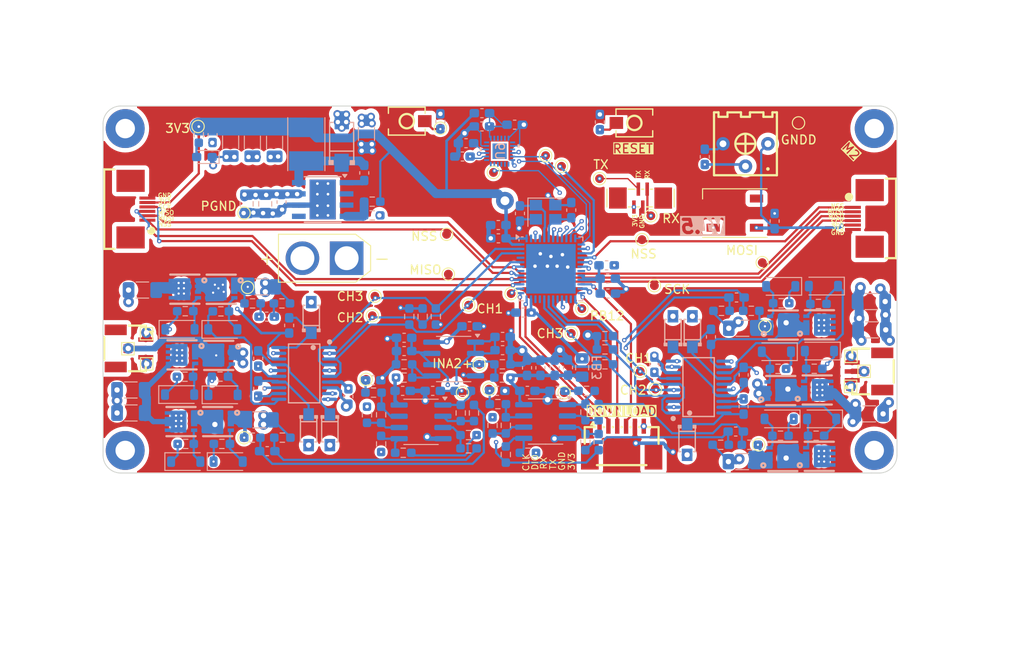
<source format=kicad_pcb>
(kicad_pcb (version 20240108) (generator "pcbnew") (generator_version "8.0")
  (layers (0 "F.Cu" signal) (1 "In1.Cu" signal) (2 "In2.Cu" signal) (31 "B.Cu" signal) (34 "B.Paste" user) (35 "F.Paste" user) (36 "B.SilkS" user "B.Silkscreen") (37 "F.SilkS" user "F.Silkscreen") (38 "B.Mask" user) (39 "F.Mask" user) (44 "Edge.Cuts" user))
  (net 0 "")
  (net 1 "GNDPWR")
  (net 2 "GNDD")
  (net 3 "+3V3")
  (net 4 "+BATT")
  (net 5 "/YI")
  (net 6 "/YO")
  (net 7 "Net-(D9-A)")
  (net 8 "/SWDIO")
  (net 9 "/USART3_TX")
  (net 10 "/SWCLK")
  (net 11 "/USART3_RX")
  (net 12 "Net-(Q1-S-Pad1)")
  (net 13 "/TIM1_CH2")
  (net 14 "/TIM1_CH1")
  (net 15 "/TIM1_CH3")
  (net 16 "/TIM8_CH3")
  (net 17 "/TIM8_CH1")
  (net 18 "/SPI1_MISO")
  (net 19 "/TIM8_CH2")
  (net 20 "/SPI1_MOSI")
  (net 21 "/SPI1_SCK")
  (net 22 "Net-(Q8-S-Pad1)")
  (net 23 "Net-(U9-VDD)")
  (net 24 "/NSS1")
  (net 25 "/NSS2")
  (net 26 "/ADC1_IN11")
  (net 27 "/inverter/2VS1")
  (net 28 "Net-(D2-K)")
  (net 29 "/inverter/2VS2")
  (net 30 "Net-(D3-K)")
  (net 31 "Net-(D4-K)")
  (net 32 "/inverter/2VS3")
  (net 33 "/inverter/1VS1")
  (net 34 "Net-(D7-K)")
  (net 35 "Net-(D10-K)")
  (net 36 "/inverter/1VS2")
  (net 37 "Net-(D11-K)")
  (net 38 "/inverter/1VS3")
  (net 39 "Net-(U9-REGOUT)")
  (net 44 "/inverter/1HO1")
  (net 45 "Net-(D5-A)")
  (net 46 "/inverter/1LO1")
  (net 47 "Net-(D6-A)")
  (net 48 "/inverter/1HO2")
  (net 49 "/inverter/1LO2")
  (net 50 "/inverter/1HO3")
  (net 51 "/inverter/1LO3")
  (net 52 "Net-(D16-A)")
  (net 53 "/inverter/2HO1")
  (net 54 "Net-(D17-A)")
  (net 55 "Net-(D18-A)")
  (net 56 "/inverter/2HO2")
  (net 57 "Net-(D19-A)")
  (net 58 "Net-(D20-A)")
  (net 59 "/inverter/2HO3")
  (net 60 "Net-(D21-A)")
  (net 61 "/inverter/2LO3")
  (net 62 "/inverter/2LO2")
  (net 63 "/inverter/2LO1")
  (net 65 "VDDA")
  (net 69 "/USART2_TX")
  (net 70 "/USART2_RX")
  (net 72 "/SPI3_MOSI")
  (net 73 "/SPI3_MISO")
  (net 74 "/RESET")
  (net 75 "Net-(D22-A)")
  (net 76 "Net-(D23-A)")
  (net 77 "Net-(D24-A)")
  (net 78 "/OP_VCC")
  (net 80 "/ADC2_IN15")
  (net 81 "Net-(Q12-S-Pad1)")
  (net 82 "Net-(Q16-S-Pad1)")
  (net 83 "/1CS1-")
  (net 84 "/1CS1+")
  (net 85 "/1CS2+")
  (net 86 "/1CS2-")
  (net 87 "/2CS1-")
  (net 88 "/2CS1+")
  (net 89 "/2CS2-")
  (net 90 "/2CS2+")
  (net 91 "/SPI3_SCK")
  (net 92 "Net-(U6A--)")
  (net 93 "Net-(U7A--)")
  (net 94 "Net-(U6A-+)")
  (net 95 "Net-(U7A-+)")
  (net 96 "Net-(R34-Pad2)")
  (net 97 "Net-(R36-Pad2)")
  (net 98 "Net-(U6B--)")
  (net 99 "Net-(U7B--)")
  (net 100 "Net-(U6B-+)")
  (net 101 "Net-(U7B-+)")
  (net 102 "Net-(R48-Pad2)")
  (net 103 "Net-(R51-Pad2)")
  (net 104 "Net-(D1-K)")
  (net 105 "Net-(U3-BOOT)")
  (net 106 "Net-(D8-A)")
  (net 107 "Net-(U3-VSENSE)")
  (net 111 "/KEY")
  (net 118 "/SPI1_CS")
  (net 133 "/ADC1_IN2")
  (net 134 "Net-(U5-PA15)")
  (net 137 "/VREF_OP1")
  (net 138 "/VREF_OP2")
  (net 139 "/INA1+")
  (net 140 "/INA2+")
  (net 141 "/ADC1_IN15_COMP4_INP")
  (net 142 "/ADC1_IN12_COMP1_INP")
  (net 144 "/RGB")
  (net 146 "Net-(U5-PB12)")
  (footprint "TestPoint:TestPoint_Pad_D1.0mm" (layer "F.Cu") (at 93.2 60.7)
    (property "Reference" "TP13" (hide yes))
    (property "Value" "TestPoint")
  )
  (footprint "balancerDriver:CONN-SMD_6P-P1.00_MEGASTAR_ZX-SH1.0-6PWT" (layer "F.Cu") (at 91.1 68.6)
    (property "Reference" "J2" (hide yes))
    (property "Value" "Conn_01x06")
  )
  (footprint "balancerDriver:RES-ADJ-TH_3362P" (layer "F.Cu") (at 105.1 36.23 180)
    (property "Reference" "RV1" (hide yes))
    (property "Value" "R_Potentiometer")
  )
  (footprint "TestPoint:TestPoint_Pad_1.0x1.0mm" (layer "F.Cu") (at 37.3865 59.8435)
    (property "Reference" "TP1" (hide yes))
    (property "Value" "TestPoint")
  )
  (footprint "TestPoint:TestPoint_Pad_D1.0mm" (layer "F.Cu") (at 82.5 36.3)
    (property "Reference" "TP23" (hide yes))
    (property "Value" "TestPoint")
  )
  (footprint "balancerDriver:CONN-SMD_3P-P1.00_BX-SH1.0-3PWT" (layer "F.Cu") (at 118.8715 60.7035 90)
    (property "Reference" "CN2" (hide yes))
    (property "Value" "MR30PW-F")
  )
  (footprint "balancerDriver:FPC-SMD_4P-L7.5-W2.0-P0.50" (layer "F.Cu") (at 93.237 41.099 90)
    (property "Reference" "P1" (hide yes))
    (property "Value" "FPC_0.5MM_4P_Vertical_mounting_type_H2.0mm")
  )
  (footprint "TestPoint:TestPoint_Pad_D1.0mm" (layer "F.Cu") (at 84.3 37.5)
    (property "Reference" "TP25" (hide yes))
    (property "Value" "TestPoint")
  )
  (footprint "TestPoint:TestPoint_Pad_D1.0mm" (layer "F.Cu") (at 88.6 38.9)
    (property "Reference" "TP35" (hide yes))
    (property "Value" "TestPoint")
  )
  (footprint "TestPoint:TestPoint_Pad_D1.0mm" (layer "F.Cu") (at 86.6 53.6)
    (property "Reference" "TP7" (hide yes))
    (property "Value" "TestPoint")
  )
  (footprint "TestPoint:TestPoint_Pad_D1.0mm" (layer "F.Cu") (at 76.1 62.7)
    (property "Reference" "TP19" (hide yes))
    (property "Value" "TestPoint")
  )
  (footprint "TestPoint:TestPoint_Pad_D1.0mm" (layer "F.Cu") (at 48.8 51.2)
    (property "Reference" "TP27" (hide yes))
    (property "Value" "TestPoint")
  )
  (footprint "balancerDriver:FPC-SMD_6P-P0.50_HC-FPC-0.5-6P-CSH20" (layer "F.Cu") (at 118.2 43.4 90)
    (property "Reference" "U4" (hide yes))
    (property "Value" "HC-FPC-0.5-6P-CSH20")
  )
  (footprint "TestPoint:TestPoint_Pad_1.0x1.0mm" (layer "F.Cu") (at 37.3665 56.4335)
    (property "Reference" "TP3" (hide yes))
    (property "Value" "TestPoint")
  )
  (footprint "TestPoint:TestPoint_Pad_D1.0mm" (layer "F.Cu") (at 63.2 52.2)
    (property "Reference" "TP14" (hide yes))
    (property "Value" "TestPoint")
  )
  (footprint "TestPoint:TestPoint_Pad_D1.0mm" (layer "F.Cu") (at 71.5 49.7)
    (property "Reference" "TP30" (hide yes))
    (property "Value" "TestPoint")
  )
  (footprint "TestPoint:TestPoint_Pad_D1.0mm" (layer "F.Cu") (at 85.4 56.4)
    (property "Reference" "TP11" (hide yes))
    (property "Value" "TestPoint")
  )
  (footprint "" (layer "F.Cu") (at 34.96 33.24)
    (property "Reference" "")
    (property "Value" "")
  )
  (footprint "TestPoint:TestPoint_Pad_D1.0mm" (layer "F.Cu") (at 106.6 69)
    (property "Reference" "TP9" (hide yes))
    (property "Value" "TestPoint")
  )
  (footprint "TestPoint:TestPoint_Pad_D1.0mm" (layer "F.Cu") (at 48.4 42.8)
    (property "Reference" "TP21" (hide yes))
    (property "Value" "TestPoint")
  )
  (footprint "TestPoint:TestPoint_Pad_D1.0mm" (layer "F.Cu") (at 107 48.4)
    (property "Reference" "TP29" (hide yes))
    (property "Value" "TestPoint")
  )
  (footprint "" (layer "F.Cu") (at 119.66 33.24)
    (property "Reference" "")
    (property "Value" "")
  )
  (footprint "TestPoint:TestPoint_Pad_1.0x1.0mm" (layer "F.Cu") (at 118.52 60.69)
    (property "Reference" "TP5" (hide yes))
    (property "Value" "TestPoint")
  )
  (footprint "TestPoint:TestPoint_Pad_1.0x1.0mm" (layer "F.Cu") (at 35.2665 58.1335)
    (property "Reference" "TP2" (hide yes))
    (property "Value" "TestPoint")
  )
  (footprint "TestPoint:TestPoint_Pad_D1.0mm" (layer "F.Cu") (at 43.2 33)
    (property "Reference" "TP20" (hide yes))
    (property "Value" "TestPoint")
  )
  (footprint "TestPoint:TestPoint_Pad_D1.0mm" (layer "F.Cu") (at 75 59.9)
    (property "Reference" "TP40" (hide yes))
    (property "Value" "TestPoint")
  )
  (footprint "TestPoint:TestPoint_Pad_D1.0mm" (layer "F.Cu") (at 73.8 53.2)
    (property "Reference" "TP16" (hide yes))
    (property "Value" "TestPoint")
  )
  (footprint "TestPoint:TestPoint_Pad_D1.0mm" (layer "F.Cu") (at 84.6 63.1)
    (property "Reference" "TP18" (hide yes))
    (property "Value" "TestPoint")
  )
  (footprint "TestPoint:TestPoint_Pad_D1.0mm" (layer "F.Cu") (at 73.1 63.1)
    (property "Reference" "TP17" (hide yes))
    (property "Value" "TestPoint")
  )
  (footprint "balancerDriver:SW-SMD_L4.0-W2.9-LS5.0" (layer "F.Cu") (at 92.535 32.6)
    (property "Reference" "SW1" (hide yes))
    (property "Value" "SW_Push")
  )
  (footprint "TestPoint:TestPoint_Pad_D1.0mm" (layer "F.Cu") (at 76.6 38.2)
    (property "Reference" "TP24" (hide yes))
    (property "Value" "TestPoint")
  )
  (footprint "TestPoint:TestPoint_Pad_D1.0mm" (layer "F.Cu") (at 93.4 45.8)
    (property "Reference" "TP33" (hide yes))
    (property "Value" "TestPoint")
  )
  (footprint "TestPoint:TestPoint_Pad_D1.0mm" (layer "F.Cu") (at 62.2 61.6)
    (property "Reference" "TP8" (hide yes))
    (property "Value" "TestPoint")
  )
  (footprint "LED_SMD:LED_WS2812B_PLCC4_5.0x5.0mm_P3.2mm" (layer "F.Cu") (at 103.9 42.8 180)
    (property "Reference" "D12" (hide yes))
    (property "Value" "WS2812B")
  )
  (footprint "balancerDriver:SW-SMD_L4.0-W2.9-LS5.0" (layer "F.Cu") (at 66.8 32.4 180)
    (property "Reference" "SW2" (hide yes))
    (property "Value" "SW_Push")
  )
  (footprint "TestPoint:TestPoint_Pad_D1.0mm" (layer "F.Cu") (at 94.9 62.7)
    (property "Reference" "TP12" (hide yes))
    (property "Value" "TestPoint")
  )
  (footprint "TestPoint:TestPoint_Pad_D1.0mm" (layer "F.Cu") (at 78.6 51.9)
    (property "Reference" "TP10" (hide yes))
    (property "Value" "TestPoint")
  )
  (footprint "TestPoint:TestPoint_Pad_D1.0mm" (layer "F.Cu") (at 107.3 55.6)
    (property "Reference" "TP26" (hide yes))
    (property "Value" "TestPoint")
  )
  (footprint "TestPoint:TestPoint_Pad_D1.0mm" (layer "F.Cu") (at 62.9 54.4)
    (property "Reference" "TP15" (hide yes))
    (property "Value" "TestPoint")
  )
  (footprint "TestPoint:TestPoint_Pad_D1.0mm" (layer "F.Cu") (at 71.3 45.2)
    (property "Reference" "TP32" (hide yes))
    (property "Value" "TestPoint")
  )
  (footprint "TestPoint:TestPoint_Pad_D1.0mm" (layer "F.Cu") (at 48.4 68.2)
    (property "Reference" "TP28" (hide yes))
    (property "Value" "TestPoint")
  )
  (footprint "Connector_AMASS:AMASS_XT30U-M_1x02_P5.0mm_Vertical" (layer "F.Cu") (at 60 47.9 180)
    (property "Reference" "J1" (hide yes))
    (property "Value" "Conn_01x02")
  )
  (footprint "TestPoint:TestPoint_Pad_1.0x1.0mm" (layer "F.Cu") (at 117.04 59)
    (property "Reference" "TP4" (hide yes))
    (property "Value" "TestPoint")
  )
  (footprint "balancerDriver:CONN-SMD_3P-P1.00_BX-SH1.0-3PWT" (layer "F.Cu") (at 35.585 58.1 -90)
    (property "Reference" "CN1" (hide yes))
    (property "Value" "MR30PW-F")
  )
  (footprint "" (layer "F.Cu") (at 119.66 69.64)
    (property "Reference" "")
    (property "Value" "")
  )
  (footprint "TestPoint:TestPoint_Pad_D1.0mm" (layer "F.Cu") (at 94.4 43.1)
    (property "Reference" "TP34" (hide yes))
    (property "Value" "TestPoint")
  )
  (footprint "TestPoint:TestPoint_Pad_D1.0mm" (layer "F.Cu") (at 70.6 33.2)
    (property "Reference" "TP38" (hide yes))
    (property "Value" "TestPoint")
  )
  (footprint "balancerDriver:FPC-SMD_6P-P0.50_HC-FPC-0.5-6P-CSH20" (layer "F.Cu") (at 36.517 42.35 -90)
    (property "Reference" "U10" (hide yes))
    (property "Value" "HC-FPC-0.5-6P-CSH20")
  )
  (footprint "TestPoint:TestPoint_Pad_D1.0mm" (layer "F.Cu") (at 111.1 32.6)
    (property "Reference" "TP22" (hide yes))
    (property "Value" "TestPoint")
  )
  (footprint "TestPoint:TestPoint_Pad_1.0x1.0mm" (layer "F.Cu") (at 116.99 62.4)
    (property "Reference" "TP6" (hide yes))
    (property "Value" "TestPoint")
  )
  (footprint "" (layer "F.Cu") (at 34.96 69.64)
    (property "Reference" "")
    (property "Value" "")
  )
  (footprint "TestPoint:TestPoint_Pad_D1.0mm" (layer "F.Cu") (at 94.8 51)
    (property "Reference" "TP31" (hide yes))
    (property "Value" "TestPoint")
  )
  (footprint "Resistor_SMD:R_0603_1608Metric_Pad0.98x0.95mm_HandSolder" (layer "B.Cu") (at 88.5 65.3125 90)
    (property "Reference" "R20" (hide yes))
    (property "Value" "1k")
  )
  (footprint "Capacitor_SMD:C_0603_1608Metric_Pad1.08x0.95mm_HandSolder" (layer "B.Cu") (at 85.03 60.2625 -90)
    (property "Reference" "C9" (hide yes))
    (property "Value" "4.7u")
  )
  (footprint "Package_SO:SOIC-8_3.9x4.9mm_P1.27mm" (layer "B.Cu") (at 72.1 59.3 180)
    (property "Reference" "U8" (hide yes))
    (property "Value" "TLV9062xD")
  )
  (footprint "Resistor_SMD:R_0603_1608Metric_Pad0.98x0.95mm_HandSolder" (layer "B.Cu") (at 62.891 43.054)
    (property "Reference" "R2" (hide yes))
    (property "Value" "5.9k")
  )
  (footprint "Resistor_SMD:R_0603_1608Metric_Pad0.98x0.95mm_HandSolder" (layer "B.Cu") (at 52.73 68.19 180)
    (property "Reference" "R23" (hide yes))
    (property "Value" "100R")
  )
  (footprint "Resistor_SMD:R_0603_1608Metric_Pad0.98x0.95mm_HandSolder" (layer "B.Cu") (at 43.281 33.929 -90)
    (property "Reference" "R3" (hide yes))
    (property "Value" "4.7k")
  )
  (footprint "Resistor_SMD:R_0603_1608Metric_Pad0.98x0.95mm_HandSolder" (layer "B.Cu") (at 68.59375 54.49375 90)
    (property "Reference" "R54" (hide yes))
    (property "Value" "3k")
  )
  (footprint "Capacitor_SMD:C_1206_3216Metric_Pad1.33x1.80mm_HandSolder" (layer "B.Cu") (at 49.341 34.804 90)
    (property "Reference" "C6" (hide yes))
    (property "Value" "47u")
  )
  (footprint "balancerDriver:SOD-123FL_L2.7-W1.8-LS3.8-RD" (layer "B.Cu") (at 98.5 68.4 -90)
    (property "Reference" "D2" (hide yes))
    (property "Value" "FR107")
  )
  (footprint "Capacitor_SMD:C_0603_1608Metric_Pad1.08x0.95mm_HandSolder" (layer "B.Cu") (at 80 54.05 180)
    (property "Reference" "C18" (hide yes))
    (property "Value" "100n")
  )
  (footprint "Resistor_SMD:R_0603_1608Metric_Pad0.98x0.95mm_HandSolder" (layer "B.Cu") (at 41.8025 68.9)
    (property "Reference" "R8" (hide yes))
    (property "Value" "10R")
  )
  (footprint "balancerDriver:POWERTDFN-8_L3.1-W3.1-P0.65-LS3.3-BL" (layer "B.Cu") (at 113.4675 55.429476 90)
    (property "Reference" "Q11" (hide yes))
    (property "Value" "EMB09N03V")
  )
  (footprint "Resistor_SMD:R_0603_1608Metric_Pad0.98x0.95mm_HandSolder" (layer "B.Cu") (at 113.3525 53.071476 180)
    (property "Reference" "R17" (hide yes))
    (property "Value" "10R")
  )
  (footprint "Capacitor_SMD:C_0603_1608Metric_Pad1.08x0.95mm_HandSolder" (layer "B.Cu") (at 61.991 38.254 90)
    (property "Reference" "C4" (hide yes))
    (property "Value" "10n")
  )
  (footprint "Capacitor_SMD:C_0603_1608Metric_Pad1.08x0.95mm_HandSolder" (layer "B.Cu") (at 77.0375 62.9 180)
    (property "Reference" "C41" (hide yes))
    (property "Value" "2.2n")
  )
  (footprint "balancerDriver:POWERTDFN-8_L3.1-W3.1-P0.65-LS3.3-BL" (layer "B.Cu") (at 113.215 62.8 90)
    (property "Reference" "Q9" (hide yes))
    (property "Value" "EMB09N03V")
  )
  (footprint "Capacitor_SMD:C_0603_1608Metric_Pad1.08x0.95mm_HandSolder" (layer "B.Cu") (at 53.5 55.5 -90)
    (property "Reference" "C29" (hide yes))
    (property "Value" "100n")
  )
  (footprint "balancerDriver:POWERTDFN-8_L3.1-W3.1-P0.65-LS3.3-BL" (layer "B.Cu") (at 109.3175 70.321476 90)
    (property "Reference" "Q8" (hide yes))
    (property "Value" "EMB09N03V")
  )
  (footprint "Resistor_SMD:R_0603_1608Metric_Pad0.98x0.95mm_HandSolder" (layer "B.Cu") (at 41.72 61.3)
    (property "Reference" "R4" (hide yes))
    (property "Value" "10R")
  )
  (footprint "balancerDriver:POWERTDFN-8_L3.1-W3.1-P0.65-LS3.3-BL" (layer "B.Cu") (at 41.2685 66.375 -90)
    (property "Reference" "Q13" (hide yes))
    (property "Value" "EMB09N03V")
  )
  (footprint "Resistor_SMD:R_0603_1608Metric_Pad0.98x0.95mm_HandSolder" (layer "B.Cu") (at 45.78 53.91)
    (property "Reference" "R19" (hide yes))
    (property "Value" "10R")
  )
  (footprint "Diode_SMD:D_SOD-123" (layer "B.Cu") (at 46.0225 63.35)
    (property "Reference" "D22" (hide yes))
    (property "Value" "1N4148W")
  )
  (footprint "Capacitor_SMD:C_0603_1608Metric_Pad1.08x0.95mm_HandSolder" (layer "B.Cu") (at 85.4 42.4625 90)
    (property "Reference" "C68" (hide yes))
    (property "Value" "12p")
  )
  (footprint "Capacitor_SMD:C_0603_1608Metric_Pad1.08x0.95mm_HandSolder" (layer "B.Cu") (at 50.96 54.51 180)
    (property "Reference" "C35" (hide yes))
    (property "Value" "1n")
  )
  (footprint "Capacitor_SMD:C_0805_2012Metric_Pad1.18x1.45mm_HandSolder" (layer "B.Cu") (at 48.691 41.754 90)
    (property "Reference" "C2" (hide yes))
    (property "Value" "22u")
  )
  (footprint "Diode_SMD:D_SOD-123" (layer "B.Cu") (at 108.6 58.471476 180)
    (property "Reference" "D19" (hide yes))
    (property "Value" "1N4148W")
  )
  (footprint "Capacitor_SMD:C_0603_1608Metric_Pad1.08x0.95mm_HandSolder" (layer "B.Cu") (at 50 59.2375 -90)
    (property "Reference" "C30" (hide yes))
    (property "Value" "100n")
  )
  (footprint "Resistor_SMD:R_0603_1608Metric_Pad0.98x0.95mm_HandSolder" (layer "B.Cu") (at 87 68.6875 -90)
    (property "Reference" "R30" (hide yes))
    (property "Value" "1k")
  )
  (footprint "Resistor_SMD:R_0603_1608Metric_Pad0.98x0.95mm_HandSolder" (layer "B.Cu") (at 73.1375 62.9 180)
    (property "Reference" "R37" (hide yes))
    (property "Value" "100R")
  )
  (footprint "Capacitor_SMD:C_0603_1608Metric_Pad1.08x0.95mm_HandSolder" (layer "B.Cu") (at 44.841 33.954 90)
    (property "Reference" "C50" (hide yes))
    (property "Value" "100n")
  )
  (footprint "balancerDriver:POWERTDFN-8_L3.1-W3.1-P0.65-LS3.3-BL" (layer "B.Cu") (at 45.535 58.89 -90)
    (property "Reference" "Q14" (hide yes))
    (property "Value" "EMB09N03V")
  )
  (footprint "Capacitor_SMD:C_0603_1608Metric_Pad1.08x0.95mm_HandSolder" (layer "B.Cu") (at 63 61.7 180)
    (property "Reference" "C42" (hide yes))
    (property "Value" "2.2n")
  )
  (footprint "Package_SO:SOIC-8_3.9x4.9mm_P1.27mm" (layer "B.Cu") (at 82.5 66.365 180)
    (property "Reference" "U6" (hide yes))
    (property "Value" "TLV9062xD")
  )
  (footprint "Resistor_SMD:R_0603_1608Metric_Pad0.98x0.95mm_HandSolder" (layer "B.Cu") (at 78 70.1 -90)
    (property "Reference" "R45" (hide yes))
    (property "Value" "10k")
  )
  (footprint "Capacitor_SMD:C_1206_3216Metric_Pad1.33x1.80mm_HandSolder" (layer "B.Cu") (at 119.1 65.5 180)
    (property "Reference" "C33" (hide yes))
    (property "Value" "47u")
  )
  (footprint "balancerDriver:POWERTDFN-8_L3.1-W3.1-P0.65-LS3.3-BL" (layer "B.Cu") (at 41.705 51.400714 -90)
    (property "Reference" "Q15" (hide yes))
    (property "Value" "EMB09N03V")
  )
  (footprint "balancerDriver:POWERTDFN-8_L3.1-W3.1-P0.65-LS3.3-BL" (layer "B.Cu") (at 45.4175 66.375 -90)
    (property "Reference" "Q1" (hide yes))
    (property "Value" "EMB09N03V")
  )
  (footprint "Capacitor_SMD:C_0603_1608Metric_Pad1.08x0.95mm_HandSolder" (layer "B.Cu") (at 69.7375 62.9)
    (property "Reference" "C27" (hide yes))
    (property "Value" "2.2n")
  )
  (footprint "balancerDriver:QFN24_3X3X0P9_IVS-L" (layer "B.Cu") (at 77.3 35.800001 90)
    (property "Reference" "U9")
    (property "Value" "MPU6500")
  )
  (footprint "Package_SO:SOIC-8_3.9x4.9mm_P1.27mm" (layer "B.Cu") (at 68.4125 66.405 180)
    (property "Reference" "U7" (hide yes))
    (property "Value" "TLV9062xD")
  )
  (footprint "Capacitor_SMD:C_0603_1608Metric_Pad1.08x0.95mm_HandSolder" (layer "B.Cu") (at 73.9 55.6 180)
    (property "Reference" "C47" (hide yes))
    (property "Value" "100n")
  )
  (footprint "Package_DFN_QFN:QFN-48-1EP_7x7mm_P0.5mm_EP5.6x5.6mm" (layer "B.Cu") (at 83.1 49.1 -90)
    (property "Reference" "U5" (hide yes))
    (property "Value" "STM32G431CBUx")
  )
  (footprint "Capacitor_SMD:C_1206_3216Metric_Pad1.33x1.80mm_HandSolder" (layer "B.Cu") (at 35.6 65.4)
    (property "Reference" "C51" (hide yes))
    (property "Value" "47u")
  )
  (footprint "Resistor_SMD:R_0603_1608Metric_Pad0.98x0.95mm_HandSolder" (layer "B.Cu") (at 74.4 65.4 90)
    (property "Reference" "R21" (hide yes))
    (property "Value" "1k")
  )
  (footprint "Resistor_SMD:R_0603_1608Metric_Pad0.98x0.95mm_HandSolder" (layer "B.Cu") (at 49.33 68.19)
    (property "Reference" "R22" (hide yes))
    (property "Value" "100R")
  )
  (footprint "Resistor_SMD:R_1206_3216Metric_Pad1.30x1.75mm_HandSolder" (layer "B.Cu") (at 104.7215 70.9)
    (property "Reference" "R11" (hide yes))
    (property "Value" "10mR")
  )
  (footprint "LED_SMD:LED_0603_1608Metric_Pad1.05x0.95mm_HandSolder" (layer "B.Cu") (at 43.916 36.454 180)
    (property "Reference" "D8" (hide yes))
    (property "Value" "LED")
  )
  (footprint "Resistor_SMD:R_0603_1608Metric_Pad0.98x0.95mm_HandSolder" (layer "B.Cu") (at 80.5 69.9)
    (property "Reference" "R44" (hide yes))
    (property "Value" "1k")
  )
  (footprint "Resistor_SMD:R_0603_1608Metric_Pad0.98x0.95mm_HandSolder" (layer "B.Cu") (at 77.1 64.4 180)
    (property "Reference" "R50" (hide yes))
    (property "Value" "100R")
  )
  (footprint "Resistor_SMD:R_0603_1608Metric_Pad0.98x0.95mm_HandSolder" (layer "B.Cu") (at 102.3925 53.851476)
    (property "Reference" "R29" (hide yes))
    (property "Value" "100R")
  )
  (footprint "Capacitor_SMD:C_1206_3216Metric_Pad1.33x1.80mm_HandSolder" (layer "B.Cu") (at 119.3375 52.8 180)
    (property "Reference" "C12" (hide yes))
    (property "Value" "47u")
  )
  (footprint "Resistor_SMD:R_0603_1608Metric_Pad0.98x0.95mm_HandSolder" (layer "B.Cu") (at 49.36 53.01)
    (property "Reference" "R24" (hide yes))
    (property "Value" "100R")
  )
  (footprint "Capacitor_SMD:C_1206_3216Metric_Pad1.33x1.80mm_HandSolder" (layer "B.Cu") (at 119.4 56 180)
    (property "Reference" "C14" (hide yes))
    (property "Value" "47u")
  )
  (footprint "Capacitor_SMD:C_0603_1608Metric_Pad1.08x0.95mm_HandSolder" (layer "B.Cu") (at 83.53 60.2875 -90)
    (property "Reference" "C10" (hide yes))
    (property "Value" "100n")
  )
  (footprint "Resistor_SMD:R_0603_1608Metric_Pad0.98x0.95mm_HandSolder" (layer "B.Cu") (at 77.6125 61.4)
    (property "Reference" "R41" (hide yes))
    (property "Value" "1k")
  )
  (footprint "Resistor_SMD:R_0603_1608Metric_Pad0.98x0.95mm_HandSolder" (layer "B.Cu") (at 45.89 68.9)
    (property "Reference" "R7" (hide yes))
    (property "Value" "10R")
  )
  (footprint "Capacitor_SMD:C_0603_1608Metric_Pad1.08x0.95mm_HandSolder" (layer "B.Cu") (at 66.5 58.4)
    (property "Reference" "C48" (hide yes))
    (property "Value" "100n")
  )
  (footprint "Capacitor_SMD:C_0805_2012Metric_Pad1.18x1.45mm_HandSolder" (layer "B.Cu") (at 86.63 60.2625 90)
    (property "Reference" "FB3")
    (property "Value" "FerriteBead")
  )
  (footprint "Capacitor_SMD:C_0603_1608Metric_Pad1.08x0.95mm_HandSolder" (layer "B.Cu") (at 70.6 32.4375 90)
    (property "Reference" "C52" (hide yes))
    (property "Value" "100n")
  )
  (footprint "balancerDriver:SMA_L4.3-W2.6-LS5.0-RD" (layer "B.Cu") (at 59.441 34.704 90)
    (property "Reference" "D1" (hide yes))
    (property "Value" "1N5712UR")
  )
  (footprint "Resistor_SMD:R_1206_3216Metric_Pad1.30x1.75mm_HandSolder" (layer "B.Cu") (at 62.241 33.854 -90)
    (property "Reference" "FB2" (hide yes))
    (property "Value" "FerriteBead")
  )
  (footprint "Resistor_SMD:R_0603_1608Metric_Pad0.98x0.95mm_HandSolder" (layer "B.Cu") (at 45.68 61.29)
    (property "Reference" "R5" (hide yes))
    (property "Value" "10R")
  )
  (footprint "Capacitor_SMD:C_0603_1608Metric_Pad1.08x0.95mm_HandSolder" (layer "B.Cu") (at 104.8925 64.670476 90)
    (property "Reference" "C16" (hide yes))
    (property "Value" "100n")
  )
  (footprint "balancerDriver:POWERTDFN-8_L3.1-W3.1-P0.65-LS3.3-BL" (layer "B.Cu") (at 113.4465 70.306476 90)
    (property "Reference" "Q7" (hide yes))
    (property "Value" "EMB09N03V")
  )
  (footprint "Capacitor_SMD:C_1206_3216Metric_Pad1.33x1.80mm_HandSolder" (layer "B.Cu") (at 35.6 62.8)
    (property "Reference" "C34" (hide yes))
    (property "Value" "47u")
  )
  (footprint "Capacitor_SMD:C_0603_1608Metric_Pad1.08x0.95mm_HandSolder" (layer "B.Cu") (at 77.6375 58.3 180)
    (property "Reference" "C44" (hide yes))
    (property "Value" "4.7u")
  )
  (footprint "Capacitor_SMD:C_0603_1608Metric_Pad1.08x0.95mm_HandSolder" (layer "B.Cu") (at 77.1625 45.65 180)
    (property "Reference" "C19" (hide yes))
    (property "Value" "100n")
  )
  (footprint "balancerDriver:POWERTDFN-8_L3.1-W3.1-P0.65-LS3.3-BL" (layer "B.Cu") (at 109.3775 55.456476 90)
    (property "Reference" "Q12" (hide yes))
    (property "Value" "EMB09N03V")
  )
  (footprint "Resistor_SMD:R_0603_1608Metric_Pad0.98x0.95mm_HandSolder" (layer "B.Cu") (at 109.14 52.991476 180)
    (property "Reference" "R18" (hide yes))
    (property "Value" "10R")
  )
  (footprint "Capacitor_SMD:C_0603_1608Metric_Pad1.08x0.95mm_HandSolder" (layer "B.Cu") (at 101.2 56.8 -90)
    (property "Reference" "C26" (hide yes))
    (property "Value" "100n")
  )
  (footprint "Capacitor_SMD:C_0603_1608Metric_Pad1.08x0.95mm_HandSolder" (layer "B.Cu") (at 66.3375 62.9 180)
    (property "Reference" "C46" (hide yes))
    (property "Value" "100n")
  )
  (footprint "Resistor_SMD:R_0603_1608Metric_Pad0.98x0.95mm_HandSolder" (layer "B.Cu") (at 89.2125 58.2125 180)
    (property "Reference" "R57" (hide yes))
    (property "Value" "3k")
  )
  (footprint "Resistor_SMD:R_0603_1608Metric_Pad0.98x0.95mm_HandSolder" (layer "B.Cu") (at 105.6 69 180)
    (property "Reference" "R26" (hide yes))
    (property "Value" "100R")
  )
  (footprint "Resistor_SMD:R_0603_1608Metric_Pad0.98x0.95mm_HandSolder" (layer "B.Cu") (at 78 66.8 90)
    (property "Reference" "R48" (hide yes))
    (property "Value" "10k")
  )
  (footprint "Capacitor_SMD:C_0603_1608Metric_Pad1.08x0.95mm_HandSolder" (layer "B.Cu") (at 80.4375 62.9 180)
    (property "Reference" "C45" (hide yes))
    (property "Value" "100n")
  )
  (footprint "Resistor_SMD:R_0603_1608Metric_Pad0.98x0.95mm_HandSolder" (layer "B.Cu") (at 88.5 68.6875 -90)
    (property "Reference" "R31" (hide yes))
    (property "Value" "10k")
  )
  (footprint "Resistor_SMD:R_0603_1608Metric_Pad0.98x0.95mm_HandSolder" (layer "B.Cu") (at 109.0615 67.971476 180)
    (property "Reference" "R14" (hide yes))
    (property "Value" "10R")
  )
  (footprint "Capacitor_SMD:C_0603_1608Metric_Pad1.08x0.95mm_HandSolder" (layer "B.Cu") (at 79 32.8)
    (property "Reference" "C23" (hide yes))
    (property "Value" "2.2u")
  )
  (footprint "Capacitor_SMD:C_1206_3216Metric_Pad1.33x1.80mm_HandSolder" (layer "B.Cu") (at 36.9 51.5)
    (property "Reference" "C49" (hide yes))
    (property "Value" "47u")
  )
  (footprint "balancerDriver:SOD-123FL_L2.7-W1.8-LS3.8-RD" (layer "B.Cu") (at 56 54.6 90)
    (property "Reference" "D7" (hide yes))
    (property "Value" "FR107")
  )
  (footprint "Capacitor_SMD:C_1206_3216Metric_Pad1.33x1.80mm_HandSolder" (layer "B.Cu") (at 46.881 34.784 90)
    (property "Reference" "C7" (hide yes))
    (property "Value" "47u")
  )
  (footprint "Capacitor_SMD:C_0603_1608Metric_Pad1.08x0.95mm_HandSolder" (layer "B.Cu") (at 66.5 56.9)
    (property "Reference" "C43" (hide yes))
    (property "Value" "4.7u")
  )
  (footprint "balancerDriver:SOD-123FL_L2.7-W1.8-LS3.8-RD" (layer "B.Cu") (at 96.9 56.2 90)
    (property "Reference" "D3" (hide yes))
    (property "Value" "FR107")
  )
  (footprint "Resistor_SMD:R_1206_3216Metric_Pad1.30x1.75mm_HandSolder" (layer "B.Cu") (at 50.13 66.18 180)
    (property "Reference" "R9" (hide yes))
    (property "Value" "10mR")
  )
  (footprint "Capacitor_SMD:C_0603_1608Metric_Pad1.08x0.95mm_HandSolder" (layer "B.Cu") (at 89.530232 50.2)
    (property "Reference" "C17" (hide yes))
    (property "Value" "100n")
  )
  (footprint "Capacitor_SMD:C_0603_1608Metric_Pad1.08x0.95mm_HandSolder" (layer "B.Cu") (at 80.4 60.2925 -90)
    (property "Reference" "C40" (hide yes))
    (property "Value" "100n")
  )
  (footprint "Diode_SMD:D_SOD-123" (layer "B.Cu") (at 113.92 51.051476 180)
    (property "Reference" "D20" (hide yes))
    (property "Value" "1N4148W")
  )
  (footprint "Capacitor_SMD:C_0603_1608Metric_Pad1.08x0.95mm_HandSolder" (layer "B.Cu") (at 73.5 34.895001 180)
    (property "Reference" "C22" (hide yes))
    (property "Value" "100n")
  )
  (footprint "Capacitor_SMD:C_0603_1608Metric_Pad1.08x0.95mm_HandSolder" (layer "B.Cu") (at 77.15 44.15 180)
    (property "Reference" "C20" (hide yes))
    (property "Value" "100n")
  )
  (footprint "Resistor_SMD:R_0603_1608Metric_Pad0.98x0.95mm_HandSolder" (layer "B.Cu") (at 67.08375 54.49375 90)
    (property "Reference" "R55" (hide yes))
    (property "Value" "3k")
  )
  (footprint "Resistor_SMD:R_0603_1608Metric_Pad0.98x0.95mm_HandSolder" (layer "B.Cu") (at 89.2125 59.9 180)
    (property "Reference" "R56" (hide yes))
    (property "Value" "3k")
  )
  (footprint "Resistor_SMD:R_0603_1608Metric_Pad0.98x0.95mm_HandSolder" (layer "B.Cu") (at 63.9 65.6 90)
    (property "Reference" "R51" (hide yes))
    (property "Value" "10k")
  )
  (footprint "balancerDriver:POWERTDFN-8_L3.1-W3.1-P0.65-LS3.3-BL" (layer "B.Cu") (at 45.814 51.41 -90)
    (property "Reference" "Q16" (hide yes))
    (property "Value" "EMB09N03V")
  )
  (footprint "Inductor_SMD:L_Taiyo-Yuden_NR-40xx_HandSoldering" (layer "B.Cu") (at 55.441 35.004 90)
    (property "Reference" "L1" (hide yes))
    (property "Value" "10u")
  )
  (footprint "Resistor_SMD:R_0603_1608Metric_Pad0.98x0.95mm_HandSolder" (layer "B.Cu") (at 73.7875 69.4)
    (property "Reference" "R32" (hide yes))
    (property "Value" "1k")
  )
  (footprint "Resistor_SMD:R_0603_1608Metric_Pad0.98x0.95mm_HandSolder" (layer "B.Cu") (at 73.7875 67.9)
    (property "Reference" "R33" (hide yes))
    (property "Value" "10k")
  )
  (footprint "Capacitor_SMD:C_0603_1608Metric_Pad1.08x0.95mm_HandSolder" (layer "B.Cu") (at 79.6 42.84 -90)
    (property "Reference" "C67" (hide yes))
    (property "Value" "12p")
  )
  (footprint "Capacitor_SMD:C_0603_1608Metric_Pad1.08x0.95mm_HandSolder" (layer "B.Cu") (at 77.6375 56.8 180)
    (property "Reference" "C53" (hide yes))
    (property "Value" "100n")
  )
  (footprint "Diode_SMD:D_SOD-123" (layer "B.Cu") (at 108.909 66.071476 180)
    (property "Reference" "D17" (hide yes))
    (property "Value" "1N4148W")
  )
  (footprint "Resistor_SMD:R_0603_1608Metric_Pad0.98x0.95mm_HandSolder" (layer "B.Cu") (at 70.08375 54.49375 -90)
    (property "Reference" "R40" (hide yes))
    (property "Value" "3k")
  )
  (footprint "balancerDriver:eg2133" (layer "B.Cu") (at 99.8 62.4715 90)
    (property "Reference" "U1" (hide yes))
    (property "Value" "EG2133")
  )
  (footprint "Capacitor_SMD:C_0603_1608Metric_Pad1.08x0.95mm_HandSolder" (layer "B.Cu") (at 83.8375 62.9)
    (property "Reference" "C11" (hide yes))
    (property "Value" "2.2n")
  )
  (footprint "Capacitor_SMD:C_0805_2012Metric_Pad1.18x1.45mm_HandSolder" (layer "B.Cu") (at 50.791 41.754 90)
    (property "Reference" "C1" (hide yes))
    (property "Value" "22u")
  )
  (footprint "balancerDriver:SOD-123FL_L2.7-W1.8-LS3.8-RD" (layer "B.Cu") (at 58.1 67.3 -90)
    (property "Reference" "D10" (hide yes))
    (property "Value" "FR107")
  )
  (footprint "Resistor_SMD:R_0603_1608Metric_Pad0.98x0.95mm_HandSolder" (layer "B.Cu") (at 41.75 53.89)
    (property "Reference" "R6" (hide yes))
    (property "Value" "10R")
  )
  (footprint "Resistor_SMD:R_0603_1608Metric_Pad0.98x0.95mm_HandSolder" (layer "B.Cu") (at 66.4 69.9)
    (property "Reference" "R47" (hide yes))
    (property "Value" "10k")
  )
  (footprint "Capacitor_SMD:C_0603_1608Metric_Pad1.08x0.95mm_HandSolder" (layer "B.Cu") (at 89.4 48.7 180)
    (property "Reference" "FB4" (hide yes))
    (property "Value" "FerriteBead")
  )
  (footprint "Resistor_SMD:R_0603_1608Metric_Pad0.98x0.95mm_HandSolder" (layer "B.Cu") (at 62.891 41.504 180)
    (property "Reference" "R1" (hide yes))
    (property "Value" "10k")
  )
  (footprint "Resistor_SMD:R_1206_3216Metric_Pad1.30x1.75mm_HandSolder" (layer "B.Cu") (at 50.37 51.14 180)
    (property "Reference" "R10" (hide yes))
    (property "Value" "10mR")
  )
  (footprint "Capacitor_SMD:C_0603_1608Metric_Pad1.08x0.95mm_HandSolder" (layer "B.Cu") (at 94.8 59.9375 90)
    (property "Reference" "C15" (hide yes))
    (property "Value" "1u")
  )
  (footprint "Resistor_SMD:R_0603_1608Metric_Pad0.98x0.95mm_HandSolder" (layer "B.Cu") (at 66.5 61.4 180)
    (property "Reference" "R38" (hide yes))
    (property "Value" "1k")
  )
  (footprint "Diode_SMD:D_SOD-123" (layer "B.Cu") (at 113.7115 66.071476 180)
    (property "Reference" "D16" (hide yes))
    (property "Value" "1N4148W")
  )
  (footprint "Resistor_SMD:R_0603_1608Metric_Pad0.98x0.95mm_HandSolder" (layer "B.Cu") (at 89.2125 56.7125 180)
    (property "Reference" "R58" (hide yes))
    (property "Value" "3k")
  )
  (footprint "Crystal:Crystal_SMD_SeikoEpson_FA238-4Pin_3.2x2.5mm" (layer "B.Cu") (at 82.5 42.7)
    (property "Reference" "Y1" (hide yes))
    (property "Value" "25MHz")
  )
  (footprint "Resistor_SMD:R_0603_1608Metric_Pad0.98x0.95mm_HandSolder" (layer "B.Cu") (at 63.9 68.9 -90)
    (property "Reference" "R46" (hide yes))
    (property "Value" "1k")
  )
  (footprint "balancerDriver:SOD-123FL_L2.7-W1.8-LS3.8-RD" (layer "B.Cu") (at 99.1 56.2 90)
    (property "Reference" "D4" (hide yes))
    (property "Value" "FR107")
  )
  (footprint "Resistor_SMD:R_0603_1608Metric_Pad0.98x0.95mm_HandSolder" (layer "B.Cu") (at 66.5 59.9)
    (property "Reference" "R39" (hide yes))
    (property "Value" "1k")
  )
  (footprint "Capacitor_SMD:C_0603_1608Metric_Pad1.08x0.95mm_HandSolder" (layer "B.Cu") (at 104 67.5)
    (property "Reference" "C36" (hide yes))
    (property "Value" "1n")
  )
  (footprint "Capacitor_SMD:C_0603_1608Metric_Pad1.08x0.95mm_HandSolder" (layer "B.Cu") (at 108.4 43.7 -90)
    (property "Reference" "C54" (hide yes))
    (property "Value" "100n")
  )
  (footprint "Diode_SMD:D_SOD-123" (layer "B.Cu") (at 41.11 63.32)
    (property "Reference" "D9" (hide yes))
    (property "Value" "1N4148W")
  )
  (footprint "Capacitor_SMD:C_0603_1608Metric_Pad1.08x0.95mm_HandSolder" (layer "B.Cu") (at 89.542732 51.9)
    (property "Reference" "C8" (hide yes))
    (property "Value" "470n")
  )
  (footprint "Capacitor_SMD:C_0603_1608Metric_Pad1.08x0.95mm_HandSolder" (layer "B.Cu") (at 100.5 36.4375 90)
    (property "Reference" "C38" (hide yes))
    (property "Value" "100n")
  )
  (footprint "Resistor_SMD:R_1206_3216Metric_Pad1.30x1.75mm_HandSolder" (layer "B.Cu") (at 104.7625 55.821476)
    (property "Reference" "R12" (hide yes))
    (property "Value" "10mR")
  )
  (footprint "balancerDriver:eg2133" (layer "B.Cu") (at 55.2 60.9285 -90)
    (property "Reference" "U2" (hide yes))
    (property "Value" "EG2133")
  )
  (footprint "Resistor_SMD:R_0603_1608Metric_Pad0.98x0.95mm_HandSolder" (layer "B.Cu") (at 76.5 66.8 90)
    (property "Reference" "R42" (hide yes))
    (property "Value" "1k")
  )
  (footprint "Resistor_SMD:R_0603_1608Metric_Pad0.98x0.95mm_HandSolder" (layer "B.Cu") (at 77.6125 59.9 180)
    (property "Reference" "R49" (hide yes))
    (property "Value" "1k")
  )
  (footprint "Package_SO:TI_SO-PowerPAD-8_ThermalVias" (layer "B.Cu") (at 57.291 41.259 180)
    (property "Reference" "U3" (hide yes))
    (property "Value" "TPS5430DDA")
  )
  (footprint "Capacitor_SMD:C_0603_1608Metric_Pad1.08x0.95mm_HandSolder" (layer "B.Cu") (at 60.2 63.5375 -90)
    (property "Reference" "C32" (hide yes))
    (property "Value" "1u")
  )
  (footprint "Resistor_SMD:R_0603_1608Metric_Pad0.98x0.95mm_HandSolder" (layer "B.Cu") (at 87 65.3 90)
    (property "Reference" "R34" (hide yes))
    (property "Value" "10k")
  )
  (footprint "balancerDriver:SOD-123FL_L2.7-W1.8-LS3.8-RD" (layer "B.Cu") (at 55.7 67.3 -90)
    (property "Reference" "D11" (hide yes))
    (property "Value" "FR107")
  )
  (footprint "Diode_SMD:D_SOD-123" (layer "B.Cu") (at 113.4675 58.4 180)
    (property "Reference" "D18" (hide yes))
    (property "Value" "1N4148W")
  )
  (footprint "Capacitor_SMD:C_0603_1608Metric_Pad1.08x0.95mm_HandSolder" (layer "B.Cu") (at 81.91 60.2925 -90)
    (property "Reference" "C39" (hide yes))
    (property "Value" "4.7u")
  )
  (footprint "Diode_SMD:D_SOD-123" (layer "B.Cu") (at 41.1525 55.94)
    (property "Reference" "D23" (hide yes))
    (property "Value" "1N4148W")
  )
  (footprint "Resistor_SMD:R_0603_1608Metric_Pad0.98x0.95mm_HandSolder" (layer "B.Cu") (at 108.78 60.411476 180)
    (property "Reference" "R16" (hide yes))
    (property "Value" "10R")
  )
  (footprint "Diode_SMD:D_SOD-123" (layer "B.Cu") (at 46 55.95)
    (property "Reference" "D24" (hide yes))
    (property "Value" "1N4148W")
  )
  (footprint "Resistor_SMD:R_0603_1608Metric_Pad0.98x0.95mm_HandSolder" (layer "B.Cu") (at 63.0375 63.1 180)
    (property "Reference" "R52" (hide yes))
    (property "Value" "100R")
  )
  (footprint "balancerDriver:POWERTDFN-8_L3.1-W3.1-P0.65-LS3.3-BL" (layer "B.Cu") (at 109.085 62.866476 90)
    (property "Reference" "Q10" (hide yes))
    (property "Value" "EMB09N03V")
  )
  (footprint "Resistor_SMD:R_0603_1608Metric_Pad0.98x0.95mm_HandSolder" (layer "B.Cu") (at 52.68 53.01 180)
    (property "Reference" "R25" (hide yes))
    (property "Value" "100R")
  )
  (footprint "Capacitor_SMD:C_0603_1608Metric_Pad1.08x0.95mm_HandSolder" (layer "B.Cu") (at 73.1 36.4 180)
    (property "Reference" "C13" (hide yes))
    (property "Value" "10n")
  )
  (footprint "Capacitor_SMD:C_0603_1608Metric_Pad1.08x0.95mm_HandSolder" (layer "B.Cu") (at 88.635 32.5 90)
    (property "Reference" "C21" (hide yes))
    (property "Value" "100n")
  )
  (footprint "Diode_SMD:D_SOD-123" (layer "B.Cu") (at 109.09 51.081476 180)
    (property "Reference" "D21" (hide yes))
    (property "Value" "1N4148W")
  )
  (footprint "Resistor_SMD:R_0603_1608Metric_Pad0.98x0.95mm_HandSolder" (layer "B.Cu") (at 102.3 69)
    (property "Reference" "R27" (hide yes))
    (property "Value" "100R")
  )
  (footprint "Capacitor_SMD:C_0603_1608Metric_Pad1.08x0.95mm_HandSolder" (layer "B.Cu") (at 51.02 69.72 180)
    (property "Reference" "C28" (hide yes))
    (property "Value" "1n")
  )
  (footprint "Capacitor_SMD:C_0603_1608Metric_Pad1.08x0.95mm_HandSolder" (layer "B.Cu") (at 75.3 32.995001 180)
    (property "Reference" "C24" (hide yes))
    (property "Value" "100n")
  )
  (footprint "Diode_SMD:D_SOD-123" (layer "B.Cu") (at 41.8025 70.9)
    (property "Reference" "D5" (hide yes))
    (property "Value" "1N4148W")
  )
  (footprint "Capacitor_SMD:C_0603_1608Metric_Pad1.08x0.95mm_HandSolder" (layer "B.Cu") (at 104.9 61.1 90)
    (property "Reference" "C25" (hide yes))
    (property "Value" "100n")
  )
  (footprint "Capacitor_SMD:C_0603_1608Metric_Pad1.08x0.95mm_HandSolder" (layer "B.Cu") (at 52.641 41.554 90)
    (property "Reference" "C3" (hide yes))
    (property "Value" "100n")
  )
  (footprint "Resistor_SMD:R_0603_1608Metric_Pad0.98x0.95mm_HandSolder" (layer "B.Cu") (at 87.1375 62.9 180)
    (property "Reference" "R35" (hide yes))
    (property "Value" "100R")
  )
  (footprint "Capacitor_SMD:C_0603_1608Metric_Pad1.08x0.95mm_HandSolder" (layer "B.Cu") (at 104.0925 52.341476)
    (property "Reference" "C37" (hide yes))
    (property "Value" "1n")
  )
  (footprint "Resistor_SMD:R_0603_1608Metric_Pad0.98x0.95mm_HandSolder" (layer "B.Cu") (at 62.3 65.6 90)
    (property "Reference" "R43" (hide yes))
    (property "Value" "1k")
  )
  (footprint "Resistor_SMD:R_0603_1608Metric_Pad0.98x0.95mm_HandSolder" (layer "B.Cu") (at 105.7625 53.851476 180)
    (property "Reference" "R28" (hide yes))
    (property "Value" "100R")
  )
  (footprint "Resistor_SMD:R_0603_1608Metric_Pad0.98x0.95mm_HandSolder" (layer "B.Cu") (at 112.88 60.4 180)
    (property "Reference" "R15" (hide yes))
    (property "Value" "10R")
  )
  (footprint "Capacitor_SMD:C_0603_1608Metric_Pad1.08x0.95mm_HandSolder" (layer "B.Cu") (at 75.3 31.500001 180)
    (property "Reference" "FB1" (hide yes))
    (property "Value" "FerriteBead")
  )
  (footprint "Capacitor_SMD:C_1206_3216Metric_Pad1.33x1.80mm_HandSolder" (layer "B.Cu") (at 51.851 34.824 90)
    (property "Reference" "C5" (hide yes))
    (property "Value" "47u")
  )
  (footprint "Resistor_SMD:R_0603_1608Metric_Pad0.98x0.95mm_HandSolder" (layer "B.Cu") (at 72.9 65.4 90)
    (property "Reference" "R36" (hide yes))
    (property "Value" "10k")
  )
  (footprint "balancerDriver:POWERTDFN-8_L3.1-W3.1-P0.65-LS3.3-BL" (layer "B.Cu") (at 41.385 58.83 -90)
    (property "Reference" "Q2" (hide yes))
    (property "Value" "EMB09N03V")
  )
  (footprint "Diode_SMD:D_SOD-123" (layer "B.Cu") (at 46.6025 70.9)
    (property "Reference" "D6" (hide yes))
    (property "Value" "1N4148W")
  )
  (footprint "Resistor_SMD:R_0603_1608Metric_Pad0.98x0.95mm_HandSolder" (layer "B.Cu") (at 113.0915 67.971476 180)
    (property "Reference" "R13" (hide yes))
    (property "Value" "10R")
  )
  (footprint "Capacitor_SMD:C_0603_1608Metric_Pad1.08x0.95mm_HandSolder" (layer "B.Cu") (at 50 62.6375 -90)
    (property "Reference" "C31" (hide yes))
    (property "Value" "100n")
  )
  (gr_line (start 32.454998 70.19) (end 32.454998 32.69) (stroke (width 0.1)) (layer "Edge.Cuts"))
  (gr_arc (start 34.454998 72.19) (mid 33.040786 71.604213) (end 32.454998 70.19) (stroke (width 0.1)) (layer "Edge.Cuts"))
  (gr_line (start 120.235841 72.19) (end 119.354998 72.19) (stroke (width 0.1)) (layer "Edge.Cuts"))
  (gr_arc (start 120.235841 30.69) (mid 121.650063 31.275795) (end 122.235841 32.69) (stroke (width 0.1)) (layer "Edge.Cuts"))
  (gr_line (start 122.235841 32.69) (end 122.235841 70.19) (stroke (width 0.1)) (layer "Edge.Cuts"))
  (gr_line (start 34.454998 30.69) (end 119.354998 30.69) (stroke (width 0.1)) (layer "Edge.Cuts"))
  (gr_arc (start 122.235841 70.19) (mid 121.650051 71.604193) (end 120.235841 72.19) (stroke (width 0.1)) (layer "Edge.Cuts"))
  (gr_arc (start 32.454998 32.69) (mid 33.040784 31.275786) (end 34.454998 30.69) (stroke (width 0.1)) (layer "Edge.Cuts"))
  (gr_line (start 119.354998 72.19) (end 34.454998 72.19) (stroke (width 0.1)) (layer "Edge.Cuts"))
  (gr_line (start 119.354998 30.69) (end 120.235841 30.69) (stroke (width 0.1)) (layer "Edge.Cuts"))
  (gr_text "V1.5" (at 103 45.2 0) (layer "B.SilkS" knockout) (effects (font (size 1.5 1.5) (thickness 0.375) (bold yes) (italic yes)) (justify left bottom mirror)))
  (gr_text "CH3" (at 58.8 52.8 0) (layer "F.SilkS") (effects (font (size 1 1)) (justify left bottom)))
  (gr_text "NSS" (at 92 48 0) (layer "F.SilkS") (effects (font (size 1 1)) (justify left bottom)))
  (gr_text "SCK" (at 114.7 44.1 0) (layer "F.SilkS") (effects (font (size 0.5 0.5) (thickness 0.1) (bold yes)) (justify left bottom)))
  (gr_text "M2" (at 115.8 35.4 -45) (layer "F.SilkS" knockout) (effects (font (size 1 1)) (justify left bottom)))
  (gr_text "DOWNLOAD" (at 87 65.8 0) (layer "F.SilkS" knockout) (effects (font (size 1 1)) (justify left bottom)))
  (gr_text "CH2" (at 90.8 63.4 0) (layer "F.SilkS") (effects (font (size 1 1)) (justify left bottom)))
  (gr_text "MISO" (at 67 49.8 0) (layer "F.SilkS") (effects (font (size 1 1)) (justify left bottom)))
  (gr_text "TX" (at 93.3 38.9 90) (layer "F.SilkS") (effects (font (size 0.5 0.5) (thickness 0.1) (bold yes)) (justify left bottom)))
  (gr_text "3V3" (at 38.65 41.75 0) (layer "F.SilkS") (effects (font (size 0.5 0.5) (thickness 0.1) (bold yes)) (justify left bottom)))
  (gr_text "TX" (at 83.7425 71.88 90) (layer "F.SilkS") (effects (font (size 0.7 0.7) (thickness 0.1)) (justify left bottom)))
  (gr_text "SCK" (at 95.8 52 0) (layer "F.SilkS") (effects (font (size 1 1)) (justify left bottom)))
  (gr_text "GND" (at 114.7 45.3 0) (layer "F.SilkS") (effects (font (size 0.5 0.5) (thickness 0.1) (bold yes)) (justify left bottom)))
  (gr_text "3V3" (at 85.8425 71.93 90) (layer "F.SilkS") (effects (font (size 0.7 0.7) (thickness 0.1)) (justify left bottom)))
  (gr_text "3V3" (at 92.9 44.4 90) (layer "F.SilkS") (effects (font (size 0.5 0.5) (thickness 0.1) (bold yes)) (justify left bottom)))
  (gr_text "TX" (at 87.8 37.9 0) (layer "F.SilkS") (effects (font (size 1 1)) (justify left bottom)))
  (gr_text "GNDD" (at 109 35.1 -0) (layer "F.SilkS") (effects (font (size 1 1)) (justify left bottom)))
  (gr_text "RX" (at 82.6925 71.83 90) (layer "F.SilkS") (effects (font (size 0.7 0.7) (thickness 0.1)) (justify left bottom)))
  (gr_text "DIO\n\n" (at 82.8425 71.93 90) (layer "F.SilkS") (effects (font (size 0.7 0.7) (thickness 0.1)) (justify left bottom)))
  (gr_text "3V3" (at 39.4 33.8 -0) (layer "F.SilkS") (effects (font (size 1 1)) (justify left bottom)))
  (gr_text "MOSI\n" (at 114.3 42.9 0) (layer "F.SilkS") (effects (font (size 0.5 0.5) (thickness 0.1) (bold yes)) (justify left bottom)))
  (gr_text "3V3" (at 114.8 44.7 0) (layer "F.SilkS") (effects (font (size 0.5 0.5) (thickness 0.1) (bold yes)) (justify left bottom)))
  (gr_text "RX" (at 95.6 44 0) (layer "F.SilkS") (effects (font (size 1 1)) (justify left bottom)))
  (gr_text "PB12" (at 87.4 55 0) (layer "F.SilkS") (effects (font (size 1 1)) (justify left bottom)))
  (gr_text "GND" (at 84.7425 71.98 90) (layer "F.SilkS") (effects (font (size 0.7 0.7) (thickness 0.1)) (justify left bottom)))
  (gr_text "NSS" (at 67.2 46 0) (layer "F.SilkS") (effects (font (size 1 1)) (justify left bottom)))
  (gr_text "NSS" (at 114.7 42.3 0) (layer "F.SilkS") (effects (font (size 0.5 0.5) (thickness 0.1) (bold yes)) (justify left bottom)))
  (gr_text "MOSI" (at 102.8 47.6 0) (layer "F.SilkS") (effects (font (size 1 1)) (justify left bottom)))
  (gr_text "NSS" (at 38.65 44.35 0) (layer "F.SilkS") (effects (font (size 0.5 0.5) (thickness 0.1) (bold yes)) (justify left bottom)))
  (gr_text "MOSI" (at 38.6 43.7 -0) (layer "F.SilkS") (effects (font (size 0.5 0.5) (thickness 0.1) (bold yes)) (justify left bottom)))
  (gr_text "CH1" (at 74.6 54.2 0) (layer "F.SilkS") (effects (font (size 1 1)) (justify left bottom)))
  (gr_text "INA2+" (at 69.6 60.4 0) (layer "F.SilkS") (effects (font (size 1 1)) (justify left bottom)))
  (gr_text "CH1" (at 91.4 59.8 0) (layer "F.SilkS") (effects (font (size 1 1)) (justify left bottom)))
  (gr_text "MISO" (at 114.4 43.5 0) (layer "F.SilkS") (effects (font (size 0.5 0.5) (thickness 0.1) (bold yes)) (justify left bottom)))
  (gr_text "RESET" (at 90 36.1 -0) (layer "F.SilkS" knockout) (effects (font (size 1 1)) (justify left bottom)))
  (gr_text "GND" (at 38.6 41.1 0) (layer "F.SilkS") (effects (font (size 0.5 0.5) (thickness 0.1) (bold yes)) (justify left bottom)))
  (gr_text "CH2" (at 58.8 55.2 0) (layer "F.SilkS") (effects (font (size 1 1)) (justify left bottom)))
  (gr_text "CLK" (at 80.6925 72.03 90) (layer "F.SilkS") (effects (font (size 0.7 0.7) (thickness 0.1)) (justify left bottom)))
  (gr_text "SCK" (at 38.65 42.4 0) (layer "F.SilkS") (effects (font (size 0.5 0.5) (thickness 0.1) (bold yes)) (justify left bottom)))
  (gr_text "RX" (at 94.3 39 90) (layer "F.SilkS") (effects (font (size 0.5 0.5) (thickness 0.1) (bold yes)) (justify left bottom)))
  (gr_text "PGND" (at 43.4 42.6 -0) (layer "F.SilkS") (effects (font (size 1 1)) (justify left bottom)))
  (gr_text "GND" (at 93.7 44.6 90) (layer "F.SilkS") (effects (font (size 0.5 0.5) (thickness 0.1) (bold yes)) (justify left bottom)))
  (gr_text "CH3" (at 81.4 57 0) (layer "F.SilkS") (effects (font (size 1 1)) (justify left bottom)))
  (gr_text "MISO" (at 38.6 43.05 0) (layer "F.SilkS") (effects (font (size 0.5 0.5) (thickness 0.1) (bold yes)) (justify left bottom)))
  (via (at 46.4 36.45) (size 0.9) (drill 0.5) (layers "F.Cu" "B.Cu") (net 1))
  (via (at 104.4 70.6) (size 1.2) (drill 0.6) (layers "F.Cu" "B.Cu") (net 1))
  (via (at 120.9625 56) (size 1.2) (drill 0.6) (layers "F.Cu" "B.Cu") (net 1))
  (via (at 62.85 32.65) (size 0.9) (drill 0.5) (layers "F.Cu" "B.Cu") (net 1))
  (via (at 58.95 31.6) (size 0.9) (drill 0.5) (layers "F.Cu" "B.Cu") (net 1))
  (via (at 48.275 58.6) (size 1.2) (drill 0.6) (layers "F.Cu" "B.Cu") (net 1))
  (via (at 50.55 42.8) (size 0.9) (drill 0.5) (layers "F.Cu" "B.Cu") (net 1))
  (via (at 48.9 36.45) (size 0.9) (drill 0.5) (layers "F.Cu" "B.Cu") (net 1))
  (via (at 62.75 31.9) (size 0.9) (drill 0.5) (layers "F.Cu" "B.Cu") (net 1))
  (via (at 120.35 51.35) (size 1.2) (drill 0.6) (layers "F.Cu" "B.Cu") (net 1))
  (via (at 103.1715 70.9) (size 1.2) (drill 0.6) (layers "F.Cu" "B.Cu") (net 1))
  (via (at 35.3375 52.8375) (size 1.2) (drill 0.6) (layers "F.Cu" "B.Cu") (net 1))
  (via (at 120.9 52.8) (size 1.2) (drill 0.6) (layers "F.Cu" "B.Cu") (net 1))
  (via (at 61.7 32) (size 0.9) (drill 0.5) (layers "F.Cu" "B.Cu") (net 1))
  (via (at 50.8 51.7) (size 1.2) (drill 0.6) (layers "F.Cu" "B.Cu") (net 1))
  (via (at 50.6 65.7) (size 1.2) (drill 0.6) (layers "F.Cu" "B.Cu") (net 1))
  (via (at 50.6 66.7) (size 1.2) (drill 0.6) (layers "F.Cu" "B.Cu") (net 1))
  (via (at 50.8 50.7) (size 1.2) (drill 0.6) (layers "F.Cu" "B.Cu") (net 1))
  (via (at 59.95 31.65) (size 0.9) (drill 0.5) (layers "F.Cu" "B.Cu") (net 1))
  (via (at 120.9375 54.3) (size 1.2) (drill 0.6) (layers "F.Cu" "B.Cu") (net 1))
  (via (at 34.0375 64) (size 1.2) (drill 0.6) (layers "F.Cu" "B.Cu") (net 1))
  (via (at 104.294863 55.083967) (size 1.2) (drill 0.6) (layers "F.Cu" "B.Cu") (net 1))
  (via (at 34.0375 65.4) (size 1.2) (drill 0.6) (layers "F.Cu" "B.Cu") (net 1))
  (via (at 59 32.5) (size 0.9) (drill 0.5) (layers "F.Cu" "B.Cu") (net 1))
  (via (at 63.7 43.05) (size 0.9) (drill 0.5) (layers "F.Cu" "B.Cu") (net 1))
  (via (at 106.604074 63.195926) (size 1.2) (drill 0.6) (layers "F.Cu" "B.Cu") (net 1))
  (via (at 120.6625 65.5) (size 1.2) (drill 0.6) (layers "F.Cu" "B.Cu") (net 1))
  (via (at 51.65 42.85) (size 0.9) (drill 0.5) (layers "F.Cu" "B.Cu") (net 1))
  (via (at 59.95 32.5) (size 0.9) (drill 0.5) (layers "F.Cu" "B.Cu") (net 1))
  (via (at 47.3 36.45) (size 0.9) (drill 0.5) (layers "F.Cu" "B.Cu") (net 1))
  (via (at 52.25 36.4) (size 0.9) (drill 0.5) (layers "F.Cu" "B.Cu") (net 1))
  (via (at 34.0375 62.8) (size 1.2) (drill 0.6) (layers "F.Cu" "B.Cu") (net 1))
  (via (at 49.45 42.75) (size 0.9) (drill 0.5) (layers "F.Cu" "B.Cu") (net 1))
  (via (at 35.3375 51.5) (size 1.2) (drill 0.6) (layers "F.Cu" "B.Cu") (net 1))
  (via (at 103.2125 55.821476) (size 1.2) (drill 0.6) (layers "F.Cu" "B.Cu") (net 1))
  (via (at 121.299999 64.203502) (size 1.2) (drill 0.6) (layers "F.Cu" "B.Cu") (net 1))
  (via (at 59.45 33.15) (size 0.9) (drill 0.5) (layers "F.Cu" "B.Cu") (net 1))
  (via (at 51.4 36.45) (size 0.9) (drill 0.5) (layers "F.Cu" "B.Cu") (net 1))
  (via (at 61.7 32.7) (size 0.9) (drill 0.5) (layers "F.Cu" "B.Cu") (net 1))
  (via (at 44.8 34.85) (size 0.9) (drill 0.5) (layers "F.Cu" "B.Cu") (net 1))
  (via (at 121.4 57.203498) (size 1.2) (drill 0.6) (layers "F.Cu" "B.Cu") (net 1))
  (via (at 48.275 59.75) (size 1.2) (drill 0.6) (layers "F.Cu" "B.Cu") (net 1))
  (via (at 52.7 42.4) (size 0.9) (drill 0.5) (layers "F.Cu" "B.Cu") (net 1))
  (via (at 44.9 37.4) (size 0.9) (drill 0.5) (layers "F.Cu" "B.Cu") (net 1))
  (via (at 106.450093 62.103727) (size 1.2) (drill 0.6) (layers "F.Cu" "B.Cu") (net 1))
  (via (at 48.35 42.8) (size 0.9) (drill 0.5) (layers "F.Cu" "B.Cu") (net 1))
  (via (at 94.8 58.9) (size 0.9) (drill 0.5) (layers "F.Cu" "B.Cu") (net 1))
  (via (at 49.85 36.45) (size 0.9) (drill 0.5) (layers "F.Cu" "B.Cu") (net 1))
  (via (at 59.945926 64.654074) (size 1.2) (drill 0.6) (layers "F.Cu" "B.Cu") (net 1))
  (segment (start 59.945926 64.654074) (end 60.2 64.4) (width 0.6) (layer "B.Cu") (net 1))
  (segment (start 48.35 42.8) (end 48.6995 42.7915) (width 1) (layer "B.Cu") (net 1))
  (segment (start 48.275 58.6) (end 48.189594 58.514594) (width 0.6) (layer "B.Cu") (net 1))
  (segment (start 106.800544 63.895476) (end 106.800544 63.499456) (width 0.5) (layer "B.Cu") (net 1))
  (segment (start 104.294863 55.083967) (end 103.557354 55.821476) (width 0.6) (layer "B.Cu") (net 1))
  (segment (start 120.6625 64.799998) (end 121.299999 64.162499) (width 1) (layer "B.Cu") (net 1))
  (segment (start 52.6575 42.4) (end 52.7 42.4) (width 1) (layer "B.Cu") (net 1))
  (segment (start 48.275 59.75) (end 47.039594 58.514594) (width 0.6) (layer "B.Cu") (net 1))
  (segment (start 54.591 41.894) (end 53.1635 41.894) (width 0.6) (layer "B.Cu") (net 1))
  (segment (start 120.9625 56) (end 120.9625 56.765998) (width 0.6) (layer "B.Cu") (net 1))
  (segment (start 51.12 66.18) (end 50.6 66.7) (width 0.6) (layer "B.Cu") (net 1))
  (segment (start 34.0375 64) (end 34.0375 62.8) (width 0.6) (layer "B.Cu") (net 1))
  (segment (start 120.6625 65.5) (end 120.6625 64.841001) (width 0.6) (layer "B.Cu") (net 1))
  (segment (start 48.6995 42.7915) (end 49.4085 42.7915) (width 1) (layer "B.Cu") (net 1))
  (segment (start 120.9625 56.765998) (end 121.4 57.203498) (width 0.6) (layer "B.Cu") (net 1))
  (segment (start 46.396 36.454) (end 46.4 36.45) (width 0.25) (layer "B.Cu") (net 1))
  (segment (start 51.65 42.85) (end 51.7085 42.7915) (width 1) (layer "B.Cu") (net 1))
  (segment (start 44.791 36.454) (end 46.396 36.454) (width 0.25) (layer "B.Cu") (net 1))
  (segment (start 34.2375 64.2) (end 34.0375 64) (width 0.6) (layer "B.Cu") (net 1))
  (segment (start 120.9375 53.1) (end 120.9375 54.3) (width 1) (layer "B.Cu") (net 1))
  (segment (start 101.48 53.851476) (end 101.48 54.088976) (width 0.25) (layer "B.Cu") (net 1))
  (segment (start 104.1 70.9) (end 104.4 70.6) (width 0.6) (layer "B.Cu") (net 1))
  (segment (start 120.9 52.8) (end 120.9 54.2625) (width 0.6) (layer "B.Cu") (net 1))
  (segment (start 59.317 63.517) (end 60.1 64.3) (width 0.35) (layer "B.Cu") (net 1))
  (segment (start 51.92 51.14) (end 51.36 51.14) (width 0.6) (layer "B.Cu") (net 1))
  (segment (start 48.691 42.7915) (end 48.6825 42.7915) (width 1) (layer "B.Cu") (net 1))
  (segment (start 58.071 62.5535) (end 58.928 62.5535) (width 0.35) (layer "B.Cu") (net 1))
  (segment (start 59.317 62.9425) (end 59.317 63.517) (width 0.35) (layer "B.Cu") (net 1))
  (segment (start 53.5925 53.01) (end 53.5925 52.8125) (width 0.25) (layer "B.Cu") (net 1))
  (segment (start 120.9 54.2625) (end 120.9375 54.3) (width 0.6) (layer "B.Cu") (net 1))
  (segment (start 103.557354 55.821476) (end 103.2125 55.821476) (width 0.6) (layer "B.Cu") (net 1))
  (segment (start 51.68 66.18) (end 51.12 66.18) (width 0.6) (layer "B.Cu") (net 1))
  (segment (start 120.9625 56.8625) (end 121.4 57.3) (width 1) (layer "B.Cu") (net 1))
  (segment (start 51.5915 42.7915) (end 51.65 42.85) (width 1) (layer "B.Cu") (net 1))
  (segment (start 103.1715 70.9) (end 104.1 70.9) (width 0.6) (layer "B.Cu") (net 1))
  (segment (start 106.608524 63.191476) (end 106.604074 63.195926) (width 0.6) (layer "B.Cu") (net 1))
  (segment (start 50.55 42.8) (end 50.5585 42.7915) (width 1) (layer "B.Cu") (net 1))
  (segment (start 44.791 37.291) (end 44.9 37.4) (width 0.5) (layer "B.Cu") (net 1))
  (segment (start 120.9 51.9) (end 120.9 52.8) (width 0.6) (layer "B.Cu") (net 1))
  (segment (start 47.039594 58.514594) (end 47.02 58.514594) (width 0.6) (layer "B.Cu") (net 1))
  (segment (start 48.6825 42.7915) (end 48.35 42.8) (width 1) (layer "B.Cu") (net 1))
  (segment (start 53.5925 52.8125) (end 51.92 51.14) (width 0.25) (layer "B.Cu") (net 1))
  (segment (start 96.929 60.8465) (end 96.102283 60.8465) (width 0.35) (layer "B.Cu") (net 1))
  (segment (start 107.6 63.191476) (end 106.608524 63.191476) (width 0.6) (layer "B.Cu") (net 1))
  (segment (start 95.683 59.958) (end 94.8 59.075) (width 0.35) (layer "B.Cu") (net 1))
  (segment (start 106.800544 63.499456) (end 107.6 62.7) (width 0.5) (layer "B.Cu") (net 1))
  (segment (start 120.9625 56) (end 120.9625 56.8625) (width 1) (layer "B.Cu") (net 1))
  (segment (start 50.5415 42.7915) (end 50.55 42.8) (width 1) (layer "B.Cu") (net 1))
  (segment (start 51.92 51.14) (end 51.24 51.14) (width 0.6) (layer "B.Cu") (net 1))
  (segment (start 103.1715 70.784) (end 101.3875 69) (width 0.25) (layer "B.Cu") (net 1))
  (segment (start 52.641 42.4165) (end 52.6575 42.4) (width 1) (layer "B.Cu") (net 1))
  (segment (start 44.791 36.454) (end 44.791 37.291) (width 0.5) (layer "B.Cu") (net 1))
  (segment (start 120.35 51.35) (end 120.9 51.9) (width 0.6) (layer "B.Cu") (net 1))
  (segment (start 107.6 63.191476) (end 107.2 62.791476) (width 1) (layer "B.Cu") (net 1))
  (segment (start 35.3375 52.8375) (end 35.3375 51.5) (width 0.6) (layer "B.Cu") (net 1))
  (segment (start 107.6 63.191476) (end 107.504544 63.191476) (width 1) (layer "B.Cu") (net 1))
  (segment (start 53.6425 68.19) (end 53.6425 68.1425) (width 0.25) (layer "B.Cu") (net 1))
  (segment (start 120.9375 54.3) (end 120.9375 55.3) (width 1) (layer "B.Cu") (net 1))
  (segment (start 107.2 62.791476) (end 107 62.791476) (width 1) (layer "B.Cu") (net 1))
  (segment (start 48.189594 58.514594) (end 47.02 58.514594) (width 0.6) (layer "B.Cu") (net 1))
  (segment (start 103.1715 70.9) (end 103.1715 70.784) (width 0.25) (layer "B.Cu") (net 1))
  (segment (start 95.683 60.427217) (end 95.683 59.958) (width 0.35) (layer "B.Cu") (net 1))
  (segment (start 107.504544 63.191476) (end 106.946018 63.750002) (width 1) (layer "B.Cu") (net 1))
  (segment (start 52.266 42.7915) (end 52.641 42.4165) (width 1) (layer "B.Cu") (net 1))
  (segment (start 53.6425 68.1425) (end 51.68 66.18) (width 0.25) (layer "B.Cu") (net 1))
  (segment (start 106.450093 62.103727) (end 107.537842 63.191476) (width 0.6) (layer "B.Cu") (net 1))
  (segment (start 58.928 62.5535) (end 59.317 62.9425) (width 0.35) (layer "B.Cu") (net 1))
  (segment (start 49.4915 42.7915) (end 50.5415 42.7915) (width 1) (layer "B.Cu") (net 1))
  (segment (start 49.4085 42.7915) (end 49.45 42.75) (width 1) (layer "B.Cu") (net 1))
  (segment (start 120.6625 64.841001) (end 121.299999 64.203502) (width 0.6) (layer "B.Cu") (net 1))
  (segment (start 51.36 51.14) (end 51.3 51.2) (width 1) (layer "B.Cu") (net 1))
  (segment (start 54.591 41.894) (end 56.656 41.894) (width 0.6) (layer "B.Cu") (net 1))
  (segment (start 94.8 58.9) (end 94.8 59.075) (width 0.5) (layer "B.Cu") (net 1))
  (segment (start 120.6625 65.5) (end 120.6625 64.799998) (width 1) (layer "B.Cu") (net 1))
  (segment (start 51.36 51.14) (end 50.8 51.7) (width 0.6) (layer "B.Cu") (net 1))
  (segment (start 47.675 58.95) (end 47.675 59) (width 1) (layer "B.Cu") (net 1))
  (segment (start 51.24 51.14) (end 50.8 50.7) (width 0.6) (layer "B.Cu") (net 1))
  (segment (start 47.02 58.565) (end 47.29 58.565) (width 1) (layer "B.Cu") (net 1))
  (segment (start 34.0375 65.4) (end 34.2375 65.2) (width 0.6) (layer "B.Cu") (net 1))
  (segment (start 53.1635 41.894) (end 52.641 42.4165) (width 0.6) (layer "B.Cu") (net 1))
  (segment (start 47.02 58.514594) (end 47.265723 58.268871) (width 0.6) (layer "B.Cu") (net 1))
  (segment (start 34.0375 65.4) (end 34.2 65.2375) (width 1) (layer "B.Cu") (net 1))
  (segment (start 51.08 66.18) (end 50.6 65.7) (width 0.6) (layer "B.Cu") (net 1))
  (segment (start 51.7085 42.7915) (end 52.266 42.7915) (width 1) (layer "B.Cu") (net 1))
  (segment (start 56.656 41.894) (end 57.291 41.259) (width 0.6) (layer "B.Cu") (net 1))
  (segment (start 49.45 42.75) (end 49.4915 42.7915) (width 1) (layer "B.Cu") (net 1))
  (segment (start 101.48 54.088976) (end 103.2125 55.821476) (width 0.25) (layer "B.Cu") (net 1))
  (segment (start 47.02 58.514594) (end 47.336434 58.19816) (width 1) (layer "B.Cu") (net 1))
  (segment (start 34.2375 65.2) (end 34.2375 64.2) (width 0.6) (layer "B.Cu") (net 1))
  (segment (start 51.68 66.18) (end 51.08 66.18) (width 0.6) (layer "B.Cu") (net 1))
  (segment (start 107.537842 63.191476) (end 107.6 63.191476) (width 0.6) (layer "B.Cu") (net 1))
  (segment (start 34.2 65.2375) (end 34.2 64.88125) (width 1) (layer "B.Cu") (net 1))
  (segment (start 50.5585 42.7915) (end 51.5915 42.7915) (width 1) (layer "B.Cu") (net 1))
  (segment (start 96.102283 60.8465) (end 95.683 60.427217) (width 0.35) (layer "B.Cu") (net 1))
  (segment (start 47.29 58.565) (end 47.675 58.95) (width 1) (layer "B.Cu") (net 1))
  (segment (start 47.02 58.565) (end 47.02 58.514594) (width 1) (layer "B.Cu") (net 1))
  (segment (start 94.57 32.6) (end 93.49 31.52) (width 0.4) (layer "F.Cu") (net 2))
  (segment (start 88.7525 31.52) (end 88.635 31.6375) (width 0.4) (layer "F.Cu") (net 2))
  (segment (start 93.2 42.4) (end 93.487 42.113) (width 0.25) (layer "F.Cu") (net 2))
  (segment (start 93.49 31.52) (end 88.7525 31.52) (width 0.4) (layer "F.Cu") (net 2))
  (segment (start 92.6 68.715) (end 92.7 68.815) (width 0.4) (layer "F.Cu") (net 2))
  (segment (start 103.1375 42.8375) (end 108.4 42.8375) (width 0.3) (layer "F.Cu") (net 2))
  (segment (start 117.15 44.65) (end 116.8 45) (width 0.25) (layer "F.Cu") (net 2))
  (segment (start 37.7 41.1) (end 38 40.8) (width 0.25) (layer "F.Cu") (net 2))
  (segment (start 93.2 43.3) (end 93.2 42.4) (width 0.25) (layer "F.Cu") (net 2))
  (segment (start 37.467 41.1) (end 37.7 41.1) (width 0.25) (layer "F.Cu") (net 2))
  (segment (start 92.6 66.9) (end 92.6 68.715) (width 0.4) (layer "F.Cu") (net 2))
  (segment (start 101.45 41.15) (end 103.1375 42.8375) (width 0.3) (layer "F.Cu") (net 2))
  (via (at 69.1 68.1) (size 0.9) (drill 0.5) (layers "F.Cu" "B.Cu") (net 2))
  (via (at 82.725 63.9) (size 1.2) (drill 0.6) (layers "F.Cu" "B.Cu") (net 2))
  (via (at 108.4 42.8375) (size 0.6) (drill 0.3) (layers "F.Cu" "B.Cu") (net 2))
  (via (at 76.3 45.65) (size 0.9) (drill 0.5) (layers "F.Cu" "B.Cu") (net 2))
  (via (at 79.845926 58.354074) (size 1.2) (drill 0.6) (layers "F.Cu" "B.Cu") (net 2))
  (via (at 83.8 48.8) (size 0.7) (drill 0.4) (layers "F.Cu" "B.Cu") (net 2))
  (via (at 78.6 56.1) (size 0.6) (drill 0.3) (layers "F.Cu" "B.Cu") (net 2))
  (via (at 77.9 62.9) (size 0.9) (drill 0.5) (layers "F.Cu" "B.Cu") (net 2))
  (via (at 73.333641 33.768531) (size 0.9) (drill 0.5) (layers "F.Cu" "B.Cu") (net 2))
  (via (at 62.85 35) (size 0.9) (drill 0.5) (layers "F.Cu" "B.Cu") (net 2))
  (via (at 62.9 35.75) (size 0.9) (drill 0.5) (layers "F.Cu" "B.Cu") (net 2))
  (via (at 87.275 56.6) (size 1.2) (drill 0.6) (layers "F.Cu" "B.Cu") (net 2))
  (via (at 85 48.9) (size 0.7) (drill 0.4) (layers "F.Cu" "B.Cu") (net 2))
  (via (at 73.2 61.1) (size 0.6) (drill 0.3) (layers "F.Cu" "B.Cu") (net 2))
  (via (at 84.4 47.5) (size 0.7) (drill 0.4) (layers "F.Cu" "B.Cu") (net 2))
  (via (at 64.04375 61.44375) (size 0.7) (drill 0.4) (layers "F.Cu" "B.Cu") (net 2))
  (via (at 82.775 40.8) (size 0.7) (drill 0.4) (layers "F.Cu" "B.Cu") (net 2))
  (via (at 81.9 47.4) (size 0.7) (drill 0.4) (layers "F.Cu" "B.Cu") (net 2))
  (via (at 61.65 35) (size 0.9) (drill 0.5) (layers "F.Cu" "B.Cu") (net 2))
  (via (at 61.7 35.75) (size 0.9) (drill 0.5) (layers "F.Cu" "B.Cu") (net 2))
  (via (at 96.9 69.815) (size 0.7) (drill 0.4) (layers "F.Cu" "B.Cu") (net 2))
  (via (at 70.621783 55.4) (size 0.6) (drill 0.3) (layers "F.Cu" "B.Cu") (net 2))
  (via (at 66.1 53.5) (size 0.6) (drill 0.3) (layers "F.Cu" "B.Cu") (net 2))
  (via (at 83.5 68.3) (size 0.9) (drill 0.5) (layers "F.Cu" "B.Cu") (net 2))
  (via (at 78.3 54.1) (size 0.6) (drill 0.3) (layers "F.Cu" "B.Cu") (net 2))
  (via (at 88.635 31.6375) (size 0.9) (drill 0.5) (layers "F.Cu" "B.Cu") (net 2))
  (via (at 83.1 47.7) (size 0.7) (drill 0.4) (layers "F.Cu" "B.Cu") (net 2))
  (via (at 82.7 48.8) (size 0.7) (drill 0.4) (layers "F.Cu" "B.Cu") (net 2))
  (via (at 92.7 68.815) (size 0.7) (drill 0.4) (layers "F.Cu" "B.Cu") (net 2))
  (via (at 79.5 44.5) (size 0.7) (drill 0.4) (layers "F.Cu" "B.Cu") (net 2))
  (via (at 75.5 55.6) (size 0.6) (drill 0.3) (layers "F.Cu" "B.Cu") (net 2))
  (via (at 80.0375 32.8) (size 0.9) (drill 0.5) (layers "F.Cu" "B.Cu") (net 2))
  (via (at 81.3 48.8) (size 0.7) (drill 0.4) (layers "F.Cu" "B.Cu") (net 2))
  (via (at 91.592732 51.385464) (size 0.7) (drill 0.4) (layers "F.Cu" "B.Cu") (net 2))
  (via (at 64.6 57) (size 0.7) (drill 0.4) (layers "F.Cu" "B.Cu") (net 2))
  (via (at 84.1 58.3) (size 1.2) (drill 0.6) (layers "F.Cu" "B.Cu") (net 2))
  (via (at 70.6 31.575) (size 0.9) (drill 0.5) (layers "F.Cu" "B.Cu") (net 2))
  (via (at 68.9 64) (size 0.9) (drill 0.5) (layers "F.Cu" "B.Cu") (net 2))
  (segment (start 85.15 41.9) (end 83.6 41.9) (width 0.25) (layer "B.Cu") (net 2))
  (segment (start 79.5625 34.9417) (end 79.5625 33.000001) (width 0.15) (layer "B.Cu") (net 2))
  (segment (start 75.175 35.0792) (end 75.175 33.732501) (width 0.15) (layer "B.Cu") (net 2))
  (segment (start 87.3875 56.7125) (end 87.275 56.6) (width 0.6) (layer "B.Cu") (net 2))
  (segment (start 79.791852 58.3) (end 79.845926 58.354074) (width 0.6) (layer "B.Cu") (net 2))
  (segment (start 72.6375 34.895001) (end 72.6375 34.464672) (width 0.5) (layer "B.Cu") (net 2))
  (segment (start 78.7732 35.200002) (end 79.304198 35.200002) (width 0.15) (layer "B.Cu") (net 2))
  (segment (start 90.407268 50.2) (end 91.592732 51.385464) (width 0.4) (layer "B.Cu") (net 2))
  (segment (start 83.6 41.9) (end 83.6 41.625) (width 0.4) (layer "B.Cu") (net 2))
  (segment (start 79.5625 33.064302) (end 78.300001 34.326801) (width 0.15) (layer "B.Cu") (net 2))
  (segment (start 82.000414 48.65) (end 82.229445 48.879031) (width 0.25) (layer "B.Cu") (net 2))
  (segment (start 67.08375 53.58125) (end 68.59375 53.58125) (width 0.3) (layer "B.Cu") (net 2))
  (segment (start 72.6375 34.895001) (end 72.6375 36.3375) (width 0.5) (layer "B.Cu") (net 2))
  (segment (start 83.53 68.27) (end 83.5 68.3) (width 0.5) (layer "B.Cu") (net 2))
  (segment (start 85 48.9) (end 84.9 49) (width 0.5) (layer "B.Cu") (net 2))
  (segment (start 72.6375 36.3375) (end 72.575 36.4) (width 0.5) (layer "B.Cu") (net 2))
  (segment (start 78.5 56.8) (end 78.5 56.2) (width 0.3) (layer "B.Cu") (net 2))
  (segment (start 76.3 45.65) (end 76.0625 45.4125) (width 0.5) (layer "B.Cu") (net 2))
  (segment (start 74.107171 32.995001) (end 73.333641 33.768531) (width 0.5) (layer "B.Cu") (net 2))
  (segment (start 82.975 63.65) (end 82.975 62.9) (width 0.6) (layer "B.Cu") (net 2))
  (segment (start 79.93 59.9) (end 80.4 59.43) (width 0.6) (layer "B.Cu") (net 2))
  (segment (start 72.6375 34.464672) (end 73.333641 33.768531) (width 0.5) (layer "B.Cu") (net 2))
  (segment (start 83.53 58.87) (end 84.1 58.3) (width 0.6) (layer "B.Cu") (net 2))
  (segment (start 79.304198 35.200002) (end 79.5625 34.9417) (width 0.15) (layer "B.Cu") (net 2))
  (segment (start 75.8268 35.200002) (end 75.295802 35.200002) (width 0.15) (layer "B.Cu") (net 2))
  (segment (start 96.070859 69.078943) (end 96.070859 69.23652) (width 0.4) (layer "B.Cu") (net 2))
  (segment (start 95.806916 68.815) (end 96.070859 69.078943) (width 0.4) (layer "B.Cu") (net 2))
  (segment (start 81.866525 48.65) (end 81.3 48.8) (width 0.25) (layer "B.Cu") (net 2))
  (segment (start 83.15 48.9) (end 82.7 48.8) (width 0.5) (layer "B.Cu") (net 2))
  (segment (start 85.2 41.85) (end 85.15 41.9) (width 0.25) (layer "B.Cu") (net 2))
  (segment (start 83.6 41.625) (end 82.775 40.8) (width 0.4) (layer "B.Cu") (net 2))
  (segment (start 83.53 59.425) (end 83.53 58.87) (width 0.6) (layer "B.Cu") (net 2))
  (segment (start 63.8625 61.625) (end 64.04375 61.44375) (width 0.4) (layer "B.Cu") (net 2))
  (segment (start 67.08375 53.58125) (end 66.18125 53.58125) (width 0.3) (layer "B.Cu") (net 2))
  (segment (start 81.866525 48.65) (end 82.000414 48.65) (width 0.25) (layer "B.Cu") (net 2))
  (segment (start 68.875 62.9) (end 68.875 63.975) (width 0.5) (layer "B.Cu") (net 2))
  (segment (start 84.9 49) (end 84.875 49) (width 0.5) (layer "B.Cu") (net 2))
  (segment (start 83.25 48.15) (end 83.1 47.7) (width 0.25) (layer "B.Cu") (net 2))
  (segment (start 69.31 68.31) (end 69.1 68.1) (width 0.5) (layer "B.Cu") (net 2))
  (segment (start 81.68724 49.15) (end 82.087396 49.550156) (width 0.25) (layer "B.Cu") (net 2))
  (segment (start 64.04375 61.44375) (end 65.5875 59.9) (width 0.4) (layer "B.Cu") (net 2))
  (segment (start 76.0125 45.9625) (end 76.0125 45.25) (width 0.25) (layer "B.Cu") (net 2))
  (segment (start 81.2 51.65) (end 81.68724 51.65) (width 0.25) (layer "B.Cu") (net 2))
  (segment (start 68.875 63.975) (end 68.9 64) (width 0.5) (layer "B.Cu") (net 2))
  (segment (start 96.070859 69.23652) (end 96.649339 69.815) (width 0.4) (layer "B.Cu") (net 2))
  (segment (start 66.18125 53.58125) (end 66.1 53.5) (width 0.3) (layer "B.Cu") (net 2))
  (segment (start 70.08375 55.40625) (end 70.615533 55.40625) (width 0.3) (layer "B.Cu") (net 2))
  (segment (start 81.2 49.15) (end 81.68724 49.15) (width 0.25) (layer "B.Cu") (net 2))
  (segment (start 101.945 35.575) (end 102.56 34.96) (width 0.25) (layer "B.Cu") (net 2))
  (segment (start 74.7625 55.6) (end 75.5 55.6) (width 0.3) (layer "B.Cu") (net 2))
  (segment (start 79.6 44.4) (end 79.5 44.5) (width 0.4) (layer "B.Cu") (net 2))
  (segment (start 78.5 59.875) (end 78.525 59.9) (width 0.6) (layer "B.Cu") (net 2))
  (segment (start 79.5625 33.000001) (end 79.5625 33.064302) (width 0.15) (layer "B.Cu") (net 2))
  (segment (start 85.03 59.23) (end 84.1 58.3) (width 0.6) (layer "B.Cu") (net 2))
  (segment (start 79.1375 54.05) (end 78.35 54.05) (width 0.3) (layer "B.Cu") (net 2))
  (segment (start 78.5 58.3) (end 79.791852 58.3) (width 0.6) (layer "B.Cu") (net 2))
  (segment (start 81.4 43.5) (end 79.605 43.5) (width 0.25) (layer "B.Cu") (net 2))
  (segment (start 70.615533 55.40625) (end 70.621783 55.4) (width 0.3) (layer "B.Cu") (net 2))
  (segment (start 68.875 62.9) (end 67.2 62.9) (width 0.5) (layer "B.Cu") (net 2))
  (segment (start 84.975 68.27) (end 83.53 68.27) (width 0.5) (layer "B.Cu") (net 2))
  (segment (start 74.575 61.205) (end 73.305 61.205) (width 0.3) (layer "B.Cu") (net 2))
  (segment (start 64.7 56.9) (end 64.6 57) (width 0.4) (layer "B.Cu") (net 2))
  (segment (start 81.2 51.65) (end 81.738971 51.65) (width 0.3) (layer "B.Cu") (net 2))
  (segment (start 63.8625 61.7) (end 63.8625 61.625) (width 0.4) (layer "B.Cu") (net 2))
  (segment (start 88.3 56.7125) (end 87.3875 56.7125) (width 0.6) (layer "B.Cu") (net 2))
  (segment (start 74.4375 32.995001) (end 74.107171 32.995001) (width 0.5) (layer "B.Cu") (net 2))
  (segment (start 85.03 59.4) (end 85.03 59.23) (width 0.6) (layer "B.Cu") (net 2))
  (segment (start 76.0625 45.4125) (end 76.0625 44.2125) (width 0.5) (layer "B.Cu") (net 2))
  (segment (start 96.649339 69.815) (end 96.9 69.815) (width 0.4) (layer "B.Cu") (net 2))
  (segment (start 85.03 59.4) (end 80.43 59.4) (width 0.6) (layer "B.Cu") (net 2))
  (segment (start 65.6375 56.9) (end 65.6375 59.85) (width 0.4) (layer "B.Cu") (net 2))
  (segment (start 70.8875 68.31) (end 69.31 68.31) (width 0.5) (layer "B.Cu") (net 2))
  (segment (start 80.0375 32.8) (end 79.762501 32.8) (width 0.5) (layer "B.Cu") (net 2))
  (segment (start 79.6 43.7025) (end 79.6 44.4) (width 0.4) (layer "B.Cu") (net 2))
  (segment (start 80.4 59.43) (end 80.4 58.908148) (width 0.6) (layer "B.Cu") (net 2))
  (segment (start 88.3 56.7125) (end 88.3 58.2125) (width 0.6) (layer "B.Cu") (net 2))
  (segment (start 79.605 43.5) (end 79.6 43.505) (width 0.25) (layer "B.Cu") (net 2))
  (segment (start 82.975 62.9) (end 81.3 62.9) (width 0.5) (layer "B.Cu") (net 2))
  (segment (start 78.525 59.9) (end 79.93 59.9) (width 0.6) (layer "B.Cu") (net 2))
  (segment (start 90.405232 51.7) (end 91.278196 51.7) (width 0.4) (layer "B.Cu") (net 2))
  (segment (start 75.295802 35.200002) (end 75.175 35.0792) (width 0.15) (layer "B.Cu") (net 2))
  (segment (start 78.35 54.05) (end 78.3 54.1) (width 0.3) (layer "B.Cu") (net 2))
  (segment (start 65.6375 56.9) (end 64.7 56.9) (width 0.4) (layer "B.Cu") (net 2))
  (segment (start 92.7 68.815) (end 95.806916 68.815) (width 0.4) (layer "B.Cu") (net 2))
  (segment (start 78.5 56.8) (end 78.5 59.875) (width 0.6) (layer "B.Cu") (net 2))
  (segment (start 91.278196 51.7) (end 91.592732 51.385464) (width 0.4) (layer "B.Cu") (net 2))
  (segment (start 88.0375 60.1625) (end 85.7925 60.1625) (width 0.3) (layer "B.Cu") (net 2))
  (segment (start 78.5 56.2) (end 78.6 56.1) (width 0.3) (layer "B.Cu") (net 2))
  (segment (start 100.5 35.575) (end 101.945 35.575) (width 0.25) (layer "B.Cu") (net 2))
  (segment (start 85.7925 60.1625) (end 85.03 59.4) (width 0.3) (layer "B.Cu") (net 2))
  (segment (start 80.43 59.4) (end 80.4 59.43) (width 0.6) (layer "B.Cu") (net 2))
  (segment (start 82.725 63.9) (end 82.975 63.65) (width 0.6) (layer "B.Cu") (net 2))
  (segment (start 80.4 58.908148) (end 79.845926 58.354074) (width 0.6) (layer "B.Cu") (net 2))
  (segment (start 73.305 61.205) (end 73.2 61.1) (width 0.3) (layer "B.Cu") (net 2))
  (segment (start 65.6375 59.85) (end 65.5875 59.9) (width 0.4) (layer "B.Cu") (net 2))
  (segment (start 85.4 41.8875) (end 85.2375 41.8875) (width 0.25) (layer "B.Cu") (net 2))
  (segment (start 88.3 59.9) (end 88.0375 60.1625) (width 0.3) (layer "B.Cu") (net 2))
  (segment (start 75.175 33.732501) (end 74.4375 32.995001) (width 0.15) (layer "B.Cu") (net 2))
  (segment (start 85.2375 41.8875) (end 85.2 41.85) (width 0.25) (layer "B.Cu") (net 2))
  (segment (start 115.975835 44.225) (end 116.050835 44.15) (width 0.25) (layer "F.Cu") (net 3))
  (segment (start 43.281 34.2) (end 43.281 33.0165) (width 0.3) (layer "F.Cu") (net 3))
  (segment (start 43.281 38.319) (end 43.281 34.2) (width 0.25) (layer "F.Cu") (net 3))
  (segment (start 40 41.6) (end 43.281 38.319) (width 0.25) (layer "F.Cu") (net 3))
  (segment (start 37.467 41.6) (end 40 41.6) (width 0.25) (layer "F.Cu") (net 3))
  (segment (start 116.050835 44.15) (end 117.25 44.15) (width 0.25) (layer "F.Cu") (net 3))
  (via (at 106.35 44.45) (size 0.5) (drill 0.25) (layers "F.Cu" "B.Cu") (net 3))
  (via (at 80.9 54.1) (size 0.7) (drill 0.4) (layers "F.Cu" "B.Cu") (net 3))
  (via (at 115.975835 44.225) (size 0.5) (drill 0.25) (layers "F.Cu" "B.Cu") (net 3))
  (via (at 86.63 59.28) (size 0.7) (drill 0.4) (layers "F.Cu" "B.Cu") (net 3))
  (via (at 43.281 33.0165) (size 0.6) (drill 0.3) (layers "F.Cu" "B.Cu") (net 3))
  (via (at 93.6 66.9) (size 0.7) (drill 0.4) (layers "F.Cu" "B.Cu") (net 3))
  (via (at 92.487 42.113) (size 0.5) (drill 0.25) (layers "F.Cu" "B.Cu") (net 3))
  (via (at 77.9 41.4) (size 2) (drill 1) (layers "F.Cu" "B.Cu") (net 3))
  (via (at 90.2625 48.7) (size 0.6) (drill 0.3) (layers "F.Cu" "B.Cu") (net 3))
  (via (at 87.470812 51.716774) (size 0.6) (drill 0.3) (layers "F.Cu" "B.Cu") (net 3))
  (segment (start 63.8 34.3) (end 70.1 40.6) (width 1) (layer "B.Cu") (net 3))
  (segment (start 77.9 41.4) (end 77.1 40.6) (width 1) (layer "B.Cu") (net 3))
  (segment (start 86.63 59.225) (end 86.63 59.28) (width 0.4) (layer "B.Cu") (net 3))
  (segment (start 60.683 34.3) (end 61.133 33.85) (width 1) (layer "B.Cu") (net 3))
  (segment (start 55.441 33.104) (end 56.637 34.3) (width 1) (layer "B.Cu") (net 3))
  (segment (start 78.025 41.525) (end 77.9 41.4) (width 0.4) (layer "B.Cu") (net 3))
  (segment (start 65.05 35.7) (end 65.2 35.7) (width 0.25) (layer "B.Cu") (net 3))
  (segment (start 55.3535 33.0165) (end 43.281 33.0165) (width 2) (layer "B.Cu") (net 3))
  (segment (start 71.3 34.637502) (end 71.3 40.6) (width 0.3) (layer "B.Cu") (net 3))
  (segment (start 106.4625 44.5625) (end 106.35 44.45) (width 0.25) (layer "B.Cu") (net 3))
  (segment (start 78.725 46.35) (end 78.025 45.65) (width 0.3) (layer "B.Cu") (net 3))
  (segment (start 78.0375 45.6625) (end 78.025 45.65) (width 0.3) (layer "B.Cu") (net 3))
  (segment (start 87.104038 51.35) (end 87.470812 51.716774) (width 0.3) (layer "B.Cu") (net 3))
  (segment (start 63.8035 41.504) (end 63.8035 36.9465) (width 0.25) (layer "B.Cu") (net 3))
  (segment (start 77.1 40.6) (end 71.3 40.6) (width 1) (layer "B.Cu") (net 3))
  (segment (start 81.45 54.1) (end 86.63 59.28) (width 0.35) (layer "B.Cu") (net 3))
  (segment (start 80.85 54.0375) (end 80.8625 54.05) (width 0.3) (layer "B.Cu") (net 3))
  (segment (start 115.750835 44.45) (end 106.35 44.45) (width 0.3) (layer "B.Cu") (net 3))
  (segment (start 106.878001 35.721999) (end 106.878001 43.040501) (width 0.25) (layer "B.Cu") (net 3))
  (segment (start 63.35 33.85) (end 63.8 34.3) (width 1) (layer "B.Cu") (net 3))
  (segment (start 80.35 45.6625) (end 78.0375 45.6625) (width 0.3) (layer "B.Cu") (net 3))
  (segment (start 107.64 34.96) (end 106.878001 35.721999) (width 0.25) (layer "B.Cu") (net 3))
  (segment (start 71.3 34.637502) (end 74.4375 31.500001) (width 0.3) (layer "B.Cu") (net 3))
  (segment (start 63.8 34.3) (end 65.2 35.7) (width 1) (layer "B.Cu") (net 3))
  (segment (start 56.637 34.3) (end 60.683 34.3) (width 1) (layer "B.Cu") (net 3))
  (segment (start 79.6625 46.35) (end 78.725 46.35) (width 0.3) (layer "B.Cu") (net 3))
  (segment (start 71.3 40.6) (end 70.1 40.6) (width 1) (layer "B.Cu") (net 3))
  (segment (start 80.85 52.5375) (end 80.85 54.0375) (width 0.3) (layer "B.Cu") (net 3))
  (segment (start 80.9 54.1) (end 81.45 54.1) (width 0.35) (layer "B.Cu") (net 3))
  (segment (start 106.878001 43.040501) (end 108.4 44.5625) (width 0.25) (layer "B.Cu") (net 3))
  (segment (start 55.441 33.104) (end 55.3535 33.0165) (width 2) (layer "B.Cu") (net 3))
  (segment (start 115.975835 44.225) (end 115.750835 44.45) (width 0.3) (layer "B.Cu") (net 3))
  (segment (start 78.0125 41.5125) (end 77.1 40.6) (width 0.3) (layer "B.Cu") (net 3))
  (segment (start 78.025 45.65) (end 78.025 41.525) (width 0.4) (layer "B.Cu") (net 3))
  (segment (start 61.133 33.85) (end 63.35 33.85) (width 1) (layer "B.Cu") (net 3))
  (segment (start 108.4 44.5625) (end 106.4625 44.5625) (width 0.25) (layer "B.Cu") (net 3))
  (segment (start 86.5375 51.35) (end 87.104038 51.35) (width 0.3) (layer "B.Cu") (net 3))
  (segment (start 63.8035 36.9465) (end 65.05 35.7) (width 0.25) (layer "B.Cu") (net 3))
  (via (at 48.45 40.7) (size 0.9) (drill 0.5) (layers "F.Cu" "B.Cu") (net 4))
  (via (at 40.7 65.7) (size 0.5) (drill 0.25) (layers "F.Cu" "B.Cu") (net 4))
  (via (at 98.5 70.135) (size 1.2) (drill 0.6) (layers "F.Cu" "B.Cu") (net 4))
  (via (at 99.1 54.465) (size 1.2) (drill 0.6) (layers "F.Cu" "B.Cu") (net 4))
  (via (at 40.8 59.5) (size 0.5) (drill 0.25) (layers "F.Cu" "B.Cu") (net 4))
  (via (at 114 70.9) (size 0.5) (drill 0.25) (layers "F.Cu" "B.Cu") (net 4))
  (via (at 113.8 63.4) (size 0.5) (drill 0.25) (layers "F.Cu" "B.Cu") (net 4))
  (via (at 58.1 69.035) (size 1.2) (drill 0.6) (layers "F.Cu" "B.Cu") (net 4))
  (via (at 113.4 54.9) (size 0.5) (drill 0.25) (layers "F.Cu" "B.Cu") (net 4))
  (via (at 114 70.3) (size 0.5) (drill 0.25) (layers "F.Cu" "B.Cu") (net 4))
  (via (at 40.8 58.9) (size 0.5) (drill 0.25) (layers "F.Cu" "B.Cu") (net 4))
  (via (at 113.8 62.8) (size 0.5) (drill 0.25) (layers "F.Cu" "B.Cu") (net 4))
  (via (at 41.4 59.5) (size 0.5) (drill 0.25) (layers "F.Cu" "B.Cu") (net 4))
  (via (at 40.7 66.9) (size 0.5) (drill 0.25) (layers "F.Cu" "B.Cu") (net 4))
  (via (at 113.4 70.9) (size 0.5) (drill 0.25) (layers "F.Cu" "B.Cu") (net 4))
  (via (at 41.4 58.9) (size 0.5) (drill 0.25) (layers "F.Cu" "B.Cu") (net 4))
  (via (at 114 54.9) (size 0.5) (drill 0.25) (layers "F.Cu" "B.Cu") (net 4))
  (via (at 113.4 69.7) (size 0.5) (drill 0.25) (layers "F.Cu" "B.Cu") (net 4))
  (via (at 54.4 40.65) (size 0.9) (drill 0.5) (layers "F.Cu" "B.Cu") (net 4))
  (via (at 49.7 40.75) (size 0.9) (drill 0.5) (layers "F.Cu" "B.Cu") (net 4))
  (via (at 114 69.7) (size 0.5) (drill 0.25) (layers "F.Cu" "B.Cu") (net 4))
  (via (at 96.9 54.465) (size 1.2) (drill 0.6) (layers "F.Cu" "B.Cu") (net 4))
  (via (at 113.4 56.1) (size 0.5) (drill 0.25) (layers "F.Cu" "B.Cu") (net 4))
  (via (at 41.6 51.3) (size 0.5) (drill 0.25) (layers "F.Cu" "B.Cu") (net 4))
  (via (at 117.5375 64.4) (size 1.2) (drill 0.6) (layers "F.Cu" "B.Cu") (net 4))
  (via (at 41 51.9) (size 0.5) (drill 0.25) (layers "F.Cu" "B.Cu") (net 4))
  (via (at 117.9625 54.7) (size 1.2) (drill 0.6) (layers "F.Cu" "B.Cu") (net 4))
  (via (at 117.2375 66.4) (size 1.2) (drill 0.6) (layers "F.Cu" "B.Cu") (net 4))
  (via (at 113.2 62.8) (size 0.5) (drill 0.25) (layers "F.Cu" "B.Cu") (net 4))
  (via (at 114 56.1) (size 0.5) (drill 0.25) (layers "F.Cu" "B.Cu") (net 4))
  (via (at 55.7 69.035) (size 1.2) (drill 0.6) (layers "F.Cu" "B.Cu") (net 4))
  (via (at 41.3 65.7) (size 0.5) (drill 0.25) (layers "F.Cu" "B.Cu") (net 4))
  (via (at 53.3 40.65) (size 0.9) (drill 0.5) (layers "F.Cu" "B.Cu") (net 4))
  (via (at 41.6 51.9) (size 0.5) (drill 0.25) (layers "F.Cu" "B.Cu") (net 4))
  (via (at 50.9 40.75) (size 0.9) (drill 0.5) (layers "F.Cu" "B.Cu") (net 4))
  (via (at 41 50.7) (size 0.5) (drill 0.25) (layers "F.Cu" "B.Cu") (net 4))
  (via (at 113.4 70.3) (size 0.5) (drill 0.25) (layers "F.Cu" "B.Cu") (net 4))
  (via (at 41.3 66.3) (size 0.5) (drill 0.25) (layers "F.Cu" "B.Cu") (net 4))
  (via (at 41 51.3) (size 0.5) (drill 0.25) (layers "F.Cu" "B.Cu") (net 4))
  (via (at 40.8 58.3) (size 0.5) (drill 0.25) (layers "F.Cu" "B.Cu") (net 4))
  (via (at 41.3 66.9) (size 0.5) (drill 0.25) (layers "F.Cu" "B.Cu") (net 4))
  (via (at 41.6 50.7) (size 0.5) (drill 0.25) (layers "F.Cu" "B.Cu") (net 4))
  (via (at 60.2 62.6) (size 0.7) (drill 0.4) (layers "F.Cu" "B.Cu") (net 4))
  (via (at 56 52.865) (size 1.2) (drill 0.6) (layers "F.Cu" "B.Cu") (net 4))
  (via (at 118.2 57.2) (size 1.2) (drill 0.6) (layers "F.Cu" "B.Cu") (net 4))
  (via (at 94.8 60.7) (size 0.7) (drill 0.4) (layers "F.Cu" "B.Cu") (net 4))
  (via (at 114 55.5) (size 0.5) (drill 0.25) (layers "F.Cu" "B.Cu") (net 4))
  (via (at 113.4 55.5) (size 0.5) (drill 0.25) (layers "F.Cu" "B.Cu") (net 4))
  (via (at 118.1 51.2) (size 1.2) (drill 0.6) (layers "F.Cu" "B.Cu") (net 4))
  (via (at 40.7 66.3) (size 0.5) (drill 0.25) (layers "F.Cu" "B.Cu") (net 4))
  (via (at 52.1 40.65) (size 0.9) (drill 0.5) (layers "F.Cu" "B.Cu") (net 4))
  (via (at 113.2 63.4) (size 0.5) (drill 0.25) (layers "F.Cu" "B.Cu") (net 4))
  (via (at 113.8 62.2) (size 0.5) (drill 0.25) (layers "F.Cu" "B.Cu") (net 4))
  (via (at 41.4 58.3) (size 0.5) (drill 0.25) (layers "F.Cu" "B.Cu") (net 4))
  (via (at 113.2 62.2) (size 0.5) (drill 0.25) (layers "F.Cu" "B.Cu") (net 4))
  (segment (start 54.4 40.65) (end 54.374 40.624) (width 1) (layer "B.Cu") (net 4))
  (segment (start 37.3625 64.4) (end 37.3625 65.7375) (width 1) (layer "B.Cu") (net 4))
  (segment (start 38.1375 66.375) (end 37.1625 65.4) (width 0.6) (layer "B.Cu") (net 4))
  (segment (start 94.7 60.7) (end 94.8 60.8) (width 0.25) (layer "B.Cu") (net 4))
  (segment (start 117.9625 53.1) (end 117.9625 54.2) (width 1) (layer "B.Cu") (net 4))
  (segment (start 37.3625 64.4) (end 37.3625 63.6375) (width 1) (layer "B.Cu") (net 4))
  (segment (start 54.426 40.624) (end 54.4 40.65) (width 1) (layer "B.Cu") (net 4))
  (segment (start 50.9 40.75) (end 50.774 40.624) (width 1) (layer "B.Cu") (net 4))
  (segment (start 37.2375 64.8) (end 37.2375 65.8375) (width 1) (layer "B.Cu") (net 4))
  (segment (start 48.45 40.7) (end 48.45 40.9575) (width 1) (layer "B.Cu") (net 4))
  (segment (start 117.5375 66.1) (end 117.2375 66.4) (width 0.6) (layer "B.Cu") (net 4))
  (segment (start 53.3 40.65) (end 53.274 40.624) (width 1) (layer "B.Cu") (net 4))
  (segment (start 117.775 52.025) (end 118.1 51.7) (width 1) (layer "B.Cu") (net 4))
  (segment (start 117.9625 55.3) (end 117.9625 56.3375) (width 1) (layer "B.Cu") (net 4))
  (segment (start 117.5 65.5) (end 117.5 64.4625) (width 1) (layer "B.Cu") (net 4))
  (segment (start 54.591 40.624) (end 54.426 40.624) (width 1) (layer "B.Cu") (net 4))
  (segment (start 117.775 51.525) (end 118.1 51.2) (width 0.6) (layer "B.Cu") (net 4))
  (segment (start 51.026 40.624) (end 50.9 40.75) (width 1) (layer "B.Cu") (net 4))
  (segment (start 48.7075 40.7) (end 48.45 40.7) (width 1) (layer "B.Cu") (net 4))
  (segment (start 49.826 40.624) (end 49.7 40.75) (width 1) (layer "B.Cu") (net 4))
  (segment (start 41.42 51.400714) (end 38.761786 51.400714) (width 0.6) (layer "B.Cu") (net 4))
  (segment (start 41.42 51.400714) (end 41.42 51.02) (width 0.25) (layer "B.Cu") (net 4))
  (segment (start 117.8375 56) (end 117.8375 54.825) (width 0.6) (layer "B.Cu") (net 4))
  (segment (start 59.4285 61.9035) (end 60.125 62.6) (width 0.4) (layer "B.Cu") (net 4))
  (segment (start 41.42 51.02) (end 41 50.6) (width 0.25) (layer "B.Cu") (net 4))
  (segment (start 117.8375 56.8375) (end 118.2 57.2) (width 0.6) (layer "B.Cu") (net 4))
  (segment (start 117.775 52.8) (end 117.775 51.525) (width 0.6) (layer "B.Cu") (net 4))
  (segment (start 117.9625 54.7) (end 117.9625 56.9375) (width 1) (layer "B.Cu") (net 4))
  (segment (start 117.5375 65.5) (end 117.5375 64.4) (width 0.6) (layer "B.Cu") (net 4))
  (segment (start 52.1 40.65) (end 52.074 40.624) (width 1) (layer "B.Cu") (net 4))
  (segment (start 60.2 62.6) (end 60.2 62.675) (width 0.4) (layer "B.Cu") (net 4))
  (segment (start 115.1 63.1) (end 117.5 65.5) (width 1) (layer "B.Cu") (net 4))
  (segment (start 53.274 40.624) (end 52.126 40.624) (width 1) (layer "B.Cu") (net 4))
  (segment (start 114 63.1) (end 115.1 63.1) (width 1) (layer "B.Cu") (net 4))
  (segment (start 117.9625 54.2) (end 117.9625 54.7) (width 1) (layer "B.Cu") (net 4))
  (segment (start 117.8375 56) (end 117.8375 56.8375) (width 0.6) (layer "B.Cu") (net 4))
  (segment (start 117.9625 54.2) (end 117.9625 55.3) (width 1) (layer "B.Cu") (net 4))
  (segment (start 52.074 40.624) (end 51.026 40.624) (width 1) (layer "B.Cu") (net 4))
  (segment (start 117.5375 65.5) (end 117.5375 66.1) (width 0.6) (layer "B.Cu") (net 4))
  (segment (start 37.3625 63.6625) (end 37.1 63.4) (width 1) (layer "B.Cu") (net 4))
  (segment (start 49.574 40.624) (end 48.7835 40.624) (width 1) (layer "B.Cu") (net 4))
  (segment (start 37.3625 64.4) (end 37.3625 63.6625) (width 1) (layer "B.Cu") (net 4))
  (segment (start 48.7835 40.624) (end 48.7075 40.7) (width 1) (layer "B.Cu") (net 4))
  (segment (start 48.45 40.9575) (end 48.691 40.7165) (width 1) (layer "B.Cu") (net 4))
  (segment (start 37.1625 62.7675) (end 41.1 58.83) (width 0.6) (layer "B.Cu") (net 4))
  (segment (start 49.7 40.75) (end 49.574 40.624) (width 1) (layer "B.Cu") (net 4))
  (segment (start 41.42 51.400714) (end 39.361786 51.400714) (width 1) (layer "B.Cu") (net 4))
  (segment (start 40.9835 66.375) (end 38.1375 66.375) (width 0.6) (layer "B.Cu") (net 4))
  (segment (start 95.4965 61.4965) (end 94.8 60.8) (width 0.25) (layer "B.Cu") (net 4))
  (segment (start 50.774 40.624) (end 49.826 40.624) (width 1) (layer "B.Cu") (net 4))
  (segment (start 117.8375 54.825) (end 117.9625 54.7) (width 0.6) (layer "B.Cu") (net 4))
  (segment (start 37.1625 62.8) (end 37.1625 62.7675) (width 0.6) (layer "B.Cu") (net 4))
  (segment (start 117.5375 65.5) (end 117.5375 66.2) (width 1) (layer "B.Cu") (net 4))
  (segment (start 60.125 62.6) (end 60.2 62.6) (width 0.4) (layer "B.Cu") (net 4))
  (segment (start 94.8 60.8) (end 94.8 60.7) (width 0.25) (layer "B.Cu") (net 4))
  (segment (start 53.326 40.624) (end 53.3 40.65) (width 1) (layer "B.Cu") (net 4))
  (segment (start 37.3625 64.4) (end 37.3625 65.9625) (width 0.6) (layer "B.Cu") (net 4))
  (segment (start 117.775 52.8) (end 117.775 52.025) (width 1) (layer "B.Cu") (net 4))
  (segment (start 54.374 40.624) (end 53.326 40.624) (width 1) (layer "B.Cu") (net 4))
  (segment (start 52.126 40.624) (end 52.1 40.65) (width 1) (layer "B.Cu") (net 4))
  (segment (start 96.929 61.4965) (end 95.4965 61.4965) (width 0.25) (layer "B.Cu") (net 4))
  (segment (start 58.071 61.9035) (end 59.4285 61.9035) (width 0.4) (layer "B.Cu") (net 4))
  (segment (start 42 51.1) (end 38.7625 51.1) (width 1) (layer "B.Cu") (net 4))
  (segment (start 117.9625 56.3375) (end 117.7 56.6) (width 1) (layer "B.Cu") (net 4))
  (segment (start 94.8 60.7) (end 94.7 60.7) (width 0.25) (layer "B.Cu") (net 4))
  (segment (start 82.35 44.5) (end 82.425 44.425) (width 0.25) (layer "B.Cu") (net 5))
  (segment (start 81.65 41.9) (end 81.4 41.9) (width 0.25) (layer "B.Cu") (net 5))
  (segment (start 81.3225 41.9775) (end 81.4 41.9) (width 0.25) (layer "B.Cu") (net 5))
  (segment (start 82.425 44.425) (end 82.425 42.675) (width 0.25) (layer "B.Cu") (net 5))
  (segment (start 82.425 42.675) (end 81.65 41.9) (width 0.25) (layer "B.Cu") (net 5))
  (segment (start 79.6 41.9775) (end 81.3225 41.9775) (width 0.25) (layer "B.Cu") (net 5))
  (segment (start 82.35 45.3125) (end 82.35 44.5) (width 0.25) (layer "B.Cu") (net 5))
  (segment (start 82.85 44.986396) (end 82.85 45.6625) (width 0.25) (layer "B.Cu") (net 6))
  (segment (start 82.875 44.225) (end 83.6 43.5) (width 0.25) (layer "B.Cu") (net 6))
  (segment (start 82.85 45.6625) (end 82.85 45.1) (width 0.25) (layer "B.Cu") (net 6))
  (segment (start 82.875 45.075) (end 82.875 44.225) (width 0.25) (layer "B.Cu") (net 6))
  (segment (start 83.6 43.5) (end 85.2875 43.5) (width 0.25) (layer "B.Cu") (net 6))
  (segment (start 82.85 45.1) (end 82.875 45.075) (width 0.25) (layer "B.Cu") (net 6))
  (segment (start 42.6325 61.3) (end 42.6325 60.0425) (width 0.25) (layer "B.Cu") (net 7))
  (segment (start 42.76 61.4275) (end 42.6325 61.3) (width 0.25) (layer "B.Cu") (net 7))
  (segment (start 42.76 63.32) (end 42.76 61.4275) (width 0.25) (layer "B.Cu") (net 7))
  (segment (start 42.6325 60.0425) (end 42.87 59.805) (width 0.25) (layer "B.Cu") (net 7))
  (segment (start 80.225 56.775) (end 89.6 66.15) (width 0.25) (layer "F.Cu") (net 8))
  (segment (start 89.6 66.15) (end 89.6 66.9) (width 0.25) (layer "F.Cu") (net 8))
  (segment (start 80.225 53.125) (end 80.225 56.775) (width 0.25) (layer "F.Cu") (net 8))
  (segment (start 80.25 53.1) (end 80.225 53.125) (width 0.25) (layer "F.Cu") (net 8))
  (via (at 80.25 53.1) (size 0.5) (drill 0.25) (layers "F.Cu" "B.Cu") (net 8))
  (segment (start 80.35 53) (end 80.25 53.1) (width 0.25) (layer "B.Cu") (net 8))
  (segment (start 80.35 52.5375) (end 80.35 53) (width 0.25) (layer "B.Cu") (net 8))
  (segment (start 91.6 66.3) (end 91.6 66.9) (width 0.25) (layer "F.Cu") (net 9))
  (segment (start 87.925 51.125) (end 92.15 55.35) (width 0.25) (layer "F.Cu") (net 9))
  (segment (start 87.925 51.121086) (end 87.925 51.125) (width 0.25) (layer "F.Cu") (net 9))
  (segment (start 92.15 65.75) (end 91.6 66.3) (width 0.25) (layer "F.Cu") (net 9))
  (segment (start 92.15 55.35) (end 92.15 65.75) (width 0.25) (layer "F.Cu") (net 9))
  (via (at 87.925 51.121086) (size 0.5) (drill 0.25) (layers "F.Cu" "B.Cu") (net 9))
  (segment (start 87.925 51.121086) (end 87.653914 50.85) (width 0.25) (layer "B.Cu") (net 9))
  (segment (start 87.653914 50.85) (end 86.5375 50.85) (width 0.25) (layer "B.Cu") (net 9))
  (segment (start 88.6 66.9) (end 88.6 65.8) (width 0.25) (layer "F.Cu") (net 10))
  (segment (start 88.6 65.8) (end 79.6 56.8) (width 0.25) (layer "F.Cu") (net 10))
  (segment (start 79.6 56.8) (end 79.6 52.3) (width 0.25) (layer "F.Cu") (net 10))
  (via (at 79.6 52.3) (size 0.5) (drill 0.25) (layers "F.Cu" "B.Cu") (net 10))
  (segment (start 79.6625 52.2375) (end 79.6 52.3) (width 0.25) (layer "B.Cu") (net 10))
  (segment (start 79.6625 51.85) (end 79.6625 52.2375) (width 0.25) (layer "B.Cu") (net 10))
  (segment (start 90.6 56.2) (end 90.6 66.9) (width 0.25) (layer "F.Cu") (net 11))
  (segment (start 86.7 52.3) (end 90.6 56.2) (width 0.25) (layer "F.Cu") (net 11))
  (via (at 86.7 52.3) (size 0.5) (drill 0.25) (layers "F.Cu" "B.Cu") (net 11))
  (segment (start 86.5375 51.85) (end 86.5375 52.1375) (width 0.25) (layer "B.Cu") (net 11))
  (segment (start 86.5375 52.1375) (end 86.7 52.3) (width 0.25) (layer "B.Cu") (net 11))
  (via (at 48.4175 68.19) (size 0.5) (drill 0.25) (layers "F.Cu" "B.Cu") (net 12))
  (segment (start 48.4175 68.19) (end 48.4175 66.3425) (width 0.25) (layer "B.Cu") (net 12))
  (segment (start 48.4175 66.3425) (end 48.58 66.18) (width 0.25) (layer "B.Cu") (net 12))
  (segment (start 48.58 68.0275) (end 48.58 66.18) (width 0.25) (layer "B.Cu") (net 12))
  (segment (start 48.4175 68.19) (end 48.58 68.0275) (width 0.25) (layer "B.Cu") (net 12))
  (via (at 97 62.8145) (size 0.5) (drill 0.25) (layers "F.Cu" "B.Cu") (net 13))
  (via (at 97 64.7285) (size 0.5) (drill 0.25) (layers "F.Cu" "B.Cu") (net 13))
  (via (at 95 62.7965) (size 0.5) (drill 0.25) (layers "F.Cu" "B.Cu") (net 13))
  (segment (start 96.982 64.7465) (end 97 64.7285) (width 0.25) (layer "B.Cu") (net 13))
  (segment (start 84.83432 55.4) (end 88.35 55.4) (width 0.25) (layer "B.Cu") (net 13))
  (segment (start 96.929 64.7465) (end 96.982 64.7465) (width 0.25) (layer "B.Cu") (net 13))
  (segment (start 92.625 62.3215) (end 92.625 60.9) (width 0.25) (layer "B.Cu") (net 13))
  (segment (start 82.85 52.5375) (end 82.85 53.41568) (width 0.25) (layer "B.Cu") (net 13))
  (segment (start 96.929 62.7965) (end 95 62.7965) (width 0.25) (layer "B.Cu") (net 13))
  (segment (start 93.1 62.7965) (end 92.625 62.3215) (width 0.25) (layer "B.Cu") (net 13))
  (segment (start 89.3125 56.3625) (end 89.3125 57.4) (width 0.25) (layer "B.Cu") (net 13))
  (segment (start 95 62.7965) (end 93.1 62.7965) (width 0.25) (layer "B.Cu") (net 13))
  (segment (start 82.85 53.41568) (end 84.83432 55.4) (width 0.25) (layer "B.Cu") (net 13))
  (segment (start 92.625 60.9) (end 90.125 58.4) (width 0.25) (layer "B.Cu") (net 13))
  (segment (start 89.3125 57.4) (end 90.125 58.2125) (width 0.25) (layer "B.Cu") (net 13))
  (segment (start 88.35 55.4) (end 89.3125 56.3625) (width 0.25) (layer "B.Cu") (net 13))
  (via (at 93.2 60.7) (size 0.5) (drill 0.25) (layers "F.Cu" "B.Cu") (net 14))
  (segment (start 97.685006 64.0965) (end 98.125 63.656506) (width 0.25) (layer "B.Cu") (net 14))
  (segment (start 91 57.5875) (end 90.125 56.7125) (width 0.25) (layer "B.Cu") (net 14))
  (segment (start 90.125 56.425) (end 88.65 54.95) (width 0.25) (layer "B.Cu") (net 14))
  (segment (start 98.125 63.656506) (end 98.125 62.525) (width 0.25) (layer "B.Cu") (net 14))
  (segment (start 94.806924 62.1465) (end 91 58.339576) (width 0.25) (layer "B.Cu") (net 14))
  (segment (start 83.35 53.25) (end 83.35 52.5375) (width 0.25) (layer "B.Cu") (net 14))
  (segment (start 96.929 62.1465) (end 96 62.1465) (width 0.25) (layer "B.Cu") (net 14))
  (segment (start 96 62.1465) (end 94.806924 62.1465) (width 0.25) (layer "B.Cu") (net 14))
  (segment (start 96.929 64.0965) (end 97.685006 64.0965) (width 0.25) (layer "B.Cu") (net 14))
  (segment (start 97.7465 62.1465) (end 96.929 62.1465) (width 0.25) (layer "B.Cu") (net 14))
  (segment (start 85.05 54.95) (end 83.35 53.25) (width 0.25) (layer "B.Cu") (net 14))
  (segment (start 98.125 62.525) (end 97.7465 62.1465) (width 0.25) (layer "B.Cu") (net 14))
  (segment (start 91 58.152076) (end 91 57.5875) (width 0.25) (layer "B.Cu") (net 14))
  (segment (start 88.65 54.95) (end 85.05 54.95) (width 0.25) (layer "B.Cu") (net 14))
  (via (at 85.348962 56.551038) (size 0.5) (drill 0.25) (layers "F.Cu" "B.Cu") (net 15))
  (segment (start 96.172994 63.4465) (end 95.7 63.919494) (width 0.25) (layer "B.Cu") (net 15))
  (segment (start 93.2 63.4465) (end 93.113604 63.4465) (width 0.25) (layer "B.Cu") (net 15))
  (segment (start 95.7 63.919494) (end 95.7 65) (width 0.25) (layer "B.Cu") (net 15))
  (segment (start 96.0965 65.3965) (end 96.929 65.3965) (width 0.25) (layer "B.Cu") (net 15))
  (segment (start 85.348962 56.551038) (end 82.35 53.552076) (width 0.25) (layer "B.Cu") (net 15))
  (segment (start 89.2375 59.0125) (end 87.810424 59.0125) (width 0.25) (layer "B.Cu") (net 15))
  (segment (start 82.35 53.552076) (end 82.35 52.5375) (width 0.25) (layer "B.Cu") (net 15))
  (segment (start 90.125 60.457896) (end 90.125 59.9) (width 0.25) (layer "B.Cu") (net 15))
  (segment (start 90.125 59.9) (end 89.2375 59.0125) (width 0.25) (layer "B.Cu") (net 15))
  (segment (start 95.7 65) (end 96.0965 65.3965) (width 0.25) (layer "B.Cu") (net 15))
  (segment (start 96.929 63.4465) (end 96.172994 63.4465) (width 0.25) (layer "B.Cu") (net 15))
  (segment (start 93.113604 63.4465) (end 90.125 60.457896) (width 0.25) (layer "B.Cu") (net 15))
  (segment (start 96.929 63.4465) (end 93.2 63.4465) (width 0.25) (layer "B.Cu") (net 15))
  (segment (start 87.810424 59.0125) (end 85.348962 56.551038) (width 0.25) (layer "B.Cu") (net 15))
  (via (at 63.2425 52.4) (size 0.5) (drill 0.25) (layers "F.Cu" "B.Cu") (net 16))
  (segment (start 58.071 59.9535) (end 57.314 59.9535) (width 0.25) (layer "B.Cu") (net 16))
  (segment (start 57.0965 58.0035) (end 58.071 58.0035) (width 0.25) (layer "B.Cu") (net 16))
  (segment (start 56.875 59.5145) (end 56.875 58.225) (width 0.25) (layer "B.Cu") (net 16))
  (segment (start 76.94 46.85) (end 79.6625 46.85) (width 0.25) (layer "B.Cu") (net 16))
  (segment (start 76.815 46.85) (end 76.94 46.85) (width 0.25) (layer "B.Cu") (net 16))
  (segment (start 57.314 59.9535) (end 56.875 59.5145) (width 0.25) (layer "B.Cu") (net 16))
  (segment (start 58.071 57.5715) (end 63.2425 52.4) (width 0.25) (layer "B.Cu") (net 16))
  (segment (start 56.875 58.225) (end 57.0965 58.0035) (width 0.25) (layer "B.Cu") (net 16))
  (segment (start 68.9025 52.4) (end 70.08375 53.58125) (width 0.25) (layer "B.Cu") (net 16))
  (segment (start 70.08375 53.58125) (end 76.815 46.85) (width 0.25) (layer "B.Cu") (net 16))
  (segment (start 58.071 58.0035) (end 58.071 57.5715) (width 0.25) (layer "B.Cu") (net 16))
  (segment (start 63.2425 52.4) (end 68.9025 52.4) (width 0.25) (layer "B.Cu") (net 16))
  (via (at 73.652288 53.252288) (size 0.5) (drill 0.25) (layers "F.Cu" "B.Cu") (net 17))
  (segment (start 59.3 60.7815) (end 59.3 59.7755) (width 0.25) (layer "B.Cu") (net 17))
  (segment (start 58.827006 61.2535) (end 58.071 61.2535) (width 0.25) (layer "B.Cu") (net 17))
  (segment (start 67.89625 56.21875) (end 70.685826 56.21875) (width 0.25) (layer "B.Cu") (net 17))
  (segment (start 59.2965 60.784006) (end 58.827006 61.2535) (width 0.25) (layer "B.Cu") (net 17))
  (segment (start 58.071 59.3035) (end 58.832896 59.3035) (width 0.25) (layer "B.Cu") (net 17))
  (segment (start 59.2965 59.779) (end 59.2965 60.784006) (width 0.25) (layer "B.Cu") (net 17))
  (segment (start 78.554576 48.35) (end 79.6625 48.35) (width 0.25) (layer "B.Cu") (net 17))
  (segment (start 62.724256 55.40625) (end 58.827006 59.3035) (width 0.25) (layer "B.Cu") (net 17))
  (segment (start 73.652288 53.252288) (end 78.554576 48.35) (width 0.25) (layer "B.Cu") (net 17))
  (segment (start 59.3 59.7755) (end 58.828 59.3035) (width 0.25) (layer "B.Cu") (net 17))
  (segment (start 58.828 59.3035) (end 58.071 59.3035) (width 0.25) (layer "B.Cu") (net 17))
  (segment (start 70.685826 56.21875) (end 73.652288 53.252288) (width 0.25) (layer "B.Cu") (net 17))
  (segment (start 67.08375 55.40625) (end 62.724256 55.40625) (width 0.25) (layer "B.Cu") (net 17))
  (segment (start 67.08375 55.40625) (end 67.89625 56.21875) (width 0.25) (layer "B.Cu") (net 17))
  (segment (start 58.828 61.2535) (end 58.071 61.2535) (width 0.25) (layer "B.Cu") (net 17))
  (segment (start 58.828 61.2535) (end 59.3 60.7815) (width 0.25) (layer "B.Cu") (net 17))
  (segment (start 58.827006 59.3035) (end 58.071 59.3035) (width 0.25) (layer "B.Cu") (net 17))
  (via (at 87.275697 46.775821) (size 0.5) (drill 0.25) (layers "F.Cu" "B.Cu") (net 18))
  (via (at 76.71687 38.002603) (size 0.5) (drill 0.25) (layers "F.Cu" "B.Cu") (net 18))
  (via (at 74.972968 36.084571) (size 0.5) (drill 0.25) (layers "F.Cu" "B.Cu") (net 18))
  (via (at 84.094451 40.5) (size 0.5) (drill 0.25) (layers "F.Cu" "B.Cu") (net 18))
  (segment (start 86.5375 46.85) (end 87.201518 46.85) (width 0.25) (layer "B.Cu") (net 18))
  (segment (start 84.094451 40.5) (end 84.094451 40.405549) (width 0.15) (layer "B.Cu") (net 18))
  (segment (start 81.691505 38.002603) (end 76.71687 38.002603) (width 0.15) (layer "B.Cu") (net 18))
  (segment (start 75.8268 36.000001) (end 75.057538 36.000001) (width 0.15) (layer "B.Cu") (net 18))
  (segment (start 75.17173 36.025357) (end 75.197087 36) (width 0.15) (layer "B.Cu") (net 18))
  (segment (start 75.057538 36.000001) (end 74.972968 36.084571) (width 0.15) (layer "B.Cu") (net 18))
  (segment (start 75.17173 36.025357) (end 75.197086 36.000001) (width 0.15) (layer "B.Cu") (net 18))
  (segment (start 75.197086 36.000001) (end 75.8268 36.000001) (width 0.15) (layer "B.Cu") (net 18))
  (segment (start 87.201518 46.85) (end 87.275697 46.775821) (width 0.25) (layer "B.Cu") (net 18))
  (segment (start 81.691505 38.002603) (end 84.094451 40.405549) (width 0.15) (layer "B.Cu") (net 18))
  (via (at 58.071 60.6035) (size 0.5) (drill 0.25) (layers "F.Cu" "B.Cu") (net 19))
  (via (at 62.90036 54.59375) (size 0.5) (drill 0.25) (layers "F.Cu" "B.Cu") (net 19))
  (via (at 58.071 58.6715) (size 0.5) (drill 0.25) (layers "F.Cu" "B.Cu") (net 19))
  (segment (start 70.561038 54.393538) (end 77.1 47.854576) (width 0.25) (layer "B.Cu") (net 19))
  (segment (start 58.827006 58.6535) (end 61.580506 55.9) (width 0.25) (layer "B.Cu") (net 19))
  (segment (start 77.1 47.854576) (end 77.1 47.8) (width 0.25) (layer "B.Cu") (net 19))
  (segment (start 77.55 47.35) (end 79.6625 47.35) (width 0.25) (layer "B.Cu") (net 19))
  (segment (start 77.1 47.8) (end 77.55 47.35) (width 0.25) (layer "B.Cu") (net 19))
  (segment (start 61.580506 55.9) (end 61.59411 55.9) (width 0.25) (layer "B.Cu") (net 19))
  (segment (start 69.606462 54.393538) (end 70.561038 54.393538) (width 0.25) (layer "B.Cu") (net 19))
  (segment (start 61.59411 55.9) (end 62.90036 54.59375) (width 0.25) (layer "B.Cu") (net 19))
  (segment (start 58.071 58.6535) (end 58.827006 58.6535) (width 0.25) (layer "B.Cu") (net 19))
  (segment (start 68.59375 55.40625) (end 67.78125 54.59375) (width 0.25) (layer "B.Cu") (net 19))
  (segment (start 68.59375 55.40625) (end 69.606462 54.393538) (width 0.25) (layer "B.Cu") (net 19))
  (segment (start 67.78125 54.59375) (end 62.90036 54.59375) (width 0.25) (layer "B.Cu") (net 19))
  (via (at 78.978299 37.419781) (size 0.5) (drill 0.25) (layers "F.Cu" "B.Cu") (net 20))
  (via (at 84.128768 37.528768) (size 0.5) (drill 0.25) (layers "F.Cu" "B.Cu") (net 20))
  (segment (start 87.654672 47.35) (end 86.5375 47.35) (width 0.25) (layer "B.Cu") (net 20))
  (segment (start 87.945776 41.345776) (end 87.945776 47.058896) (width 0.25) (layer "B.Cu") (net 20))
  (segment (start 87.945776 47.058896) (end 87.654672 47.35) (width 0.25) (layer "B.Cu") (net 20))
  (segment (start 78.978299 37.419781) (end 78.7732 37.214682) (width 0.25) (layer "B.Cu") (net 20))
  (segment (start 84.128768 37.528768) (end 87.945776 41.345776) (width 0.25) (layer "B.Cu") (net 20))
  (segment (start 78.7732 37.214682) (end 78.7732 36.8266) (width 0.25) (layer "B.Cu") (net 20))
  (via (at 82.5 36.3) (size 0.5) (drill 0.25) (layers "F.Cu" "B.Cu") (net 21))
  (segment (start 78.7732 36.4) (end 78.79609 36.42289) (width 0.15) (layer "B.Cu") (net 21))
  (segment (start 87.5 45.3875) (end 86.5375 46.35) (width 0.15) (layer "B.Cu") (net 21))
  (segment (start 82.22289 36.42289) (end 87.5 41.7) (width 0.15) (layer "B.Cu") (net 21))
  (segment (start 81.3 36.42289) (end 82.37711 36.42289) (width 0.15) (layer "B.Cu") (net 21))
  (segment (start 78.79609 36.42289) (end 81.3 36.42289) (width 0.15) (layer "B.Cu") (net 21))
  (segment (start 82.37711 36.42289) (end 82.5 36.3) (width 0.15) (layer "B.Cu") (net 21))
  (segment (start 81.3 36.42289) (end 82.22289 36.42289) (width 0.15) (layer "B.Cu") (net 21))
  (segment (start 87.5 41.7) (end 87.5 45.3875) (width 0.15) (layer "B.Cu") (net 21))
  (via (at 106.5125 69) (size 0.5) (drill 0.25) (layers "F.Cu" "B.Cu") (net 22))
  (segment (start 106.5125 69.276476) (end 106.5125 69) (width 0.25) (layer "B.Cu") (net 22))
  (segment (start 107.8325 69.996476) (end 107.2325 69.996476) (width 0.25) (layer "B.Cu") (net 22))
  (segment (start 107.2325 69.996476) (end 106.5125 69.276476) (width 0.25) (layer "B.Cu") (net 22))
  (via (at 76.1 32.768111) (size 0.5) (drill 0.25) (layers "F.Cu" "B.Cu") (net 23))
  (via (at 73.9625 36.4) (size 0.5) (drill 0.25) (layers "F.Cu" "B.Cu") (net 23))
  (segment (start 74.3 36.4) (end 74.509571 36.609571) (width 0.15) (layer "B.Cu") (net 23))
  (segment (start 76.1675 33.000001) (end 76.1625 32.995001) (width 0.15) (layer "B.Cu") (net 23))
  (segment (start 77.8375 33.000001) (end 76.33189 33.000001) (width 0.15) (layer "B.Cu") (net 23))
  (segment (start 76.1625 32.705611) (end 76.1 32.768111) (width 0.15) (layer "B.Cu") (net 23))
  (segment (start 76.1625 34.189302) (end 76.299999 34.326801) (width 0.15) (layer "B.Cu") (net 23))
  (segment (start 76.1625 32.658003) (end 76.272608 32.768111) (width 0.15) (layer "B.Cu") (net 23))
  (segment (start 75.190429 36.609571) (end 75.4 36.4) (width 0.15) (layer "B.Cu") (net 23))
  (segment (start 77.8375 33.000001) (end 76.1675 33.000001) (width 0.15) (layer "B.Cu") (net 23))
  (segment (start 76.33189 33.000001) (end 76.1 32.768111) (width 0.15) (layer "B.Cu") (net 23))
  (segment (start 77.8375 33.000001) (end 76.3375 31.500001) (width 0.15) (layer "B.Cu") (net 23))
  (segment (start 76.1625 32.995001) (end 76.1625 34.189302) (width 0.15) (layer "B.Cu") (net 23))
  (segment (start 74.509571 36.609571) (end 75.190429 36.609571) (width 0.15) (layer "B.Cu") (net 23))
  (segment (start 76.1625 31.500001) (end 76.1625 32.705611) (width 0.15) (layer "B.Cu") (net 23))
  (segment (start 76.3375 31.500001) (end 76.1625 31.500001) (width 0.15) (layer "B.Cu") (net 23))
  (segment (start 75.4 36.4) (end 75.8268 36.4) (width 0.15) (layer "B.Cu") (net 23))
  (segment (start 78.635803 49.561537) (end 76.524975 49.561537) (width 0.25) (layer "F.Cu") (net 24))
  (segment (start 38.517 44.65) (end 37.467 43.6) (width 0.25) (layer "F.Cu") (net 24))
  (segment (start 76.524975 49.561537) (end 71.613438 44.65) (width 0.25) (layer "F.Cu") (net 24))
  (segment (start 71.613438 44.65) (end 38.517 44.65) (width 0.25) (layer "F.Cu") (net 24))
  (via (at 78.635803 49.561537) (size 0.5) (drill 0.25) (layers "F.Cu" "B.Cu") (net 24))
  (segment (start 78.635803 49.561537) (end 78.886797 49.561537) (width 0.25) (layer "B.Cu") (net 24))
  (segment (start 78.886797 49.561537) (end 79.17526 49.85) (width 0.25) (layer "B.Cu") (net 24))
  (segment (start 79.17526 49.85) (end 79.6625 49.85) (width 0.25) (layer "B.Cu") (net 24))
  (segment (start 113.413604 42.15) (end 117.25 42.15) (width 0.25) (layer "F.Cu") (net 25))
  (segment (start 89.836044 45.981802) (end 109.581802 45.981802) (width 0.25) (layer "F.Cu") (net 25))
  (segment (start 109.581802 45.981802) (end 113.413604 42.15) (width 0.25) (layer "F.Cu") (net 25))
  (segment (start 88.007645 47.810201) (end 89.836044 45.981802) (width 0.25) (layer "F.Cu") (net 25))
  (via (at 88.007645 47.810201) (size 0.5) (drill 0.25) (layers "F.Cu" "B.Cu") (net 25))
  (segment (start 87.791192 47.818227) (end 87.314846 47.818227) (width 0.25) (layer "B.Cu") (net 25))
  (segment (start 87.967846 47.85) (end 87.822965 47.85) (width 0.25) (layer "B.Cu") (net 25))
  (segment (start 87.314846 47.818227) (end 87.283073 47.85) (width 0.25) (layer "B.Cu") (net 25))
  (segment (start 87.822965 47.85) (end 87.791192 47.818227) (width 0.25) (layer "B.Cu") (net 25))
  (segment (start 87.283073 47.85) (end 86.5375 47.85) (width 0.25) (layer "B.Cu") (net 25))
  (segment (start 88.007645 47.810201) (end 87.967846 47.85) (width 0.25) (layer "B.Cu") (net 25))
  (via (at 76.175 62.9) (size 0.5) (drill 0.25) (layers "F.Cu" "B.Cu") (net 26))
  (segment (start 76.175 64.3875) (end 76.1875 64.4) (width 0.25) (layer "B.Cu") (net 26))
  (segment (start 76.175 62.9) (end 76.175 64.3875) (width 0.25) (layer "B.Cu") (net 26))
  (segment (start 117.1715 62.2185) (end 116.99 62.4) (width 0.6) (layer "F.Cu") (net 27))
  (segment (start 117.1715 61.7035) (end 117.1715 62.2185) (width 0.6) (layer "F.Cu") (net 27))
  (via (at 104.8925 63.807976) (size 0.5) (drill 0.25) (layers "F.Cu" "B.Cu") (net 27))
  (via (at 109.7 70.5) (size 1.2) (drill 0.6) (layers "F.Cu" "B.Cu") (net 27))
  (via (at 116.99 62.4) (size 1.2) (drill 0.6) (layers "F.Cu" "B.Cu") (net 27))
  (segment (start 104.288524 63.807976) (end 104.8925 63.807976) (width 0.25) (layer "B.Cu") (net 27))
  (segment (start 102.671 64.0965) (end 104 64.0965) (width 0.25) (layer "B.Cu") (net 27))
  (segment (start 104 64.0965) (end 104.288524 63.807976) (width 0.25) (layer "B.Cu") (net 27))
  (segment (start 98.5 66.665) (end 101.5025 66.665) (width 0.25) (layer "B.Cu") (net 28))
  (segment (start 104.8925 65.532976) (end 102.807476 65.532976) (width 0.25) (layer "B.Cu") (net 28))
  (segment (start 102.807476 65.532976) (end 102.671 65.3965) (width 0.25) (layer "B.Cu") (net 28))
  (segment (start 102.48375 65.68375) (end 102.671 65.4965) (width 0.25) (layer "B.Cu") (net 28))
  (segment (start 101.5025 66.665) (end 102.48375 65.68375) (width 0.25) (layer "B.Cu") (net 28))
  (segment (start 118.52 60.69) (end 117.185 60.69) (width 0.6) (layer "F.Cu") (net 29))
  (segment (start 117.185 60.69) (end 117.1715 60.7035) (width 0.6) (layer "F.Cu") (net 29))
  (via (at 118.52 60.69) (size 1.2) (drill 0.6) (layers "F.Cu" "B.Cu") (net 29))
  (via (at 109.9 62.7) (size 1.2) (drill 0.6) (layers "F.Cu" "B.Cu") (net 29))
  (via (at 106.369904 60.869904) (size 0.5) (drill 0.25) (layers "F.Cu" "B.Cu") (net 29))
  (segment (start 104.9 60.2375) (end 105.7375 60.2375) (width 0.25) (layer "B.Cu") (net 29))
  (segment (start 105.7375 60.2375) (end 106.369904 60.869904) (width 0.25) (layer "B.Cu") (net 29))
  (segment (start 104.9 60.2375) (end 103.867 61.2705) (width 0.25) (layer "B.Cu") (net 29))
  (segment (start 103.867 61.706506) (end 103.427006 62.1465) (width 0.25) (layer "B.Cu") (net 29))
  (segment (start 103.867 61.2705) (end 103.867 61.706506) (width 0.25) (layer "B.Cu") (net 29))
  (segment (start 103.427006 62.1465) (end 102.671 62.1465) (width 0.25) (layer "B.Cu") (net 29))
  (segment (start 102.671 63.4465) (end 103.9144 63.4465) (width 0.25) (layer "B.Cu") (net 30))
  (segment (start 104.9 62.4609) (end 104.9 61.9625) (width 0.25) (layer "B.Cu") (net 30))
  (segment (start 96.9 57.935) (end 101.475 62.51) (width 0.25) (layer "B.Cu") (net 30))
  (segment (start 101.475 63.075) (end 101.8465 63.4465) (width 0.25) (layer "B.Cu") (net 30))
  (segment (start 101.8465 63.4465) (end 102.671 63.4465) (width 0.25) (layer "B.Cu") (net 30))
  (segment (start 103.9144 63.4465) (end 104.9 62.4609) (width 0.25) (layer "B.Cu") (net 30))
  (segment (start 101.475 62.51) (end 101.475 63.075) (width 0.25) (layer "B.Cu") (net 30))
  (segment (start 101.2 55.9375) (end 101.0975 55.9375) (width 0.25) (layer "B.Cu") (net 31))
  (segment (start 101.914994 61.4965) (end 99.1 58.681506) (width 0.25) (layer "B.Cu") (net 31))
  (segment (start 101.0975 55.9375) (end 99.1 57.935) (width 0.25) (layer "B.Cu") (net 31))
  (segment (start 102.671 61.4965) (end 101.914994 61.4965) (width 0.25) (layer "B.Cu") (net 31))
  (segment (start 99.1 58.681506) (end 99.1 57.935) (width 0.25) (layer "B.Cu") (net 31))
  (segment (start 117.1715 59.7035) (end 117.1715 59.0815) (width 0.6) (layer "F.Cu") (net 32))
  (segment (start 117.1715 59.0815) (end 117.04 58.95) (width 0.6) (layer "F.Cu") (net 32))
  (via (at 117.04 58.95) (size 1.2) (drill 0.6) (layers "F.Cu" "B.Cu") (net 32))
  (via (at 109.7 55.2) (size 1.2) (drill 0.6) (layers "F.Cu" "B.Cu") (net 32))
  (segment (start 101.2 59.481506) (end 101.914994 60.1965) (width 0.25) (layer "B.Cu") (net 32))
  (segment (start 101.2 57.6625) (end 101.2 59.481506) (width 0.25) (layer "B.Cu") (net 32))
  (segment (start 109.6625 55.796476) (end 108.408976 57.05) (width 0.25) (layer "B.Cu") (net 32))
  (segment (start 101.914994 60.1965) (end 102.671 60.1965) (width 0.25) (layer "B.Cu") (net 32))
  (segment (start 108.408976 57.05) (end 101.8125 57.05) (width 0.25) (layer "B.Cu") (net 32))
  (segment (start 109.6625 55.456476) (end 109.6625 55.796476) (width 0.25) (layer "B.Cu") (net 32))
  (segment (start 101.8125 57.05) (end 101.2 57.6625) (width 0.25) (layer "B.Cu") (net 32))
  (segment (start 37.3665 56.315339) (end 37.3665 57.0185) (width 0.6) (layer "F.Cu") (net 33))
  (segment (start 37.3665 57.0185) (end 37.285 57.1) (width 0.6) (layer "F.Cu") (net 33))
  (via (at 46 50.9) (size 0.5) (drill 0.25) (layers "F.Cu" "B.Cu") (net 33))
  (via (at 46.1 51.7) (size 0.5) (drill 0.25) (layers "F.Cu" "B.Cu") (net 33))
  (via (at 44.9 51.8) (size 0.5) (drill 0.25) (layers "F.Cu" "B.Cu") (net 33))
  (via (at 37.3665 56.315339) (size 1.2) (drill 0.6) (layers "F.Cu" "B.Cu") (net 33))
  (via (at 45.1 50.9) (size 0.5) (drill 0.25) (layers "F.Cu" "B.Cu") (net 33))
  (via (at 47.629789 53.635326) (size 0.5) (drill 0.25) (layers "F.Cu" "B.Cu") (net 33))
  (via (at 45.5 51.3) (size 0.5) (drill 0.25) (layers "F.Cu" "B.Cu") (net 33))
  (segment (start 51.572 59.3035) (end 51.133 58.8645) (width 0.25) (layer "B.Cu") (net 33))
  (segment (start 52.329 59.3035) (end 51.572 59.3035) (width 0.25) (layer "B.Cu") (net 33))
  (segment (start 52.563994 56.3625) (end 53.5 56.3625) (width 0.25) (layer "B.Cu") (net 33))
  (segment (start 50.35746 56.3625) (end 47.628782 53.633822) (width 0.3) (layer "B.Cu") (net 33))
  (segment (start 51.133 57.793494) (end 52.563994 56.3625) (width 0.25) (layer "B.Cu") (net 33))
  (segment (start 53.5 56.3625) (end 50.35746 56.3625) (width 0.3) (layer "B.Cu") (net 33))
  (segment (start 51.133 58.8645) (end 51.133 57.793494) (width 0.25) (layer "B.Cu") (net 33))
  (segment (start 54.3025 54.6375) (end 56 56.335) (width 0.25) (layer "B.Cu") (net 34))
  (segment (start 53.5 54.6375) (end 54.3025 54.6375) (width 0.25) (layer "B.Cu") (net 34))
  (segment (start 54.3315 58.0035) (end 52.329 58.0035) (width 0.25) (layer "B.Cu") (net 34))
  (segment (start 56 56.335) (end 54.3315 58.0035) (width 0.25) (layer "B.Cu") (net 34))
  (segment (start 50 58.380506) (end 51.572994 59.9535) (width 0.25) (layer "B.Cu") (net 35))
  (segment (start 51.572994 59.9535) (end 52.329 59.9535) (width 0.25) (layer "B.Cu") (net 35))
  (segment (start 53.1535 59.9535) (end 52.329 59.9535) (width 0.25) (layer "B.Cu") (net 35))
  (segment (start 50 58.375) (end 50 58.380506) (width 0.25) (layer "B.Cu") (net 35))
  (segment (start 53.525 60.725) (end 53.525 60.325) (width 0.25) (layer "B.Cu") (net 35))
  (segment (start 53.525 60.325) (end 53.1535 59.9535) (width 0.25) (layer "B.Cu") (net 35))
  (segment (start 58.1 65.565) (end 58.1 65.3) (width 0.25) (layer "B.Cu") (net 35))
  (segment (start 58.1 65.3) (end 53.525 60.725) (width 0.25) (layer "B.Cu") (net 35))
  (segment (start 35.3 58.1) (end 37.285 58.1) (width 0.6) (layer "F.Cu") (net 36))
  (via (at 45.25 58.89) (size 0.5) (drill 0.25) (layers "F.Cu" "B.Cu") (net 36))
  (via (at 35.3 58.1) (size 1.2) (drill 0.6) (layers "F.Cu" "B.Cu") (net 36))
  (via (at 50 60.1) (size 0.5) (drill 0.25) (layers "F.Cu" "B.Cu") (net 36))
  (segment (start 43.45 57.09) (end 39.395 57.09) (width 0.6) (layer "B.Cu") (net 36))
  (segment (start 45.25 58.65) (end 44.8 58.2) (width 0.25) (layer "B.Cu") (net 36))
  (segment (start 45.25 58.89) (end 45.25 58.65) (width 0.25) (layer "B.Cu") (net 36))
  (segment (start 43.45 57.09) (end 45.25 58.89) (width 0.6) (layer "B.Cu") (net 36))
  (segment (start 51.1535 61.2535) (end 52.329 61.2535) (width 0.25) (layer "B.Cu") (net 36))
  (segment (start 39.115 57.09) (end 43.45 57.09) (width 0.6) (layer "B.Cu") (net 36))
  (segment (start 50 60.1) (end 51.1535 61.2535) (width 0.25) (layer "B.Cu") (net 36))
  (segment (start 39.395 57.09) (end 38.3515 58.1335) (width 0.6) (layer "B.Cu") (net 36))
  (segment (start 35.3 58.1) (end 35.2665 58.1335) (width 0.6) (layer "B.Cu") (net 36))
  (segment (start 37.285 58.1) (end 38.105 58.1) (width 0.6) (layer "B.Cu") (net 36))
  (segment (start 38.105 58.1) (end 39.115 57.09) (width 0.6) (layer "B.Cu") (net 36))
  (segment (start 38.3515 58.1335) (end 35.2665 58.1335) (width 0.6) (layer "B.Cu") (net 36))
  (segment (start 37.285 58.1) (end 35.3 58.1) (width 0.6) (layer "B.Cu") (net 36))
  (segment (start 53.085006 61.9035) (end 52.329 61.9035) (width 0.25) (layer "B.Cu") (net 37))
  (segment (start 52.2005 61.775) (end 52.329 61.9035) (width 0.25) (layer "B.Cu") (net 37))
  (segment (start 55.7 65.565) (end 55.7 64.518494) (width 0.25) (layer "B.Cu") (net 37))
  (segment (start 55.7 64.518494) (end 53.085006 61.9035) (width 0.25) (layer "B.Cu") (net 37))
  (segment (start 50 61.775) (end 52.2005 61.775) (width 0.25) (layer "B.Cu") (net 37))
  (segment (start 37.3865 59.8435) (end 37.3865 59.2015) (width 0.6) (layer "F.Cu") (net 38))
  (segment (start 37.3865 59.2015) (end 37.285 59.1) (width 0.6) (layer "F.Cu") (net 38))
  (via (at 49.8 63.5) (size 0.5) (drill 0.25) (layers "F.Cu" "B.Cu") (net 38))
  (via (at 37.3865 59.8435) (size 1.2) (drill 0.6) (layers "F.Cu" "B.Cu") (net 38))
  (via (at 45.1 66.7) (size 1.2) (drill 0.6) (layers "F.Cu" "B.Cu") (net 38))
  (segment (start 51.276494 63.5) (end 51.572994 63.2035) (width 0.25) (layer "B.Cu") (net 38))
  (segment (start 50 63.5) (end 51.276494 63.5) (width 0.25) (layer "B.Cu") (net 38))
  (segment (start 50 63.5) (end 49.8 63.5) (width 0.25) (layer "B.Cu") (net 38))
  (segment (start 51.572994 63.2035) (end 52.329 63.2035) (width 0.25) (layer "B.Cu") (net 38))
  (segment (start 75.175001 35.600001) (end 74.7 35.125) (width 0.15) (layer "B.Cu") (net 39))
  (segment (start 75.8268 35.600001) (end 75.175001 35.600001) (width 0.15) (layer "B.Cu") (net 39))
  (via (at 51.717172 58.635499) (size 0.5) (drill 0.25) (layers "F.Cu" "B.Cu") (net 44))
  (via (at 40 55.94) (size 0.5) (drill 0.25) (layers "F.Cu" "B.Cu") (net 44))
  (segment (start 40.8375 54.605) (end 39.5025 55.94) (width 0.25) (layer "B.Cu") (net 44))
  (segment (start 40.8375 53.89) (end 40.8375 54.605) (width 0.25) (layer "B.Cu") (net 44))
  (segment (start 39.5025 55.94) (end 40 55.94) (width 0.3) (layer "B.Cu") (net 44))
  (segment (start 42.715 70.1625) (end 43.4525 70.9) (width 0.25) (layer "B.Cu") (net 45))
  (segment (start 42.715 68.9) (end 42.715 70.1625) (width 0.25) (layer "B.Cu") (net 45))
  (segment (start 42.715 67.3885) (end 42.7535 67.35) (width 0.25) (layer "B.Cu") (net 45))
  (segment (start 42.715 68.9) (end 42.715 67.3885) (width 0.25) (layer "B.Cu") (net 45))
  (segment (start 44.35 54.4275) (end 44.8675 53.91) (width 0.25) (layer "B.Cu") (net 46))
  (segment (start 45.275 56.875) (end 44.35 55.95) (width 0.25) (layer "B.Cu") (net 46))
  (segment (start 48.375 56.875) (end 45.275 56.875) (width 0.25) (layer "B.Cu") (net 46))
  (segment (start 44.35 55.95) (end 44.35 54.4275) (width 0.25) (layer "B.Cu") (net 46))
  (segment (start 49.522924 64.3625) (end 49.2 64.039576) (width 0.25) (layer "B.Cu") (net 46))
  (segment (start 52.329 63.8535) (end 51.82 64.3625) (width 0.25) (layer "B.Cu") (net 46))
  (segment (start 49.2 64.039576) (end 49.2 57.7) (width 0.25) (layer "B.Cu") (net 46))
  (segment (start 49.2 57.7) (end 48.375 56.875) (width 0.25) (layer "B.Cu") (net 46))
  (segment (start 51.82 64.3625) (end 49.522924 64.3625) (width 0.25) (layer "B.Cu") (net 46))
  (segment (start 46.8025 67.45) (end 46.9025 67.35) (width 0.25) (layer "B.Cu") (net 47))
  (segment (start 46.8025 68.9) (end 46.8025 69.45) (width 0.25) (layer "B.Cu") (net 47))
  (segment (start 46.8025 69.45) (end 48.2525 70.9) (width 0.25) (layer "B.Cu") (net 47))
  (segment (start 46.8025 68.9) (end 46.8025 67.45) (width 0.25) (layer "B.Cu") (net 47))
  (via (at 40.8075 61.3) (size 0.5) (drill 0.25) (layers "F.Cu" "B.Cu") (net 48))
  (via (at 51.438709 60.6) (size 0.5) (drill 0.25) (layers "F.Cu" "B.Cu") (net 48))
  (segment (start 40.8075 61.3) (end 40.8075 61.9725) (width 0.25) (layer "B.Cu") (net 48))
  (segment (start 40.8075 61.9725) (end 39.46 63.32) (width 0.25) (layer "B.Cu") (net 48))
  (segment (start 52.329 60.6035) (end 51.442209 60.6035) (width 0.25) (layer "B.Cu") (net 48))
  (segment (start 51.442209 60.6035) (end 51.438709 60.6) (width 0.25) (layer "B.Cu") (net 48))
  (via (at 44.7675 61.775) (size 0.5) (drill 0.25) (layers "F.Cu" "B.Cu") (net 49))
  (via (at 57.9 63.8535) (size 0.5) (drill 0.25) (layers "F.Cu" "B.Cu") (net 49))
  (segment (start 44.7675 61.29) (end 44.7675 61.775) (width 0.3) (layer "B.Cu") (net 49))
  (segment (start 58.071 63.8535) (end 57.918 63.8535) (width 0.3) (layer "B.Cu") (net 49))
  (segment (start 57.9 63.8535) (end 58.071 63.8535) (width 0.3) (layer "B.Cu") (net 49))
  (segment (start 44.3725 63.35) (end 44.3725 61.685) (width 0.25) (layer "B.Cu") (net 49))
  (segment (start 44.3725 61.685) (end 44.7675 61.29) (width 0.25) (layer "B.Cu") (net 49))
  (via (at 50.729535 62.629498) (size 0.5) (drill 0.25) (layers "F.Cu" "B.Cu") (net 50))
  (via (at 40.89 68.9) (size 0.5) (drill 0.25) (layers "F.Cu" "B.Cu") (net 50))
  (segment (start 40.89 68.9) (end 40.89 70.1625) (width 0.25) (layer "B.Cu") (net 50))
  (segment (start 50.721101 62.5535) (end 52.329 62.5535) (width 0.25) (layer "B.Cu") (net 50))
  (segment (start 52.329 62.5535) (end 50.805533 62.5535) (width 0.25) (layer "B.Cu") (net 50))
  (segment (start 50.805533 62.5535) (end 50.729535 62.629498) (width 0.25) (layer "B.Cu") (net 50))
  (segment (start 40.89 70.1625) (end 40.1525 70.9) (width 0.25) (layer "B.Cu") (net 50))
  (via (at 58.4 63.2) (size 0.5) (drill 0.25) (layers "F.Cu" "B.Cu") (net 51))
  (via (at 44.9525 70.9) (size 0.5) (drill 0.25) (layers "F.Cu" "B.Cu") (net 51))
  (segment (start 58.3965 63.2035) (end 58.4 63.2) (width 0.3) (layer "B.Cu") (net 51))
  (segment (start 58.071 63.2035) (end 58.3965 63.2035) (width 0.3) (layer "B.Cu") (net 51))
  (segment (start 44.9775 70.875) (end 44.9525 70.9) (width 0.25) (layer "B.Cu") (net 51))
  (segment (start 44.9775 68.9) (end 44.9775 70.875) (width 0.25) (layer "B.Cu") (net 51))
  (segment (start 112.179 67.971476) (end 112.179 66.188976) (width 0.25) (layer "B.Cu") (net 52))
  (segment (start 112.179 66.188976) (end 112.0615 66.071476) (width 0.25) (layer "B.Cu") (net 52))
  (segment (start 112.179 67.971476) (end 112.179 69.113976) (width 0.25) (layer "B.Cu") (net 52))
  (segment (start 112.179 69.113976) (end 111.9615 69.331476) (width 0.25) (layer "B.Cu") (net 52))
  (segment (start 115.3615 66.613976) (end 114.004 67.971476) (width 0.25) (layer "B.Cu") (net 53))
  (segment (start 102.747024 64.670476) (end 113.9605 64.670476) (width 0.25) (layer "B.Cu") (net 53))
  (segment (start 113.9605 64.670476) (end 115.3615 66.071476) (width 0.25) (layer "B.Cu") (net 53))
  (segment (start 102.671 64.7465) (end 102.747024 64.670476) (width 0.25) (layer "B.Cu") (net 53))
  (segment (start 115.3615 66.071476) (end 115.3615 66.613976) (width 0.25) (layer "B.Cu") (net 53))
  (segment (start 108.149 67.971476) (end 108.149 69.029976) (width 0.25) (layer "B.Cu") (net 54))
  (segment (start 108.149 69.029976) (end 107.8325 69.346476) (width 0.25) (layer "B.Cu") (net 54))
  (segment (start 108.149 66.961476) (end 107.259 66.071476) (width 0.25) (layer "B.Cu") (net 54))
  (segment (start 108.149 67.971476) (end 108.149 66.961476) (width 0.25) (layer "B.Cu") (net 54))
  (segment (start 111.9675 60.331476) (end 111.9675 61.5875) (width 0.25) (layer "B.Cu") (net 55))
  (segment (start 111.9675 61.5875) (end 111.73 61.825) (width 0.25) (layer "B.Cu") (net 55))
  (segment (start 111.9675 58.441476) (end 111.8175 58.291476) (width 0.25) (layer "B.Cu") (net 55))
  (segment (start 111.9675 60.331476) (end 111.9675 58.441476) (width 0.25) (layer "B.Cu") (net 55))
  (via (at 114.34625 59.84625) (size 0.5) (drill 0.25) (layers "F.Cu" "B.Cu") (net 56))
  (via (at 103.739111 62.652167) (size 0.5) (drill 0.25) (layers "F.Cu" "B.Cu") (net 56))
  (segment (start 115.1175 59.075) (end 113.7925 60.4) (width 0.25) (layer "B.Cu") (net 56))
  (segment (start 115.1175 58.4) (end 115.1175 59.075) (width 0.25) (layer "B.Cu") (net 56))
  (segment (start 103.594778 62.7965) (end 103.739111 62.652167) (width 0.3) (layer "B.Cu") (net 56))
  (segment (start 102.671 62.7965) (end 103.594778 62.7965) (width 0.3) (layer "B.Cu") (net 56))
  (segment (start 114.34625 59.84625) (end 113.7925 60.4) (width 0.3) (layer "B.Cu") (net 56))
  (segment (start 107.8675 60.411476) (end 107.8675 61.623976) (width 0.25) (layer "B.Cu") (net 57))
  (segment (start 107.8675 59.388976) (end 106.95 58.471476) (width 0.25) (layer "B.Cu") (net 57))
  (segment (start 107.8675 60.411476) (end 107.8675 59.388976) (width 0.25) (layer "B.Cu") (net 57))
  (segment (start 107.8675 61.623976) (end 107.6 61.891476) (width 0.25) (layer "B.Cu") (net 57))
  (segment (start 112.44 53.071476) (end 112.44 53.996976) (width 0.25) (layer "B.Cu") (net 58))
  (segment (start 112.44 51.221476) (end 112.27 51.051476) (width 0.25) (layer "B.Cu") (net 58))
  (segment (start 112.44 53.071476) (end 112.44 51.221476) (width 0.25) (layer "B.Cu") (net 58))
  (segment (start 112.44 53.996976) (end 111.9825 54.454476) (width 0.25) (layer "B.Cu") (net 58))
  (segment (start 104.1 60.173506) (end 104.1 59.697924) (width 0.25) (layer "B.Cu") (net 59))
  (segment (start 114.265 52.356476) (end 115.57 51.051476) (width 0.25) (layer "B.Cu") (net 59))
  (segment (start 116.1 51.581476) (end 115.57 51.051476) (width 0.25) (layer "B.Cu") (net 59))
  (segment (start 106.297924 57.5) (end 111.1 57.5) (width 0.25) (layer "B.Cu") (net 59))
  (segment (start 116.1 56.456976) (end 116.1 51.581476) (width 0.25) (layer "B.Cu") (net 59))
  (segment (start 102.671 60.8465) (end 103.427006 60.8465) (width 0.25) (layer "B.Cu") (net 59))
  (segment (start 115.456976 57.1) (end 116.1 56.456976) (width 0.25) (layer "B.Cu") (net 59))
  (segment (start 104.1 59.697924) (end 106.297924 57.5) (width 0.25) (layer "B.Cu") (net 59))
  (segment (start 111.5 57.1) (end 115.456976 57.1) (width 0.25) (layer "B.Cu") (net 59))
  (segment (start 114.265 53.071476) (end 114.265 52.356476) (width 0.25) (layer "B.Cu") (net 59))
  (segment (start 111.1 57.5) (end 111.5 57.1) (width 0.25) (layer "B.Cu") (net 59))
  (segment (start 103.427006 60.8465) (end 104.1 60.173506) (width 0.25) (layer "B.Cu") (net 59))
  (segment (start 108.2275 54.146476) (end 107.8925 54.481476) (width 0.25) (layer "B.Cu") (net 60))
  (segment (start 108.2275 51.868976) (end 107.44 51.081476) (width 0.25) (layer "B.Cu") (net 60))
  (segment (start 108.2275 52.991476) (end 108.2275 51.868976) (width 0.25) (layer "B.Cu") (net 60))
  (segment (start 108.2275 52.991476) (end 108.2275 54.146476) (width 0.25) (layer "B.Cu") (net 60))
  (via (at 96.7785 60.1785) (size 0.5) (drill 0.25) (layers "F.Cu" "B.Cu") (net 61))
  (via (at 110.0525 52.991476) (size 0.5) (drill 0.25) (layers "F.Cu" "B.Cu") (net 61))
  (segment (start 110.0525 51.768976) (end 110.74 51.081476) (width 0.25) (layer "B.Cu") (net 61))
  (segment (start 96.7965 60.1965) (end 96.7785 60.1785) (width 0.25) (layer "B.Cu") (net 61))
  (segment (start 110.0525 52.991476) (end 110.0525 51.768976) (width 0.25) (layer "B.Cu") (net 61))
  (segment (start 96.929 60.1965) (end 96.7965 60.1965) (width 0.25) (layer "B.Cu") (net 61))
  (via (at 97.3535 59.5465) (size 0.5) (drill 0.25) (layers "F.Cu" "B.Cu") (net 62))
  (via (at 109.6925 60.54) (size 0.5) (drill 0.25) (layers "F.Cu" "B.Cu") (net 62))
  (segment (start 109.6925 60.54) (end 109.6925 60.411476) (width 0.3) (layer "B.Cu") (net 62))
  (segment (start 110.25 59.853976) (end 109.6925 60.411476) (width 0.3) (layer "B.Cu") (net 62))
  (segment (start 110.25 58.471476) (end 110.25 59.853976) (width 0.3) (layer "B.Cu") (net 62))
  (segment (start 96.929 59.5465) (end 97.3535 59.5465) (width 0.25) (layer "B.Cu") (net 62))
  (via (at 103.504408 59.581218) (size 0.5) (drill 0.25) (layers "F.Cu" "B.Cu") (net 63))
  (via (at 110.559 66.071476) (size 0.5) (drill 0.25) (layers "F.Cu" "B.Cu") (net 63))
  (segment (start 110.559 66.071476) (end 109.974 66.656476) (width 0.25) (layer "B.Cu") (net 63))
  (segment (start 109.974 66.656476) (end 109.974 67.971476) (width 0.25) (layer "B.Cu") (net 63))
  (segment (start 102.671 59.5465) (end 103.4535 59.5465) (width 0.25) (layer "B.Cu") (net 63))
  (segment (start 88.667732 50.2) (end 88.667732 51.8875) (width 0.4) (layer "B.Cu") (net 65))
  (segment (start 88.667732 51.8875) (end 88.680232 51.9) (width 0.4) (layer "B.Cu") (net 65))
  (segment (start 88.475 50.2) (end 86.8875 50.2) (width 0.3) (layer "B.Cu") (net 65))
  (segment (start 88.5375 50.1375) (end 88.475 50.2) (width 0.3) (layer "B.Cu") (net 65))
  (segment (start 86.5375 50.35) (end 88.325 50.35) (width 0.3) (layer "B.Cu") (net 65))
  (segment (start 88.5375 48.7) (end 88.5375 50.1375) (width 0.3) (layer "B.Cu") (net 65))
  (segment (start 88.325 50.35) (end 88.475 50.2) (width 0.3) (layer "B.Cu") (net 65))
  (segment (start 86.8875 50.2) (end 86.5375 49.85) (width 0.3) (layer "B.Cu") (net 65))
  (segment (start 91.802 38.9) (end 88.6 38.9) (width 0.15) (layer "F.Cu") (net 69))
  (segment (start 92.987 40.085) (end 91.802 38.9) (width 0.15) (layer "F.Cu") (net 69))
  (via (at 88.6 38.9) (size 0.5) (drill 0.25) (layers "F.Cu" "B.Cu") (net 69))
  (via (at 86.575 43.712136) (size 0.5) (drill 0.25) (layers "F.Cu" "B.Cu") (net 69))
  (segment (start 84.85 45.6625) (end 84.85 45.24597) (width 0.15) (layer "B.Cu") (net 69))
  (segment (start 85.687136 44.6) (end 86.575 43.712136) (width 0.15) (layer "B.Cu") (net 69))
  (segment (start 84.85 45.24597) (end 85.49597 44.6) (width 0.15) (layer "B.Cu") (net 69))
  (segment (start 85.49597 44.6) (end 85.687136 44.6) (width 0.15) (layer "B.Cu") (net 69))
  (segment (start 94.4 43.1) (end 94.012 42.712) (width 0.25) (layer "F.Cu") (net 70))
  (segment (start 94.012 42.712) (end 94.012 40.11) (width 0.25) (layer "F.Cu") (net 70))
  (segment (start 94.012 40.11) (end 93.987 40.085) (width 0.25) (layer "F.Cu") (net 70))
  (via (at 86.575 44.5) (size 0.5) (drill 0.25) (layers "F.Cu" "B.Cu") (net 70))
  (via (at 94.4 43.1) (size 0.5) (drill 0.25) (layers "F.Cu" "B.Cu") (net 70))
  (segment (start 85.95 44.95) (end 86.4 44.5) (width 0.15) (layer "B.Cu") (net 70))
  (segment (start 85.35 45.24597) (end 85.64597 44.95) (width 0.15) (layer "B.Cu") (net 70))
  (segment (start 85.35 45.6625) (end 85.35 45.24597) (width 0.15) (layer "B.Cu") (net 70))
  (segment (start 86.4 44.5) (end 86.575 44.5) (width 0.15) (layer "B.Cu") (net 70))
  (segment (start 85.64597 44.95) (end 85.95 44.95) (width 0.15) (layer "B.Cu") (net 70))
  (segment (start 79.64592 49.646086) (end 78.924834 48.925) (width 0.25) (layer "F.Cu") (net 72))
  (segment (start 39.334 43.834) (end 38.6 43.1) (width 0.25) (layer "F.Cu") (net 72))
  (segment (start 76.524834 48.925) (end 71.433834 43.834) (width 0.25) (layer "F.Cu") (net 72))
  (segment (start 117.25 42.65) (end 113.55 42.65) (width 0.25) (layer "F.Cu") (net 72))
  (segment (start 106.553914 49.646086) (end 79.64592 49.646086) (width 0.25) (layer "F.Cu") (net 72))
  (segment (start 113.55 42.65) (end 106.553914 49.646086) (width 0.25) (layer "F.Cu") (net 72))
  (segment (start 78.924834 48.925) (end 76.524834 48.925) (width 0.25) (layer "F.Cu") (net 72))
  (segment (start 71.433834 43.834) (end 39.334 43.834) (width 0.25) (layer "F.Cu") (net 72))
  (segment (start 38.6 43.1) (end 37.467 43.1) (width 0.25) (layer "F.Cu") (net 72))
  (via (at 78.924834 48.925) (size 0.5) (drill 0.25) (layers "F.Cu" "B.Cu") (net 72))
  (segment (start 78.999834 48.85) (end 78.924834 48.925) (width 0.25) (layer "B.Cu") (net 72))
  (segment (start 79.6625 48.85) (end 78.999834 48.85) (width 0.25) (layer "B.Cu") (net 72))
  (segment (start 49.34346 45.390086) (end 38.443912 45.390086) (width 0.25) (layer "F.Cu") (net 73))
  (segment (start 79.295146 50.260464) (end 79.459524 50.096086) (width 0.25) (layer "F.Cu") (net 73))
  (segment (start 78.67459 50.260464) (end 79.295146 50.260464) (width 0.25) (layer "F.Cu") (net 73))
  (segment (start 49.34346 45.390086) (end 54.213838 50.260464) (width 0.25) (layer "F.Cu") (net 73))
  (segment (start 113.686396 43.15) (end 117.25 43.15) (width 0.25) (layer "F.Cu") (net 73))
  (segment (start 78.67459 50.260464) (end 54.213838 50.260464) (width 0.25) (layer "F.Cu") (net 73))
  (segment (start 36.255751 42.6) (end 37.467 42.6) (width 0.25) (layer "F.Cu") (net 73))
  (segment (start 106.74031 50.096086) (end 113.686396 43.15) (width 0.25) (layer "F.Cu") (net 73))
  (segment (start 38.443912 45.390086) (end 37.626913 44.573087) (width 0.25) (layer "F.Cu") (net 73))
  (segment (start 79.459524 50.096086) (end 106.74031 50.096086) (width 0.25) (layer "F.Cu") (net 73))
  (via (at 36.255751 42.6) (size 0.5) (drill 0.25) (layers "F.Cu" "B.Cu") (net 73))
  (via (at 78.67459 50.260464) (size 0.5) (drill 0.25) (layers "F.Cu" "B.Cu") (net 73))
  (via (at 37.626913 44.573087) (size 0.5) (drill 0.25) (layers "F.Cu" "B.Cu") (net 73))
  (segment (start 37.626913 43.971162) (end 36.255751 42.6) (width 0.25) (layer "B.Cu") (net 73))
  (segment (start 37.626913 44.573087) (end 37.626913 43.971162) (width 0.25) (layer "B.Cu") (net 73))
  (segment (start 79.6625 50.35) (end 78.764126 50.35) (width 0.25) (layer "B.Cu") (net 73))
  (segment (start 78.764126 50.35) (end 78.67459 50.260464) (width 0.25) (layer "B.Cu") (net 73))
  (segment (start 88.635 33.3625) (end 89.7375 33.3625) (width 0.25) (layer "F.Cu") (net 74))
  (segment (start 89.7375 33.3625) (end 90.5 32.6) (width 0.25) (layer "F.Cu") (net 74))
  (via (at 83.45 44.635621) (size 0.5) (drill 0.25) (layers "F.Cu" "B.Cu") (net 74))
  (via (at 88.635 33.3625) (size 0.5) (drill 0.25) (layers "F.Cu" "B.Cu") (net 74))
  (segment (start 83.35 44.735621) (end 83.35 45.6625) (width 0.25) (layer "B.Cu") (net 74))
  (segment (start 83.45 44.635621) (end 83.35 44.735621) (width 0.25) (layer "B.Cu") (net 74))
  (segment (start 46.5925 60.2925) (end 47.02 59.865) (width 0.25) (layer "B.Cu") (net 75))
  (segment (start 46.5925 61.29) (end 46.5925 60.2925) (width 0.25) (layer "B.Cu") (net 75))
  (segment (start 47.6725 63.35) (end 47.6725 62.37) (width 0.25) (layer "B.Cu") (net 75))
  (segment (start 47.6725 62.37) (end 46.5925 61.29) (width 0.25) (layer "B.Cu") (net 75))
  (segment (start 42.6625 53.89) (end 42.6625 52.903214) (width 0.25) (layer "B.Cu") (net 76))
  (segment (start 42.8025 55.94) (end 42.8025 54.03) (width 0.25) (layer "B.Cu") (net 76))
  (segment (start 42.6625 52.903214) (end 43.19 52.375714) (width 0.25) (layer "B.Cu") (net 76))
  (segment (start 42.8025 54.03) (end 42.6625 53.89) (width 0.25) (layer "B.Cu") (net 76))
  (segment (start 46.6925 53.91) (end 46.6925 54.9925) (width 0.25) (layer "B.Cu") (net 77))
  (segment (start 46.6925 52.9915) (end 47.299 52.385) (width 0.25) (layer "B.Cu") (net 77))
  (segment (start 46.6925 53.91) (end 46.6925 52.9915) (width 0.25) (layer "B.Cu") (net 77))
  (segment (start 46.6925 54.9925) (end 47.65 55.95) (width 0.25) (layer "B.Cu") (net 77))
  (via (at 71.31875 57.31875) (size 0.7) (drill 0.4) (layers "F.Cu" "B.Cu") (net 78))
  (via (at 78.525 61.4) (size 0.7) (drill 0.4) (layers "F.Cu" "B.Cu") (net 78))
  (via (at 65.5875 61.4) (size 0.7) (drill 0.4) (layers "F.Cu" "B.Cu") (net 78))
  (segment (start 71.31875 57.31875) (end 71.2425 57.395) (width 0.4) (layer "B.Cu") (net 78))
  (segment (start 71.2425 57.395) (end 73.0375 55.6) (width 0.4) (layer "B.Cu") (net 78))
  (segment (start 79.575 64.01) (end 80.025 64.46) (width 0.3) (layer "B.Cu") (net 78))
  (segment (start 80.4 61.155) (end 78.77 61.155) (width 0.4) (layer "B.Cu") (net 78))
  (segment (start 65.475 61.5125) (end 65.5875 61.4) (width 0.4) (layer "B.Cu") (net 78))
  (segment (start 80.4 61.155) (end 86.6 61.155) (width 0.4) (layer "B.Cu") (net 78))
  (segment (start 78.525 61.85) (end 79.575 62.9) (width 0.4) (layer "B.Cu") (net 78))
  (segment (start 65.475 64.0375) (end 65.9375 64.5) (width 0.4) (layer "B.Cu") (net 78))
  (segment (start 78.525 61.4) (end 78.525 61.85) (width 0.4) (layer "B.Cu") (net 78))
  (segment (start 78.77 61.155) (end 78.525 61.4) (width 0.4) (layer "B.Cu") (net 78))
  (segment (start 65.475 62.9) (end 65.475 61.5125) (width 0.4) (layer "B.Cu") (net 78))
  (segment (start 65.475 62.9) (end 65.475 64.0375) (width 0.4) (layer "B.Cu") (net 78))
  (segment (start 69.625 57.395) (end 71.2425 57.395) (width 0.4) (layer "B.Cu") (net 78))
  (segment (start 79.575 62.9) (end 79.575 64.01) (width 0.3) (layer "B.Cu") (net 78))
  (via (at 62.1375 61.7) (size 0.5) (drill 0.25) (layers "F.Cu" "B.Cu") (net 80))
  (via (at 84.452793 53.440707) (size 0.5) (drill 0.25) (layers "F.Cu" "B.Cu") (net 80))
  (segment (start 84.35 53.337914) (end 84.452793 53.440707) (width 0.25) (layer "B.Cu") (net 80))
  (segment (start 84.35 52.5375) (end 84.35 53.337914) (width 0.25) (layer "B.Cu") (net 80))
  (segment (start 62.1375 63.0875) (end 62.125 63.1) (width 0.25) (layer "B.Cu") (net 80))
  (segment (start 62.1375 61.7) (end 62.1375 63.0875) (width 0.25) (layer "B.Cu") (net 80))
  (via (at 107.3 55.6) (size 0.5) (drill 0.25) (layers "F.Cu" "B.Cu") (net 81))
  (segment (start 106.675 53.851476) (end 106.675 55.458976) (width 0.25) (layer "B.Cu") (net 81))
  (segment (start 106.675 55.458976) (end 106.3125 55.821476) (width 0.25) (layer "B.Cu") (net 81))
  (segment (start 106.3125 55.821476) (end 107.078524 55.821476) (width 0.25) (layer "B.Cu") (net 81))
  (segment (start 107.078524 55.821476) (end 107.3 55.6) (width 0.25) (layer "B.Cu") (net 81))
  (via (at 48.82 51.14) (size 0.5) (drill 0.25) (layers "F.Cu" "B.Cu") (net 82))
  (segment (start 48.4475 53.01) (end 48.4475 51.5125) (width 0.25) (layer "B.Cu") (net 82))
  (segment (start 48.004 51.14) (end 47.299 50.435) (width 0.25) (layer "B.Cu") (net 82))
  (segment (start 48.4475 51.5125) (end 48.82 51.14) (width 0.25) (layer "B.Cu") (net 82))
  (segment (start 48.82 51.14) (end 48.004 51.14) (width 0.25) (layer "B.Cu") (net 82))
  (segment (start 51.8175 69.655) (end 51.8825 69.72) (width 0.25) (layer "B.Cu") (net 83))
  (segment (start 52.8625 70.7) (end 73.500972 70.7) (width 0.25) (layer "B.Cu") (net 83))
  (segment (start 51.8825 69.72) (end 52.8625 70.7) (width 0.25) (layer "B.Cu") (net 83))
  (segment (start 74.7 69.500972) (end 74.7 69.4) (width 0.25) (layer "B.Cu") (net 83))
  (segment (start 73.500972 70.7) (end 74.7 69.500972) (width 0.25) (layer "B.Cu") (net 83))
  (segment (start 51.8175 68.19) (end 51.8175 69.655) (width 0.25) (layer "B.Cu") (net 83))
  (segment (start 75.5125 69.877076) (end 75.5125 65.6) (width 0.25) (layer "B.Cu") (net 84))
  (segment (start 51.5875 71.15) (end 74.239576 71.15) (width 0.25) (layer "B.Cu") (net 84))
  (segment (start 50.2425 68.19) (end 50.2425 69.635) (width 0.25) (layer "B.Cu") (net 84))
  (segment (start 50.2425 69.635) (end 50.1575 69.72) (width 0.25) (layer "B.Cu") (net 84))
  (segment (start 75.5125 65.6) (end 74.4 64.4875) (width 0.25) (layer "B.Cu") (net 84))
  (segment (start 50.1575 69.72) (end 51.5875 71.15) (width 0.25) (layer "B.Cu") (net 84))
  (segment (start 74.239576 71.15) (end 75.5125 69.877076) (width 0.25) (layer "B.Cu") (net 84))
  (via (at 50.0975 54.51) (size 0.5) (drill 0.25) (layers "F.Cu" "B.Cu") (net 85))
  (via (at 62.306403 64.681097) (size 0.8) (drill 0.4) (layers "F.Cu" "B.Cu") (net 85))
  (segment (start 50.2725 53.01) (end 50.2725 54.335) (width 0.25) (layer "B.Cu") (net 85))
  (segment (start 50.2725 54.335) (end 50.0975 54.51) (width 0.25) (layer "B.Cu") (net 85))
  (via (at 63.9 69.8125) (size 0.5) (drill 0.25) (layers "F.Cu" "B.Cu") (net 86))
  (via (at 51.8225 54.675) (size 0.5) (drill 0.25) (layers "F.Cu" "B.Cu") (net 86))
  (segment (start 51.7675 53.01) (end 51.7675 54.455) (width 0.25) (layer "B.Cu") (net 86))
  (segment (start 51.8225 54.675) (end 51.8225 54.51) (width 0.25) (layer "B.Cu") (net 86))
  (segment (start 51.7675 54.455) (end 51.8225 54.51) (width 0.25) (layer "B.Cu") (net 86))
  (segment (start 103.1375 68.925) (end 103.2125 69) (width 0.25) (layer "B.Cu") (net 87))
  (segment (start 88 68.6) (end 88.964576 68.6) (width 0.25) (layer "B.Cu") (net 87))
  (segment (start 102.4375 68.2) (end 103.1375 67.5) (width 0.25) (layer "B.Cu") (net 87))
  (segment (start 89.424576 68.14) (end 102.4975 68.14) (width 0.25) (layer "B.Cu") (net 87))
  (segment (start 87.8125 68.7875) (end 88.977076 68.7875) (width 0.25) (layer "B.Cu") (net 87))
  (segment (start 102.4975 68.14) (end 103.1375 67.5) (width 0.25) (layer "B.Cu") (net 87))
  (segment (start 87 69.6) (end 88 68.6) (width 0.25) (layer "B.Cu") (net 87))
  (segment (start 103.1375 67.5) (end 103.1375 68.925) (width 0.25) (layer "B.Cu") (net 87))
  (segment (start 87 69.6) (end 87.8125 68.7875) (width 0.25) (layer "B.Cu") (net 87))
  (segment (start 88.964576 68.6) (end 89.424576 68.14) (width 0.25) (layer "B.Cu") (net 87))
  (segment (start 104.8625 67.5) (end 104.0625 66.7) (width 0.25) (layer "B.Cu") (net 88))
  (segment (start 102.4 66.7) (end 101.41 67.69) (width 0.25) (layer "B.Cu") (net 88))
  (segment (start 104.0625 66.7) (end 102.4 66.7) (width 0.25) (layer "B.Cu") (net 88))
  (segment (start 96.8 67.69) (end 93.51 64.4) (width 0.25) (layer "B.Cu") (net 88))
  (segment (start 104.6875 69) (end 104.6875 67.675) (width 0.25) (layer "B.Cu") (net 88))
  (segment (start 101.41 67.69) (end 96.8 67.69) (width 0.25) (layer "B.Cu") (net 88))
  (segment (start 104.6875 67.675) (end 104.8625 67.5) (width 0.25) (layer "B.Cu") (net 88))
  (segment (start 93.51 64.4) (end 88.5 64.4) (width 0.25) (layer "B.Cu") (net 88))
  (via (at 91.575 58.057026) (size 0.5) (drill 0.25) (layers "F.Cu" "B.Cu") (net 89))
  (via (at 81.4125 69.9) (size 0.5) (drill 0.25) (layers "F.Cu" "B.Cu") (net 89))
  (segment (start 103.305 53.851476) (end 103.305 52.416476) (width 0.25) (layer "B.Cu") (net 89))
  (segment (start 103.305 52.416476) (end 103.23 52.341476) (width 0.25) (layer "B.Cu") (net 89))
  (segment (start 91.575 58.057026) (end 91.575 57.84) (width 0.25) (layer "B.Cu") (net 89))
  (segment (start 91.575 57.84) (end 97.073524 52.341476) (width 0.25) (layer "B.Cu") (net 89))
  (segment (start 97.073524 52.341476) (end 103.23 52.341476) (width 0.25) (layer "B.Cu") (net 89))
  (via (at 91.391103 57.165429) (size 0.5) (drill 0.25) (layers "F.Cu" "B.Cu") (net 90))
  (via (at 76.5 65.8875) (size 0.5) (drill 0.25) (layers "F.Cu" "B.Cu") (net 90))
  (segment (start 104.85 53.851476) (end 104.85 52.446476) (width 0.25) (layer "B.Cu") (net 90))
  (segment (start 91.391103 57.165429) (end 91.434571 57.165429) (width 0.25) (layer "B.Cu") (net 90))
  (segment (start 104.155 51.541476) (end 104.955 52.341476) (width 0.25) (layer "B.Cu") (net 90))
  (segment (start 91.434571 57.165429) (end 97.058524 51.541476) (width 0.25) (layer "B.Cu") (net 90))
  (segment (start 104.85 52.446476) (end 104.955 52.341476) (width 0.25) (layer "B.Cu") (net 90))
  (segment (start 97.058524 51.541476) (end 104.155 51.541476) (width 0.25) (layer "B.Cu") (net 90))
  (segment (start 79.481542 50.710464) (end 79.038677 50.710464) (width 0.25) (layer "F.Cu") (net 91))
  (segment (start 38.537441 42.1) (end 37.467 42.1) (width 0.25) (layer "F.Cu") (net 91))
  (segment (start 106.926706 50.546086) (end 79.64592 50.546086) (width 0.25) (layer "F.Cu") (net 91))
  (segment (start 117.25 43.65) (end 113.822792 43.65) (width 0.25) (layer "F.Cu") (net 91))
  (segment (start 38.814433 42.376992) (end 38.537441 42.1) (width 0.25) (layer "F.Cu") (net 91))
  (segment (start 79.038677 50.710464) (end 78.8 50.949141) (width 0.25) (layer "F.Cu") (net 91))
  (segment (start 49.282064 45.965086) (end 38.81018 45.965086) (width 0.25) (layer "F.Cu") (net 91))
  (segment (start 79.64592 50.546086) (end 79.481542 50.710464) (width 0.25) (layer "F.Cu") (net 91))
  (segment (start 78.8 50.949141) (end 54.266119 50.949141) (width 0.25) (layer "F.Cu") (net 91))
  (segment (start 113.822792 43.65) (end 106.926706 50.546086) (width 0.25) (layer "F.Cu") (net 91))
  (segment (start 54.266119 50.949141) (end 49.282064 45.965086) (width 0.25) (layer "F.Cu") (net 91))
  (via (at 78.8 50.949141) (size 0.5) (drill 0.25) (layers "F.Cu" "B.Cu") (net 91))
  (via (at 38.814433 42.376992) (size 0.5) (drill 0.25) (layers "F.Cu" "B.Cu") (net 91))
  (via (at 38.81018 45.965086) (size 0.5) (drill 0.25) (layers "F.Cu" "B.Cu") (net 91))
  (segment (start 38.7 42.491425) (end 38.814433 42.376992) (width 0.25) (layer "B.Cu") (net 91))
  (segment (start 78.899141 50.85) (end 79.6625 50.85) (width 0.25) (layer "B.Cu") (net 91))
  (segment (start 38.81018 45.965086) (end 38.7 45.854906) (width 0.25) (layer "B.Cu") (net 91))
  (segment (start 38.7 45.854906) (end 38.7 42.491425) (width 0.25) (layer "B.Cu") (net 91))
  (segment (start 78.8 50.949141) (end 78.899141 50.85) (width 0.25) (layer "B.Cu") (net 91))
  (segment (start 84.975 65.73) (end 86.5175 65.73) (width 0.25) (layer "B.Cu") (net 92))
  (segment (start 86.5175 65.73) (end 87 66.2125) (width 0.25) (layer "B.Cu") (net 92))
  (segment (start 87 66.2125) (end 88.4875 66.2125) (width 0.25) (layer "B.Cu") (net 92))
  (segment (start 72.9 66.3125) (end 74.4 66.3125) (width 0.25) (layer "B.Cu") (net 93))
  (segment (start 71.43 66.3125) (end 70.8875 65.77) (width 0.25) (layer "B.Cu") (net 93))
  (segment (start 72.9 66.3125) (end 71.43 66.3125) (width 0.25) (layer "B.Cu") (net 93))
  (segment (start 84.975 67) (end 86.225 67) (width 0.25) (layer "B.Cu") (net 94))
  (segment (start 86.225 67) (end 87 67.775) (width 0.25) (layer "B.Cu") (net 94))
  (segment (start 87 67.775) (end 88.5 67.775) (width 0.25) (layer "B.Cu") (net 94))
  (segment (start 72.875 69.4) (end 72.875 67.9) (width 0.25) (layer "B.Cu") (net 95))
  (segment (start 72.875 67.9) (end 72.015 67.04) (width 0.25) (layer "B.Cu") (net 95))
  (segment (start 72.015 67.04) (end 70.8875 67.04) (width 0.25) (layer "B.Cu") (net 95))
  (segment (start 86.9275 64.46) (end 87 64.3875) (width 0.25) (layer "B.Cu") (net 96))
  (segment (start 84.975 64.46) (end 86.9275 64.46) (width 0.25) (layer "B.Cu") (net 96))
  (segment (start 87 63.95) (end 88.05 62.9) (width 0.25) (layer "B.Cu") (net 96))
  (segment (start 87 64.3875) (end 87 63.95) (width 0.25) (layer "B.Cu") (net 96))
  (segment (start 74.05 63.3375) (end 72.9 64.4875) (width 0.25) (layer "B.Cu") (net 97))
  (segment (start 72.9 64.4875) (end 70.9 64.4875) (width 0.25) (layer "B.Cu") (net 97))
  (segment (start 70.9 64.4875) (end 70.8875 64.5) (width 0.25) (layer "B.Cu") (net 97))
  (segment (start 74.05 62.9) (end 74.05 63.3375) (width 0.25) (layer "B.Cu") (net 97))
  (segment (start 78 67.7125) (end 76.5 67.7125) (width 0.25) (layer "B.Cu") (net 98))
  (segment (start 78.7125 67) (end 78 67.7125) (width 0.25) (layer "B.Cu") (net 98))
  (segment (start 80.025 67) (end 78.7125 67) (width 0.25) (layer "B.Cu") (net 98))
  (segment (start 63.9 66.5125) (end 62.3 66.5125) (width 0.25) (layer "B.Cu") (net 99))
  (segment (start 64.4275 67.04) (end 63.9 66.5125) (width 0.25) (layer "B.Cu") (net 99))
  (segment (start 65.9375 67.04) (end 64.4275 67.04) (width 0.25) (layer "B.Cu") (net 99))
  (segment (start 80.025 68.27) (end 78.9175 68.27) (width 0.25) (layer "B.Cu") (net 100))
  (segment (start 80.025 68.27) (end 80.025 69.4625) (width 0.25) (layer "B.Cu") (net 100))
  (segment (start 78.9175 68.27) (end 78 69.1875) (width 0.25) (layer "B.Cu") (net 100))
  (segment (start 80.025 69.4625) (end 79.5875 69.9) (width 0.25) (layer "B.Cu") (net 100))
  (segment (start 65.4875 69.9) (end 65.4875 68.76) (width 0.25) (layer "B.Cu") (net 101))
  (segment (start 65.4875 68.76) (end 65.9375 68.31) (width 0.25) (layer "B.Cu") (net 101))
  (segment (start 65.9375 68.31) (end 64.2225 68.31) (width 0.25) (layer "B.Cu") (net 101))
  (segment (start 64.2225 68.31) (end 63.9 67.9875) (width 0.25) (layer "B.Cu") (net 101))
  (segment (start 78.0125 64.4) (end 78.0125 65.875) (width 0.25) (layer "B.Cu") (net 102))
  (segment (start 79.8675 65.8875) (end 80.025 65.73) (width 0.25) (layer "B.Cu") (net 102))
  (segment (start 78 65.8875) (end 79.8675 65.8875) (width 0.25) (layer "B.Cu") (net 102))
  (segment (start 78.0125 65.875) (end 78 65.8875) (width 0.25) (layer "B.Cu") (net 102))
  (segment (start 64.9825 65.77) (end 63.9 64.6875) (width 0.25) (layer "B.Cu") (net 103))
  (segment (start 65.9375 65.77) (end 64.9825 65.77) (width 0.25) (layer "B.Cu") (net 103))
  (segment (start 63.95 64.6375) (end 63.9 64.6875) (width 0.25) (layer "B.Cu") (net 103))
  (segment (start 63.95 63.1) (end 63.95 64.6375) (width 0.25) (layer "B.Cu") (net 103))
  (segment (start 54.591 39.354) (end 54.591 37.754) (width 1) (layer "B.Cu") (net 104))
  (segment (start 54.591 37.754) (end 55.441 36.904) (width 1) (layer "B.Cu") (net 104))
  (segment (start 55.441 36.904) (end 61.5035 36.904) (width 1) (layer "B.Cu") (net 104))
  (segment (start 61.5035 36.904) (end 61.991 37.3915) (width 1) (layer "B.Cu") (net 104))
  (segment (start 61.7535 39.354) (end 61.991 39.1165) (width 0.6) (layer "B.Cu") (net 105))
  (segment (start 59.991 39.354) (end 61.7535 39.354) (width 0.6) (layer "B.Cu") (net 105))
  (segment (start 43.041 36.454) (end 43.041 35.0815) (width 0.3) (layer "B.Cu") (net 106))
  (segment (start 43.041 35.0815) (end 43.281 34.8415) (width 0.3) (layer "B.Cu") (net 106))
  (segment (start 61.9785 43.054) (end 61.9785 41.504) (width 1) (layer "B.Cu") (net 107))
  (segment (start 61.8685 43.164) (end 61.9785 43.054) (width 1) (layer "B.Cu") (net 107))
  (segment (start 59.991 43.164) (end 61.8685 43.164) (width 1) (layer "B.Cu") (net 107))
  (segment (start 70.6 33.3) (end 69.735 33.3) (width 0.25) (layer "F.Cu") (net 111))
  (segment (start 69.735 33.3) (end 68.835 32.4) (width 0.25) (layer "F.Cu") (net 111))
  (via (at 81.350304 45.020395) (size 0.5) (drill 0.25) (layers "F.Cu" "B.Cu") (net 111))
  (via (at 70.6 33.3) (size 0.5) (drill 0.25) (layers "F.Cu" "B.Cu") (net 111))
  (segment (start 81.35 45.020699) (end 81.350304 45.020395) (width 0.25) (layer "B.Cu") (net 111))
  (segment (start 81.35 45.6625) (end 81.35 45.020699) (width 0.25) (layer "B.Cu") (net 111))
  (via (at 79.457532 35.89789) (size 0.5) (drill 0.25) (layers "F.Cu" "B.Cu") (net 118))
  (via (at 79.499689 36.952709) (size 0.5) (drill 0.25) (layers "F.Cu" "B.Cu") (net 118))
  (segment (start 79.274999 36.000001) (end 78.7732 36.000001) (width 0.15) (layer "B.Cu") (net 118))
  (segment (start 79.3 35.975) (end 79.274999 36.000001) (width 0.15) (layer "B.Cu") (net 118))
  (segment (start 87.1 41.794974) (end 87.1 44.9) (width 0.15) (layer "B.Cu") (net 118))
  (segment (start 86.3375 45.6625) (end 85.85 45.6625) (width 0.15) (layer "B.Cu") (net 118))
  (segment (start 79.355421 36.000001) (end 78.7732 36.000001) (width 0.15) (layer "B.Cu") (net 118))
  (segment (start 79.457532 35.89789) (end 79.355421 36.000001) (width 0.15) (layer "B.Cu") (net 118))
  (segment (start 82.257735 36.952709) (end 87.1 41.794974) (width 0.15) (layer "B.Cu") (net 118))
  (segment (start 87.1 44.9) (end 86.3375 45.6625) (width 0.15) (layer "B.Cu") (net 118))
  (segment (start 79.499689 36.952709) (end 82.257735 36.952709) (width 0.15) (layer "B.Cu") (net 118))
  (via (at 100.5 37.3) (size 0.5) (drill 0.25) (layers "F.Cu" "B.Cu") (net 133))
  (via (at 84.895004 44.458503) (size 0.5) (drill 0.25) (layers "F.Cu" "B.Cu") (net 133))
  (segment (start 84.895004 44.458503) (end 84.895004 44.679997) (width 0.15) (layer "B.Cu") (net 133))
  (segment (start 104.9 37.3) (end 105.1 37.5) (width 0.3) (layer "B.Cu") (net 133))
  (segment (start 100.5 37.3) (end 104.9 37.3) (width 0.3) (layer "B.Cu") (net 133))
  (segment (start 84.895004 44.679997) (end 84.35 45.225001) (width 0.15) (layer "B.Cu") (net 133))
  (segment (start 84.35 45.225001) (end 84.35 45.6625) (width 0.15) (layer "B.Cu") (net 133))
  (via (at 78.7 51.8) (size 0.5) (drill 0.25) (layers "F.Cu" "B.Cu") (net 134))
  (segment (start 79.176959 51.35) (end 78.726959 51.8) (width 0.2) (layer "B.Cu") (net 134))
  (segment (start 78.726959 51.8) (end 78.7 51.8) (width 0.2) (layer "B.Cu") (net 134))
  (segment (start 79.6625 51.35) (end 79.176959 51.35) (width 0.2) (layer "B.Cu") (net 134))
  (via (at 74.7 67.9) (size 0.5) (drill 0.25) (layers "F.Cu" "B.Cu") (net 137))
  (via (at 71.437806 62.230271) (size 0.5) (drill 0.25) (layers "F.Cu" "B.Cu") (net 137))
  (segment (start 69.525 58.565) (end 67.39 58.565) (width 0.25) (layer "B.Cu") (net 137))
  (segment (start 68.19 58.5) (end 67.325 58.5) (width 0.25) (layer "B.Cu") (net 137))
  (segment (start 67.6125 70.2) (end 67.3125 69.9) (width 0.25) (layer "B.Cu") (net 137))
  (segment (start 67.325 57) (end 67.325 58.5) (width 0.25) (layer "B.Cu") (net 137))
  (segment (start 67.3625 58.4) (end 67.3625 56.9) (width 0.25) (layer "B.Cu") (net 137))
  (segment (start 74.7 67.9) (end 73.6875 68.9125) (width 0.25) (layer "B.Cu") (net 137))
  (segment (start 70.005908 59.935) (end 69.625 59.935) (width 0.25) (layer "B.Cu") (net 137))
  (segment (start 69.525 59.835) (end 68.19 58.5) (width 0.25) (layer "B.Cu") (net 137))
  (segment (start 67.39 58.565) (end 67.325 58.5) (width 0.25) (layer "B.Cu") (net 137))
  (segment (start 73.6875 69.877076) (end 73.364576 70.2) (width 0.25) (layer "B.Cu") (net 137))
  (segment (start 73.364576 70.2) (end 67.6125 70.2) (width 0.25) (layer "B.Cu") (net 137))
  (segment (start 71.437806 62.230271) (end 71.437806 61.366898) (width 0.25) (layer "B.Cu") (net 137))
  (segment (start 71.437806 61.366898) (end 70.005908 59.935) (width 0.25) (layer "B.Cu") (net 137))
  (segment (start 73.6875 68.9125) (end 73.6875 69.877076) (width 0.25) (layer "B.Cu") (net 137))
  (via (at 76.9 68.7) (size 0.5) (drill 0.25) (layers "F.Cu" "B.Cu") (net 138))
  (via (at 72.425 61.975) (size 0.5) (drill 0.25) (layers "F.Cu" "B.Cu") (net 138))
  (segment (start 72.425 61.975) (end 72.425 60.434092) (width 0.25) (layer "B.Cu") (net 138))
  (segment (start 76.185 57.295) (end 76.8875 56.5925) (width 0.25) (layer "B.Cu") (net 138))
  (segment (start 74.475 58.565) (end 74.475 57.295) (width 0.25) (layer "B.Cu") (net 138))
  (segment (start 87.0875 71.0125) (end 88.5 69.6) (width 0.25) (layer "B.Cu") (net 138))
  (segment (start 76.41 58.665) (end 76.775 58.3) (width 0.25) (layer "B.Cu") (net 138))
  (segment (start 78 71.0125) (end 76.9 69.9125) (width 0.25) (layer "B.Cu") (net 138))
  (segment (start 72.425 60.434092) (end 74.194092 58.665) (width 0.25) (layer "B.Cu") (net 138))
  (segment (start 74.475 57.295) (end 76.185 57.295) (width 0.25) (layer "B.Cu") (net 138))
  (segment (start 76.9 69.9125) (end 76.9 68.7) (width 0.25) (layer "B.Cu") (net 138))
  (segment (start 76.775 56.8) (end 76.775 58.3) (width 0.25) (layer "B.Cu") (net 138))
  (segment (start 74.194092 58.665) (end 74.575 58.665) (width 0.25) (layer "B.Cu") (net 138))
  (segment (start 74.575 58.665) (end 76.41 58.665) (width 0.25) (layer "B.Cu") (net 138))
  (segment (start 78 71.0125) (end 87.0875 71.0125) (width 0.25) (layer "B.Cu") (net 138))
  (segment (start 67.4125 59.9) (end 67.4125 61.4) (width 0.25) (layer "B.Cu") (net 139))
  (segment (start 69.525 61.105) (end 68.6175 61.105) (width 0.25) (layer "B.Cu") (net 139))
  (segment (start 69.23 61.4) (end 69.525 61.105) (width 0.25) (layer "B.Cu") (net 139))
  (segment (start 67.4125 61.4) (end 69.23 61.4) (width 0.25) (layer "B.Cu") (net 139))
  (segment (start 68.6175 61.105) (end 67.4125 59.9) (width 0.25) (layer "B.Cu") (net 139))
  (via (at 75 59.9) (size 0.5) (drill 0.25) (layers "F.Cu" "B.Cu") (net 140))
  (segment (start 74.965 59.935) (end 75 59.9) (width 0.2) (layer "B.Cu") (net 140))
  (segment (start 76.8375 61.0925) (end 76.8375 59.5925) (width 0.25) (layer "B.Cu") (net 140))
  (segment (start 74.7175 59.5925) (end 74.475 59.835) (width 0.25) (layer "B.Cu") (net 140))
  (segment (start 76.8375 59.5925) (end 74.7175 59.5925) (width 0.25) (layer "B.Cu") (net 140))
  (segment (start 74.575 59.935) (end 74.965 59.935) (width 0.2) (layer "B.Cu") (net 140))
  (via (at 84.825647 62.917712) (size 0.5) (drill 0.25) (layers "F.Cu" "B.Cu") (net 141))
  (via (at 87.553019 48.393227) (size 0.5) (drill 0.25) (layers "F.Cu" "B.Cu") (net 141))
  (segment (start 87.509792 48.35) (end 86.5375 48.35) (width 0.25) (layer "B.Cu") (net 141))
  (segment (start 84.825647 62.917712) (end 85.759788 62.917712) (width 0.25) (layer "B.Cu") (net 141))
  (segment (start 87.553019 48.393227) (end 87.509792 48.35) (width 0.25) (layer "B.Cu") (net 141))
  (segment (start 85.759788 62.917712) (end 85.8575 62.82) (width 0.25) (layer "B.Cu") (net 141))
  (via (at 87.378345 49.071086) (size 0.5) (drill 0.25) (layers "F.Cu" "B.Cu") (net 142))
  (via (at 73 62.9) (size 0.5) (drill 0.25) (layers "F.Cu" "B.Cu") (net 142))
  (segment (start 87.378345 49.071086) (end 87.157259 48.85) (width 0.25) (layer "B.Cu") (net 142))
  (segment (start 73 62.9) (end 72.92 62.82) (width 0.25) (layer "B.Cu") (net 142))
  (segment (start 73 62.9) (end 71.9 62.9) (width 0.25) (layer "B.Cu") (net 142))
  (segment (start 72.92 62.82) (end 71.7575 62.82) (width 0.25) (layer "B.Cu") (net 142))
  (segment (start 87.157259 48.85) (end 86.5375 48.85) (width 0.25) (layer "B.Cu") (net 142))
  (segment (start 73 62.9) (end 70.6075 62.9) (width 0.25) (layer "B.Cu") (net 142))
  (via (at 101.45 44.45) (size 0.5) (drill 0.25) (layers "F.Cu" "B.Cu") (net 144))
  (via (at 84.147282 44.685256) (size 0.5) (drill 0.25) (layers "F.Cu" "B.Cu") (net 144))
  (segment (start 83.85 44.982538) (end 84.147282 44.685256) (width 0.15) (layer "B.Cu") (net 144))
  (segment (start 83.85 45.6625) (end 83.85 44.982538) (width 0.15) (layer "B.Cu") (net 144))
  (via (at 86.6 53.6) (size 0.5) (drill 0.25) (layers "F.Cu" "B.Cu") (net 146))
  (segment (start 85.85 52.5375) (end 85.85 52.85) (width 0.25) (layer "B.Cu") (net 146))
  (segment (start 85.85 52.85) (end 86.6 53.6) (width 0.25) (layer "B.Cu") (net 146))
  (zone (net 2) (net_name "GNDD") (layer "F.Cu") (priority 9) (connect_pads yes (clearance 0.5)) (min_thickness 0.25) (fill yes (thermal_gap 0.25) (thermal_bridge_width 0.5))
    (polygon (pts (xy 23.2 21.2) (xy 134.2 18.7) (xy 132.9 93.1) (xy 24.6 90.1)))
  )
  (zone (net 0) (net_name "") (layers "F.Cu" "In1.Cu" "In2.Cu" "B.Cu") (connect_pads (clearance 0)) (min_thickness 0.25)
    (keepout (tracks not_allowed) (vias not_allowed) (pads not_allowed) (copperpour not_allowed) (footprints allowed))
    (fill (thermal_gap 0.5) (thermal_bridge_width 0.5))
    (polygon (pts (xy 76.3 34.7) (xy 78.3 34.7) (xy 78.3 36.9) (xy 76.3 36.9)))
  )
  (zone (net 22) (net_name "Net-(Q8-S-Pad1)") (layer "B.Cu") (priority 15) (connect_pads yes (clearance 0.5)) (min_thickness 0.25) (fill yes (thermal_gap 0.5) (thermal_bridge_width 0.5))
    (polygon (pts (xy 105.3925 69.661476) (xy 108.3925 69.611476) (xy 108.3325 71.701476) (xy 105.3525 71.671476)))
  )
  (zone (net 82) (net_name "Net-(Q16-S-Pad1)") (layer "B.Cu") (priority 13) (connect_pads yes (clearance 0.5)) (min_thickness 0.25) (fill yes (thermal_gap 0.5) (thermal_bridge_width 0.5))
    (polygon (pts (xy 46.77 50.06) (xy 46.78 51.98) (xy 49.69 52.08) (xy 49.54 50.09)))
  )
  (zone (net 33) (net_name "/inverter/1VS1") (layer "B.Cu") (priority 3) (connect_pads yes (clearance 0.5)) (min_thickness 0.25) (fill yes (thermal_gap 0.5) (thermal_bridge_width 0.5))
    (polygon (pts (xy 42.78 50.14) (xy 46.57 50.06) (xy 46.6 52.74) (xy 43.91 52.81) (xy 42.75 52.04)))
  )
  (zone (net 38) (net_name "/inverter/1VS3") (layer "B.Cu") (priority 14) (connect_pads yes (clearance 0.5)) (min_thickness 0.25) (fill yes (thermal_gap 0.5) (thermal_bridge_width 0.5))
    (polygon (pts (xy 42.17 65.09) (xy 46.18 65.02) (xy 46.13 67.8) (xy 43.56 67.7) (xy 42.15 67.05)))
  )
  (zone (net 36) (net_name "/inverter/1VS2") (layer "B.Cu") (priority 1) (connect_pads thru_hole_only (clearance 0.5)) (min_thickness 0.25) (fill yes (thermal_gap 0.5) (thermal_bridge_width 0.5))
    (polygon (pts (xy 42.43 57.59) (xy 42.45 59.41) (xy 43.67 60.16) (xy 46.23 60.2) (xy 46.23 57.54)))
  )
  (zone (net 12) (net_name "Net-(Q1-S-Pad1)") (layer "B.Cu") (priority 12) (connect_pads yes (clearance 0.5)) (min_thickness 0.25) (fill yes (thermal_gap 0.5) (thermal_bridge_width 0.5))
    (polygon (pts (xy 46.39 65.13) (xy 46.42 66.96) (xy 49.31 67.1) (xy 49.32 65.17)))
  )
  (zone (net 27) (net_name "/inverter/2VS1") (layer "B.Cu") (priority 55) (connect_pads yes (clearance 0.5)) (min_thickness 0.25) (fill yes (thermal_gap 0.5) (thermal_bridge_width 0.5))
    (polygon (pts (xy 108.5825 68.931476) (xy 108.5325 71.681476) (xy 112.5225 71.601476) (xy 112.5525 69.741476) (xy 111.1225 68.881476)))
  )
  (zone (net 29) (net_name "/inverter/2VS2") (layer "B.Cu") (priority 8) (connect_pads yes (clearance 0.5)) (min_thickness 0.25) (fill yes (thermal_gap 0.5) (thermal_bridge_width 0.5))
    (polygon (pts (xy 108.3125 61.531476) (xy 108.2825 64.281476) (xy 112.2725 64.121476) (xy 112.2525 62.121476) (xy 110.9425 61.521476)))
  )
  (zone (net 32) (net_name "/inverter/2VS3") (layer "B.Cu") (priority 7) (connect_pads yes (clearance 0.5)) (min_thickness 0.25) (fill yes (thermal_gap 0.5) (thermal_bridge_width 0.5))
    (polygon (pts (xy 108.5925 54.101476) (xy 108.6025 56.851476) (xy 112.6325 56.761476) (xy 112.5525 54.781476) (xy 111.3325 54.111476)))
  )
  (zone (net 81) (net_name "Net-(Q12-S-Pad1)") (layer "B.Cu") (priority 66) (connect_pads yes (clearance 0.5)) (min_thickness 0.25) (fill yes (thermal_gap 0.5) (thermal_bridge_width 0.5))
    (polygon (pts (xy 105.6 54.9) (xy 108.4 54.8) (xy 108.3 56.8) (xy 105.6 56.7)))
  )
)
</source>
